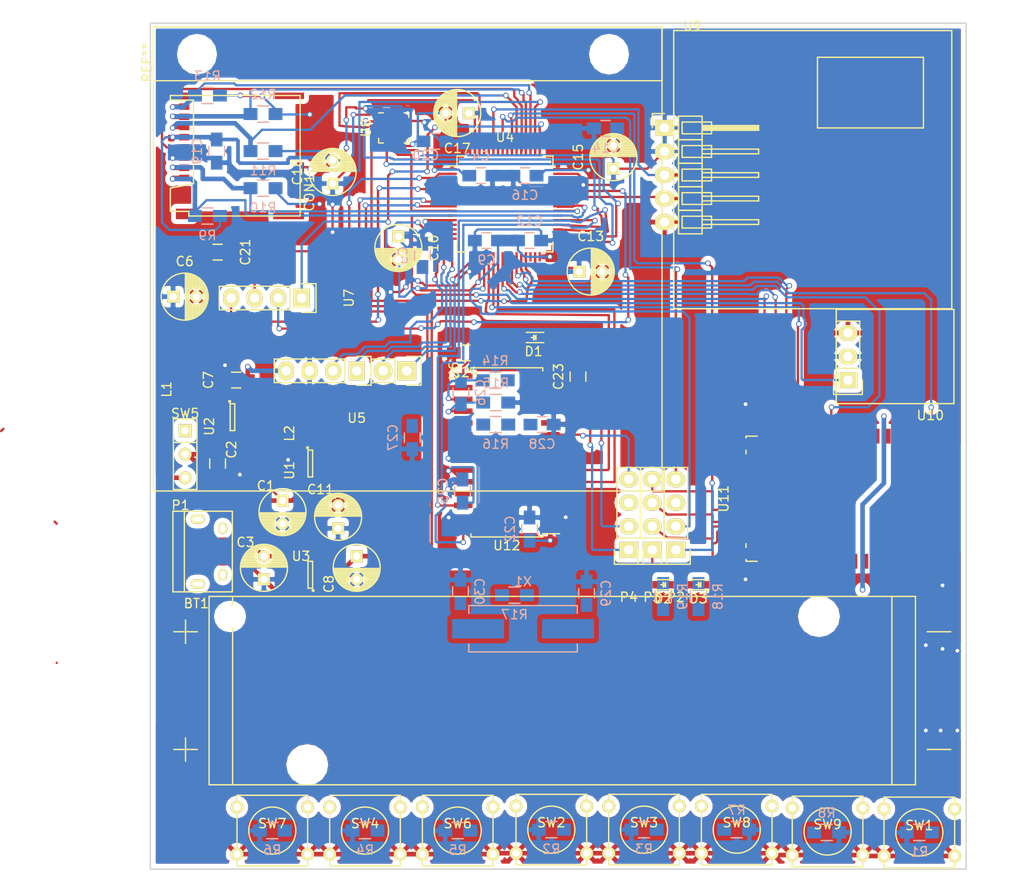
<source format=kicad_pcb>
(kicad_pcb (version 4) (host pcbnew 4.0.2-stable)
  (title_block (title "SenseWalk2: Minimalistic version") (rev 1) (company "University of Central Florida\\nSenior Design G23\\nBenoit Brummer\\n\\n\\n"))
  (layers (0 F.Cu signal) (31 B.Cu signal) (34 B.Paste user) (35 F.Paste user) (36 B.SilkS user) (37 F.SilkS user) (38 B.Mask user) (39 F.Mask user) (44 Edge.Cuts user))
  (net 0 "")
  (net 1 "Net-(BT1-Pad1)")
  (net 2 GND)
  (net 3 +BATT)
  (net 4 +5V)
  (net 5 +3V3)
  (net 6 PD2_SD-CMD)
  (net 7 PC10_SD-D2)
  (net 8 PC11_SD-D3)
  (net 9 PC12_SD-CK)
  (net 10 PC8_SD-D0)
  (net 11 PC9_SD-D1)
  (net 12 PA15_SD-DET)
  (net 13 "Net-(L2-Pad1)")
  (net 14 /in5)
  (net 15 /in6)
  (net 16 /in7)
  (net 17 /in8)
  (net 18 /in1)
  (net 19 /in2)
  (net 20 /in3)
  (net 21 /in4)
  (net 22 PC13_dbg)
  (net 23 NRST)
  (net 24 PC0_MP3-SCL)
  (net 25 PC1_MP3-SDA)
  (net 26 PC2_MAG-MISO)
  (net 27 PC3_mic)
  (net 28 PA0_las)
  (net 29 PA1_las)
  (net 30 PA2_UART)
  (net 31 PA3_UART)
  (net 32 PA4_BTpcm-Sync)
  (net 33 PA5_MP3-SCK)
  (net 34 PA6_BT-RTS)
  (net 35 PA7_MP3-SDI)
  (net 36 PC4_BT-RX)
  (net 37 PC5_BT-TX)
  (net 38 PB0_BT-GP9)
  (net 39 PB1_BT-CTS)
  (net 40 PB2_BT-GP2)
  (net 41 PB10_MAG-SPC)
  (net 42 "Net-(D1-Pad2)")
  (net 43 PB12_MAG-INT)
  (net 44 PB13_MAG-TRIG)
  (net 45 PB14_MP3-RST)
  (net 46 PB15_MAG-MOSI)
  (net 47 PC6_MP3-DR)
  (net 48 PA9_GPS-RX)
  (net 49 PA13_dbg)
  (net 50 PA14_dbg)
  (net 51 PB3_BTpcm-CLK)
  (net 52 PB5_BTpcm-IN)
  (net 53 PB7_GPS-TX)
  (net 54 PB9_MAG-CS)
  (net 55 "Net-(P4-Pad4)")
  (net 56 "Net-(P4-Pad1)")
  (net 57 "Net-(P4-Pad2)")
  (net 58 "Net-(C26-Pad1)")
  (net 59 "Net-(C28-Pad1)")
  (net 60 "Net-(C29-Pad1)")
  (net 61 "Net-(C27-Pad1)")
  (net 62 "Net-(D2-Pad2)")
  (net 63 "Net-(D2-Pad1)")
  (net 64 "Net-(D3-Pad2)")
  (net 65 "Net-(D3-Pad1)")
  (net 66 "Net-(P3-Pad1)")
  (net 67 "Net-(P3-Pad2)")
  (net 68 "Net-(P3-Pad3)")
  (net 69 "Net-(P3-Pad4)")
  (net 70 "Net-(CON1-Pad11)")
  (net 71 "Net-(CON1-Pad10)")
  (net 72 "Net-(L1-Pad2)")
  (net 73 "Net-(C3-Pad2)")
  (net 74 "Net-(C26-Pad2)")
  (net 75 "Net-(C30-Pad1)")
  (module BT:RN-52 (layer F.Cu) (at 248 122.8 270)
    (fp_text reference U11 (at 0 15.4 270) (layer F.SilkS))
    (fp_text value RN-52)
    (pad 28 smd rect (at 6.75 11 270) (size 1.6 0.8) (layers F.Cu F.Paste F.Mask))
    (pad 27 smd rect (at 5.9 13 270) (size 0.8 1.6) (layers F.Cu F.Paste F.Mask) (net 2 GND))
    (pad 19 smd rect (at -4.2 13 270) (size 0.8 1.6) (layers F.Cu F.Paste F.Mask))
    (pad 1 smd rect (at -6.75 -8.2 270) (size 1.6 0.8) (layers F.Cu F.Paste F.Mask) (net 2 GND))
    (pad 2 smd rect (at -6.75 -7 270) (size 1.6 0.8) (layers F.Cu F.Paste F.Mask) (net 40 PB2_BT-GP2))
    (pad 3 smd rect (at -6.75 -5.8 270) (size 1.6 0.8) (layers F.Cu F.Paste F.Mask))
    (pad 4 smd rect (at -6.75 -4.6 270) (size 1.6 0.8) (layers F.Cu F.Paste F.Mask))
    (pad 5 smd rect (at -6.75 -3.4 270) (size 1.6 0.8) (layers F.Cu F.Paste F.Mask))
    (pad 6 smd rect (at -6.75 -2.2 270) (size 1.6 0.8) (layers F.Cu F.Paste F.Mask))
    (pad 7 smd rect (at -6.75 -1 270) (size 1.6 0.8) (layers F.Cu F.Paste F.Mask))
    (pad 8 smd rect (at -6.75 0.2 270) (size 1.6 0.8) (layers F.Cu F.Paste F.Mask))
    (pad 9 smd rect (at -6.75 1.4 270) (size 1.6 0.8) (layers F.Cu F.Paste F.Mask))
    (pad 10 smd rect (at -6.75 2.6 270) (size 1.6 0.8) (layers F.Cu F.Paste F.Mask))
    (pad 11 smd rect (at -6.75 3.8 270) (size 1.6 0.8) (layers F.Cu F.Paste F.Mask) (net 38 PB0_BT-GP9))
    (pad 12 smd rect (at -6.75 5 270) (size 1.6 0.8) (layers F.Cu F.Paste F.Mask))
    (pad 13 smd rect (at -6.75 6.2 270) (size 1.6 0.8) (layers F.Cu F.Paste F.Mask))
    (pad 14 smd rect (at -6.75 7.4 270) (size 1.6 0.8) (layers F.Cu F.Paste F.Mask) (net 34 PA6_BT-RTS))
    (pad 15 smd rect (at -6.75 8.6 270) (size 1.6 0.8) (layers F.Cu F.Paste F.Mask) (net 39 PB1_BT-CTS))
    (pad 16 smd rect (at -6.75 9.8 270) (size 1.6 0.8) (layers F.Cu F.Paste F.Mask) (net 37 PC5_BT-TX))
    (pad 17 smd rect (at -6.75 11 270) (size 1.6 0.8) (layers F.Cu F.Paste F.Mask) (net 36 PC4_BT-RX))
    (pad 18 smd rect (at -5.9 13 270) (size 0.8 1.6) (layers F.Cu F.Paste F.Mask) (net 2 GND))
    (pad 20 smd rect (at -3 13 270) (size 0.8 1.6) (layers F.Cu F.Paste F.Mask))
    (pad 21 smd rect (at -1.8 13 270) (size 0.8 1.6) (layers F.Cu F.Paste F.Mask) (net 5 +3V3))
    (pad 22 smd rect (at -0.6 13 270) (size 0.8 1.6) (layers F.Cu F.Paste F.Mask) (net 5 +3V3))
    (pad 23 smd rect (at 0.6 13 270) (size 0.8 1.6) (layers F.Cu F.Paste F.Mask) (net 69 "Net-(P3-Pad4)"))
    (pad 24 smd rect (at 1.8 13 270) (size 0.8 1.6) (layers F.Cu F.Paste F.Mask) (net 68 "Net-(P3-Pad3)"))
    (pad 25 smd rect (at 3 13 270) (size 0.8 1.6) (layers F.Cu F.Paste F.Mask) (net 67 "Net-(P3-Pad2)"))
    (pad 26 smd rect (at 4.2 13 270) (size 0.8 1.6) (layers F.Cu F.Paste F.Mask) (net 66 "Net-(P3-Pad1)"))
    (pad 29 smd rect (at 6.75 9.8 270) (size 1.6 0.8) (layers F.Cu F.Paste F.Mask))
    (pad 30 smd rect (at 6.75 8.6 270) (size 1.6 0.8) (layers F.Cu F.Paste F.Mask))
    (pad 31 smd rect (at 6.75 7.4 270) (size 1.6 0.8) (layers F.Cu F.Paste F.Mask))
    (pad 32 smd rect (at 6.75 6.2 270) (size 1.6 0.8) (layers F.Cu F.Paste F.Mask) (net 65 "Net-(D3-Pad1)"))
    (pad 33 smd rect (at 6.75 5 270) (size 1.6 0.8) (layers F.Cu F.Paste F.Mask) (net 63 "Net-(D2-Pad1)"))
    (pad 34 smd rect (at 6.75 3.8 270) (size 1.6 0.8) (layers F.Cu F.Paste F.Mask))
    (pad 35 smd rect (at 6.75 2.6 270) (size 1.6 0.8) (layers F.Cu F.Paste F.Mask))
    (pad 36 smd rect (at 6.75 1.4 270) (size 1.6 0.8) (layers F.Cu F.Paste F.Mask))
    (pad 37 smd rect (at 6.75 0.2 270) (size 1.6 0.8) (layers F.Cu F.Paste F.Mask))
    (pad 38 smd rect (at 6.75 -1 270) (size 1.6 0.8) (layers F.Cu F.Paste F.Mask))
    (pad 39 smd rect (at 6.75 -2.2 270) (size 1.6 0.8) (layers F.Cu F.Paste F.Mask) (net 2 GND))
    (pad 40 smd rect (at 6.75 -3.4 270) (size 1.6 0.8) (layers F.Cu F.Paste F.Mask))
    (pad 41 smd rect (at 6.75 -4.6 270) (size 1.6 0.8) (layers F.Cu F.Paste F.Mask))
    (pad 42 smd rect (at 6.75 -5.8 270) (size 1.6 0.8) (layers F.Cu F.Paste F.Mask))
    (pad 43 smd rect (at 6.75 -7 270) (size 1.6 0.8) (layers F.Cu F.Paste F.Mask))
    (pad 44 smd rect (at 6.75 -8.2 270) (size 1.6 0.8) (layers F.Cu F.Paste F.Mask) (net 2 GND))
    (pad 45 smd oval (at 3.5 -7.7 270) (size 0.8 1) (layers F.Cu F.Paste F.Mask) (net 2 GND))
    (pad 46 smd oval (at 2.1 -7.7 270) (size 0.8 1) (layers F.Cu F.Paste F.Mask) (net 2 GND))
    (pad 47 smd oval (at 0.7 -7.7 270) (size 0.8 1) (layers F.Cu F.Paste F.Mask) (net 2 GND))
    (pad 48 smd oval (at -0.7 -7.7 270) (size 0.8 1) (layers F.Cu F.Paste F.Mask) (net 2 GND))
    (pad 49 smd oval (at -2.1 -7.7 270) (size 0.8 1) (layers F.Cu F.Paste F.Mask) (net 2 GND))
    (pad 50 smd oval (at -3.5 -7.7 270) (size 0.8 1) (layers F.Cu F.Paste F.Mask) (net 2 GND))
  )
  (module con-trougnouf:18650BatteryHolder (layer F.Cu) (at 172 143.5 180)
    (fp_text reference BT1 (at -3.7 9.4 180) (layer F.SilkS))
    (fp_text value Battery)
    (pad "" np_thru_hole oval (at -70.87 8 180) (size 3.45 3.45) (drill 3.45) (layers *.Cu *.Mask F.SilkS))
    (pad 1 smd rect (at -3.67 0 180) (size 7.34 6.35) (layers F.Cu F.Paste F.Mask) (net 1 "Net-(BT1-Pad1)"))
    (pad 2 smd rect (at -82.33 0 180) (size 7.34 6.35) (layers F.Cu F.Paste F.Mask) (net 2 GND))
    (pad "" np_thru_hole oval (at -7.34 8 180) (size 2.39 2.39) (drill 2.39) (layers *.Cu *.Mask F.SilkS))
    (pad "" np_thru_hole oval (at -15.67 -8 180) (size 3.45 3.45) (drill 3.45) (layers *.Cu *.Mask F.SilkS))
  )
  (module Capacitors_ThroughHole:C_Radial_D5_L11_P2.5 (layer F.Cu) (at 185 123 270)
    (fp_text reference C1 (at -1.6 1.8 540) (layer F.SilkS))
    (fp_text value 10uF)
    (pad 1 thru_hole rect (at 0 0 270) (size 1.3 1.3) (drill 0.8) (layers *.Cu *.Mask F.SilkS) (net 3 +BATT))
    (pad 2 thru_hole circle (at 2.5 0 270) (size 1.3 1.3) (drill 0.8) (layers *.Cu *.Mask F.SilkS) (net 2 GND))
  )
  (module Capacitors_ThroughHole:C_Radial_D5_L11_P2.5 (layer F.Cu) (at 183 131.5 90)
    (fp_text reference C3 (at 4 -2 180) (layer F.SilkS))
    (fp_text value 1uF)
    (pad 1 thru_hole rect (at 0 0 90) (size 1.3 1.3) (drill 0.8) (layers *.Cu *.Mask F.SilkS) (net 2 GND))
    (pad 2 thru_hole circle (at 2.5 0 90) (size 1.3 1.3) (drill 0.8) (layers *.Cu *.Mask F.SilkS) (net 73 "Net-(C3-Pad2)"))
  )
  (module Capacitors_SMD:C_0805_HandSoldering (layer B.Cu) (at 206.4 87.95 180)
    (fp_text reference C4 (at 0 2.1 180) (layer B.SilkS) (effects (justify mirror)))
    (fp_text value 0.1uF)
    (pad 1 smd rect (at -1.25 0 180) (size 1.5 1.25) (layers B.Cu B.Paste B.Mask) (net 2 GND))
    (pad 2 smd rect (at 1.25 0 180) (size 1.5 1.25) (layers B.Cu B.Paste B.Mask) (net 5 +3V3))
  )
  (module Capacitors_ThroughHole:C_Radial_D5_L11_P2.5 (layer F.Cu) (at 173.2 101)
    (fp_text reference C6 (at 1.25 -3.8) (layer F.SilkS))
    (fp_text value 4.7uF)
    (pad 1 thru_hole rect (at 0 0) (size 1.3 1.3) (drill 0.8) (layers *.Cu *.Mask F.SilkS) (net 2 GND))
    (pad 2 thru_hole circle (at 2.5 0) (size 1.3 1.3) (drill 0.8) (layers *.Cu *.Mask F.SilkS) (net 5 +3V3))
  )
  (module Capacitors_SMD:C_0805_HandSoldering (layer F.Cu) (at 180 110 180)
    (fp_text reference C7 (at 3 0 270) (layer F.SilkS))
    (fp_text value 10uF)
    (pad 1 smd rect (at -1.25 0 180) (size 1.5 1.25) (layers F.Cu F.Paste F.Mask) (net 4 +5V))
    (pad 2 smd rect (at 1.25 0 180) (size 1.5 1.25) (layers F.Cu F.Paste F.Mask) (net 2 GND))
  )
  (module Capacitors_ThroughHole:C_Radial_D5_L11_P2.5 (layer F.Cu) (at 193 129 270)
    (fp_text reference C8 (at 3 3 270) (layer F.SilkS))
    (fp_text value 1uF)
    (pad 1 thru_hole rect (at 0 0 270) (size 1.3 1.3) (drill 0.8) (layers *.Cu *.Mask F.SilkS) (net 1 "Net-(BT1-Pad1)"))
    (pad 2 thru_hole circle (at 2.5 0 270) (size 1.3 1.3) (drill 0.8) (layers *.Cu *.Mask F.SilkS) (net 2 GND))
  )
  (module Capacitors_ThroughHole:C_Radial_D5_L11_P2.5 (layer F.Cu) (at 197.5 94.5 270)
    (fp_text reference C10 (at 1.25 -3.8 270) (layer F.SilkS))
    (fp_text value 4.7uF)
    (pad 1 thru_hole rect (at 0 0 270) (size 1.3 1.3) (drill 0.8) (layers *.Cu *.Mask F.SilkS) (net 2 GND))
    (pad 2 thru_hole circle (at 2.5 0 270) (size 1.3 1.3) (drill 0.8) (layers *.Cu *.Mask F.SilkS) (net 5 +3V3))
  )
  (module Capacitors_ThroughHole:C_Radial_D5_L11_P2.5 (layer F.Cu) (at 205.1 81.2 180)
    (fp_text reference C17 (at 1.25 -3.8 180) (layer F.SilkS))
    (fp_text value 4.7uF)
    (pad 1 thru_hole rect (at 0 0 180) (size 1.3 1.3) (drill 0.8) (layers *.Cu *.Mask F.SilkS) (net 2 GND))
    (pad 2 thru_hole circle (at 2.5 0 180) (size 1.3 1.3) (drill 0.8) (layers *.Cu *.Mask F.SilkS) (net 5 +3V3))
  )
  (module Inductors_NEOSID:Neosid_Inductor_SM-NE29_SMD1008 (layer F.Cu) (at 175 110)
    (fp_text reference L1 (at -2.5 1 270) (layer F.SilkS))
    (fp_text value 4.7uH)
    (pad 2 smd rect (at 1.14554 0) (size 1.02108 2.54) (layers F.Cu F.Paste F.Mask) (net 72 "Net-(L1-Pad2)"))
    (pad 1 smd rect (at -1.14554 0) (size 1.02108 2.54) (layers F.Cu F.Paste F.Mask) (net 3 +BATT))
  )
  (module Inductors_NEOSID:Neosid_Inductor_SM-NE29_SMD1008 (layer F.Cu) (at 188 115)
    (fp_text reference L2 (at -2.25 0.75 90) (layer F.SilkS))
    (fp_text value 4.7uH)
    (pad 2 smd rect (at 1.14554 0) (size 1.02108 2.54) (layers F.Cu F.Paste F.Mask) (net 5 +3V3))
    (pad 1 smd rect (at -1.14554 0) (size 1.02108 2.54) (layers F.Cu F.Paste F.Mask) (net 13 "Net-(L2-Pad1)"))
  )
  (module Connect:USB_Micro-B (layer F.Cu) (at 177 128.5 270)
    (fp_text reference P1 (at -5 3 360) (layer F.SilkS))
    (fp_text value USB_B)
    (pad 1 smd rect (at -1.3009 -1.56254) (size 1.35 0.4) (layers F.Cu F.Paste F.Mask) (net 73 "Net-(C3-Pad2)"))
    (pad 2 smd rect (at -0.6509 -1.56254) (size 1.35 0.4) (layers F.Cu F.Paste F.Mask))
    (pad 3 smd rect (at -0.0009 -1.56254) (size 1.35 0.4) (layers F.Cu F.Paste F.Mask))
    (pad 4 smd rect (at 0.6491 -1.56254) (size 1.35 0.4) (layers F.Cu F.Paste F.Mask) (net 2 GND))
    (pad 5 smd rect (at 1.2991 -1.56254) (size 1.35 0.4) (layers F.Cu F.Paste F.Mask))
    (pad 6 thru_hole oval (at -2.5009 -1.56254) (size 0.95 1.25) (drill oval 0.55 0.85) (layers *.Cu *.Mask F.SilkS))
    (pad 6 thru_hole oval (at 2.4991 -1.56254) (size 0.95 1.25) (drill oval 0.55 0.85) (layers *.Cu *.Mask F.SilkS))
    (pad 6 thru_hole oval (at -3.5009 1.13746) (size 1.55 1) (drill oval 1.15 0.5) (layers *.Cu *.Mask F.SilkS))
    (pad 6 thru_hole oval (at 3.4991 1.13746) (size 1.55 1) (drill oval 1.15 0.5) (layers *.Cu *.Mask F.SilkS))
  )
  (module Buttons_Switches_ThroughHole:SW_PUSH_SMALL (layer F.Cu) (at 253.7 158.8)
    (fp_text reference SW1 (at 0 -0.762) (layer F.SilkS))
    (fp_text value SW_PUSH)
    (pad 1 thru_hole circle (at 3.81 -2.54) (size 1.397 1.397) (drill 0.8128) (layers *.Cu *.Mask F.SilkS) (net 14 /in5))
    (pad 2 thru_hole circle (at 3.81 2.54) (size 1.397 1.397) (drill 0.8128) (layers *.Cu *.Mask F.SilkS) (net 5 +3V3))
    (pad 1 thru_hole circle (at -3.81 -2.54) (size 1.397 1.397) (drill 0.8128) (layers *.Cu *.Mask F.SilkS) (net 14 /in5))
    (pad 2 thru_hole circle (at -3.81 2.54) (size 1.397 1.397) (drill 0.8128) (layers *.Cu *.Mask F.SilkS) (net 5 +3V3))
  )
  (module Buttons_Switches_ThroughHole:SW_PUSH_SMALL (layer F.Cu) (at 214 158.5)
    (fp_text reference SW2 (at 0 -0.762) (layer F.SilkS))
    (fp_text value SW_PUSH)
    (pad 1 thru_hole circle (at 3.81 -2.54) (size 1.397 1.397) (drill 0.8128) (layers *.Cu *.Mask F.SilkS) (net 15 /in6))
    (pad 2 thru_hole circle (at 3.81 2.54) (size 1.397 1.397) (drill 0.8128) (layers *.Cu *.Mask F.SilkS) (net 5 +3V3))
    (pad 1 thru_hole circle (at -3.81 -2.54) (size 1.397 1.397) (drill 0.8128) (layers *.Cu *.Mask F.SilkS) (net 15 /in6))
    (pad 2 thru_hole circle (at -3.81 2.54) (size 1.397 1.397) (drill 0.8128) (layers *.Cu *.Mask F.SilkS) (net 5 +3V3))
  )
  (module Buttons_Switches_ThroughHole:SW_PUSH_SMALL (layer F.Cu) (at 224 158.5)
    (fp_text reference SW3 (at 0 -0.762) (layer F.SilkS))
    (fp_text value SW_PUSH)
    (pad 1 thru_hole circle (at 3.81 -2.54) (size 1.397 1.397) (drill 0.8128) (layers *.Cu *.Mask F.SilkS) (net 16 /in7))
    (pad 2 thru_hole circle (at 3.81 2.54) (size 1.397 1.397) (drill 0.8128) (layers *.Cu *.Mask F.SilkS) (net 5 +3V3))
    (pad 1 thru_hole circle (at -3.81 -2.54) (size 1.397 1.397) (drill 0.8128) (layers *.Cu *.Mask F.SilkS) (net 16 /in7))
    (pad 2 thru_hole circle (at -3.81 2.54) (size 1.397 1.397) (drill 0.8128) (layers *.Cu *.Mask F.SilkS) (net 5 +3V3))
  )
  (module Buttons_Switches_ThroughHole:SW_PUSH_SMALL (layer F.Cu) (at 193.9 158.6)
    (fp_text reference SW4 (at 0 -0.762) (layer F.SilkS))
    (fp_text value SW_PUSH)
    (pad 1 thru_hole circle (at 3.81 -2.54) (size 1.397 1.397) (drill 0.8128) (layers *.Cu *.Mask F.SilkS) (net 17 /in8))
    (pad 2 thru_hole circle (at 3.81 2.54) (size 1.397 1.397) (drill 0.8128) (layers *.Cu *.Mask F.SilkS) (net 5 +3V3))
    (pad 1 thru_hole circle (at -3.81 -2.54) (size 1.397 1.397) (drill 0.8128) (layers *.Cu *.Mask F.SilkS) (net 17 /in8))
    (pad 2 thru_hole circle (at -3.81 2.54) (size 1.397 1.397) (drill 0.8128) (layers *.Cu *.Mask F.SilkS) (net 5 +3V3))
  )
  (module Buttons_Switches_ThroughHole:SW_Micro_SPST (layer F.Cu) (at 174.5 118 270)
    (fp_text reference SW5 (at -4.4 0 360) (layer F.SilkS))
    (fp_text value Switch_SPDT_x2)
    (pad 1 thru_hole rect (at -2.54 0 270) (size 1.397 1.397) (drill 0.8128) (layers *.Cu *.Mask F.SilkS))
    (pad 2 thru_hole circle (at 0 0 270) (size 1.397 1.397) (drill 0.8128) (layers *.Cu *.Mask F.SilkS) (net 3 +BATT))
    (pad 3 thru_hole circle (at 2.54 0 270) (size 1.397 1.397) (drill 0.8128) (layers *.Cu *.Mask F.SilkS) (net 1 "Net-(BT1-Pad1)"))
  )
  (module Buttons_Switches_ThroughHole:SW_PUSH_SMALL (layer F.Cu) (at 203.9 158.6)
    (fp_text reference SW6 (at 0 -0.762) (layer F.SilkS))
    (fp_text value SW_PUSH)
    (pad 1 thru_hole circle (at 3.81 -2.54) (size 1.397 1.397) (drill 0.8128) (layers *.Cu *.Mask F.SilkS) (net 18 /in1))
    (pad 2 thru_hole circle (at 3.81 2.54) (size 1.397 1.397) (drill 0.8128) (layers *.Cu *.Mask F.SilkS) (net 5 +3V3))
    (pad 1 thru_hole circle (at -3.81 -2.54) (size 1.397 1.397) (drill 0.8128) (layers *.Cu *.Mask F.SilkS) (net 18 /in1))
    (pad 2 thru_hole circle (at -3.81 2.54) (size 1.397 1.397) (drill 0.8128) (layers *.Cu *.Mask F.SilkS) (net 5 +3V3))
  )
  (module Buttons_Switches_ThroughHole:SW_PUSH_SMALL (layer F.Cu) (at 183.9 158.6)
    (fp_text reference SW7 (at 0 -0.762) (layer F.SilkS))
    (fp_text value SW_PUSH)
    (pad 1 thru_hole circle (at 3.81 -2.54) (size 1.397 1.397) (drill 0.8128) (layers *.Cu *.Mask F.SilkS) (net 19 /in2))
    (pad 2 thru_hole circle (at 3.81 2.54) (size 1.397 1.397) (drill 0.8128) (layers *.Cu *.Mask F.SilkS) (net 5 +3V3))
    (pad 1 thru_hole circle (at -3.81 -2.54) (size 1.397 1.397) (drill 0.8128) (layers *.Cu *.Mask F.SilkS) (net 19 /in2))
    (pad 2 thru_hole circle (at -3.81 2.54) (size 1.397 1.397) (drill 0.8128) (layers *.Cu *.Mask F.SilkS) (net 5 +3V3))
  )
  (module Buttons_Switches_ThroughHole:SW_PUSH_SMALL (layer F.Cu) (at 234 158.5)
    (fp_text reference SW8 (at 0 -0.762) (layer F.SilkS))
    (fp_text value SW_PUSH)
    (pad 1 thru_hole circle (at 3.81 -2.54) (size 1.397 1.397) (drill 0.8128) (layers *.Cu *.Mask F.SilkS) (net 20 /in3))
    (pad 2 thru_hole circle (at 3.81 2.54) (size 1.397 1.397) (drill 0.8128) (layers *.Cu *.Mask F.SilkS) (net 5 +3V3))
    (pad 1 thru_hole circle (at -3.81 -2.54) (size 1.397 1.397) (drill 0.8128) (layers *.Cu *.Mask F.SilkS) (net 20 /in3))
    (pad 2 thru_hole circle (at -3.81 2.54) (size 1.397 1.397) (drill 0.8128) (layers *.Cu *.Mask F.SilkS) (net 5 +3V3))
  )
  (module Buttons_Switches_ThroughHole:SW_PUSH_SMALL (layer F.Cu) (at 243.8 158.7)
    (fp_text reference SW9 (at 0 -0.762) (layer F.SilkS))
    (fp_text value SW_PUSH)
    (pad 1 thru_hole circle (at 3.81 -2.54) (size 1.397 1.397) (drill 0.8128) (layers *.Cu *.Mask F.SilkS) (net 21 /in4))
    (pad 2 thru_hole circle (at 3.81 2.54) (size 1.397 1.397) (drill 0.8128) (layers *.Cu *.Mask F.SilkS) (net 5 +3V3))
    (pad 1 thru_hole circle (at -3.81 -2.54) (size 1.397 1.397) (drill 0.8128) (layers *.Cu *.Mask F.SilkS) (net 21 /in4))
    (pad 2 thru_hole circle (at -3.81 2.54) (size 1.397 1.397) (drill 0.8128) (layers *.Cu *.Mask F.SilkS) (net 5 +3V3))
  )
  (module TO_SOT_Packages_SMD:SOT-23-5 (layer F.Cu) (at 179.6 114)
    (fp_text reference U2 (at -2.5 1 90) (layer F.SilkS))
    (fp_text value XC9140)
    (pad 1 smd rect (at -1.1 -0.95) (size 1.06 0.65) (layers F.Cu F.Paste F.Mask) (net 3 +BATT))
    (pad 2 smd rect (at -1.1 0) (size 1.06 0.65) (layers F.Cu F.Paste F.Mask) (net 2 GND))
    (pad 3 smd rect (at -1.1 0.95) (size 1.06 0.65) (layers F.Cu F.Paste F.Mask) (net 3 +BATT))
    (pad 4 smd rect (at 1.1 0.95) (size 1.06 0.65) (layers F.Cu F.Paste F.Mask) (net 4 +5V))
    (pad 5 smd rect (at 1.1 -0.95) (size 1.06 0.65) (layers F.Cu F.Paste F.Mask) (net 72 "Net-(L1-Pad2)"))
  )
  (module TO_SOT_Packages_SMD:SOT-23-5 (layer F.Cu) (at 188 131 180)
    (fp_text reference U3 (at 1 2 180) (layer F.SilkS))
    (fp_text value MCP73811/2)
    (pad 1 smd rect (at -1.1 -0.95 180) (size 1.06 0.65) (layers F.Cu F.Paste F.Mask) (net 73 "Net-(C3-Pad2)"))
    (pad 2 smd rect (at -1.1 0 180) (size 1.06 0.65) (layers F.Cu F.Paste F.Mask) (net 2 GND))
    (pad 3 smd rect (at -1.1 0.95 180) (size 1.06 0.65) (layers F.Cu F.Paste F.Mask) (net 1 "Net-(BT1-Pad1)"))
    (pad 4 smd rect (at 1.1 0.95 180) (size 1.06 0.65) (layers F.Cu F.Paste F.Mask) (net 73 "Net-(C3-Pad2)"))
    (pad 5 smd rect (at 1.1 -0.95 180) (size 1.06 0.65) (layers F.Cu F.Paste F.Mask) (net 73 "Net-(C3-Pad2)"))
  )
  (module Housings_QFP:LQFP-64_10x10mm_Pitch0.5mm (layer F.Cu) (at 209 91)
    (fp_text reference U4 (at 0 -7.2) (layer F.SilkS))
    (fp_text value STM32L476R)
    (pad 1 smd rect (at -5.7 -3.75) (size 1 0.25) (layers F.Cu F.Paste F.Mask) (net 5 +3V3))
    (pad 2 smd rect (at -5.7 -3.25) (size 1 0.25) (layers F.Cu F.Paste F.Mask) (net 22 PC13_dbg))
    (pad 3 smd rect (at -5.7 -2.75) (size 1 0.25) (layers F.Cu F.Paste F.Mask) (net 14 /in5))
    (pad 4 smd rect (at -5.7 -2.25) (size 1 0.25) (layers F.Cu F.Paste F.Mask) (net 15 /in6))
    (pad 5 smd rect (at -5.7 -1.75) (size 1 0.25) (layers F.Cu F.Paste F.Mask) (net 16 /in7))
    (pad 6 smd rect (at -5.7 -1.25) (size 1 0.25) (layers F.Cu F.Paste F.Mask) (net 17 /in8))
    (pad 7 smd rect (at -5.7 -0.75) (size 1 0.25) (layers F.Cu F.Paste F.Mask) (net 23 NRST))
    (pad 8 smd rect (at -5.7 -0.25) (size 1 0.25) (layers F.Cu F.Paste F.Mask) (net 24 PC0_MP3-SCL))
    (pad 9 smd rect (at -5.7 0.25) (size 1 0.25) (layers F.Cu F.Paste F.Mask) (net 25 PC1_MP3-SDA))
    (pad 10 smd rect (at -5.7 0.75) (size 1 0.25) (layers F.Cu F.Paste F.Mask) (net 26 PC2_MAG-MISO))
    (pad 11 smd rect (at -5.7 1.25) (size 1 0.25) (layers F.Cu F.Paste F.Mask) (net 27 PC3_mic))
    (pad 12 smd rect (at -5.7 1.75) (size 1 0.25) (layers F.Cu F.Paste F.Mask) (net 2 GND))
    (pad 13 smd rect (at -5.7 2.25) (size 1 0.25) (layers F.Cu F.Paste F.Mask) (net 5 +3V3))
    (pad 14 smd rect (at -5.7 2.75) (size 1 0.25) (layers F.Cu F.Paste F.Mask) (net 28 PA0_las))
    (pad 15 smd rect (at -5.7 3.25) (size 1 0.25) (layers F.Cu F.Paste F.Mask) (net 29 PA1_las))
    (pad 16 smd rect (at -5.7 3.75) (size 1 0.25) (layers F.Cu F.Paste F.Mask) (net 30 PA2_UART))
    (pad 17 smd rect (at -3.75 5.7 90) (size 1 0.25) (layers F.Cu F.Paste F.Mask) (net 31 PA3_UART))
    (pad 18 smd rect (at -3.25 5.7 90) (size 1 0.25) (layers F.Cu F.Paste F.Mask) (net 2 GND))
    (pad 19 smd rect (at -2.75 5.7 90) (size 1 0.25) (layers F.Cu F.Paste F.Mask) (net 5 +3V3))
    (pad 20 smd rect (at -2.25 5.7 90) (size 1 0.25) (layers F.Cu F.Paste F.Mask) (net 32 PA4_BTpcm-Sync))
    (pad 21 smd rect (at -1.75 5.7 90) (size 1 0.25) (layers F.Cu F.Paste F.Mask) (net 33 PA5_MP3-SCK))
    (pad 22 smd rect (at -1.25 5.7 90) (size 1 0.25) (layers F.Cu F.Paste F.Mask) (net 34 PA6_BT-RTS))
    (pad 23 smd rect (at -0.75 5.7 90) (size 1 0.25) (layers F.Cu F.Paste F.Mask) (net 35 PA7_MP3-SDI))
    (pad 24 smd rect (at -0.25 5.7 90) (size 1 0.25) (layers F.Cu F.Paste F.Mask) (net 36 PC4_BT-RX))
    (pad 25 smd rect (at 0.25 5.7 90) (size 1 0.25) (layers F.Cu F.Paste F.Mask) (net 37 PC5_BT-TX))
    (pad 26 smd rect (at 0.75 5.7 90) (size 1 0.25) (layers F.Cu F.Paste F.Mask) (net 38 PB0_BT-GP9))
    (pad 27 smd rect (at 1.25 5.7 90) (size 1 0.25) (layers F.Cu F.Paste F.Mask) (net 39 PB1_BT-CTS))
    (pad 28 smd rect (at 1.75 5.7 90) (size 1 0.25) (layers F.Cu F.Paste F.Mask) (net 40 PB2_BT-GP2))
    (pad 29 smd rect (at 2.25 5.7 90) (size 1 0.25) (layers F.Cu F.Paste F.Mask) (net 41 PB10_MAG-SPC))
    (pad 30 smd rect (at 2.75 5.7 90) (size 1 0.25) (layers F.Cu F.Paste F.Mask) (net 42 "Net-(D1-Pad2)"))
    (pad 31 smd rect (at 3.25 5.7 90) (size 1 0.25) (layers F.Cu F.Paste F.Mask) (net 2 GND))
    (pad 32 smd rect (at 3.75 5.7 90) (size 1 0.25) (layers F.Cu F.Paste F.Mask) (net 5 +3V3))
    (pad 33 smd rect (at 5.7 3.75) (size 1 0.25) (layers F.Cu F.Paste F.Mask) (net 43 PB12_MAG-INT))
    (pad 34 smd rect (at 5.7 3.25) (size 1 0.25) (layers F.Cu F.Paste F.Mask) (net 44 PB13_MAG-TRIG))
    (pad 35 smd rect (at 5.7 2.75) (size 1 0.25) (layers F.Cu F.Paste F.Mask) (net 45 PB14_MP3-RST))
    (pad 36 smd rect (at 5.7 2.25) (size 1 0.25) (layers F.Cu F.Paste F.Mask) (net 46 PB15_MAG-MOSI))
    (pad 37 smd rect (at 5.7 1.75) (size 1 0.25) (layers F.Cu F.Paste F.Mask) (net 47 PC6_MP3-DR))
    (pad 38 smd rect (at 5.7 1.25) (size 1 0.25) (layers F.Cu F.Paste F.Mask))
    (pad 39 smd rect (at 5.7 0.75) (size 1 0.25) (layers F.Cu F.Paste F.Mask) (net 10 PC8_SD-D0))
    (pad 40 smd rect (at 5.7 0.25) (size 1 0.25) (layers F.Cu F.Paste F.Mask) (net 11 PC9_SD-D1))
    (pad 41 smd rect (at 5.7 -0.25) (size 1 0.25) (layers F.Cu F.Paste F.Mask) (net 18 /in1))
    (pad 42 smd rect (at 5.7 -0.75) (size 1 0.25) (layers F.Cu F.Paste F.Mask) (net 48 PA9_GPS-RX))
    (pad 43 smd rect (at 5.7 -1.25) (size 1 0.25) (layers F.Cu F.Paste F.Mask) (net 19 /in2))
    (pad 44 smd rect (at 5.7 -1.75) (size 1 0.25) (layers F.Cu F.Paste F.Mask) (net 20 /in3))
    (pad 45 smd rect (at 5.7 -2.25) (size 1 0.25) (layers F.Cu F.Paste F.Mask) (net 21 /in4))
    (pad 46 smd rect (at 5.7 -2.75) (size 1 0.25) (layers F.Cu F.Paste F.Mask) (net 49 PA13_dbg))
    (pad 47 smd rect (at 5.7 -3.25) (size 1 0.25) (layers F.Cu F.Paste F.Mask) (net 2 GND))
    (pad 48 smd rect (at 5.7 -3.75) (size 1 0.25) (layers F.Cu F.Paste F.Mask) (net 5 +3V3))
    (pad 49 smd rect (at 3.75 -5.7 90) (size 1 0.25) (layers F.Cu F.Paste F.Mask) (net 50 PA14_dbg))
    (pad 50 smd rect (at 3.25 -5.7 90) (size 1 0.25) (layers F.Cu F.Paste F.Mask) (net 12 PA15_SD-DET))
    (pad 51 smd rect (at 2.75 -5.7 90) (size 1 0.25) (layers F.Cu F.Paste F.Mask) (net 7 PC10_SD-D2))
    (pad 52 smd rect (at 2.25 -5.7 90) (size 1 0.25) (layers F.Cu F.Paste F.Mask) (net 8 PC11_SD-D3))
    (pad 53 smd rect (at 1.75 -5.7 90) (size 1 0.25) (layers F.Cu F.Paste F.Mask) (net 9 PC12_SD-CK))
    (pad 54 smd rect (at 1.25 -5.7 90) (size 1 0.25) (layers F.Cu F.Paste F.Mask) (net 6 PD2_SD-CMD))
    (pad 55 smd rect (at 0.75 -5.7 90) (size 1 0.25) (layers F.Cu F.Paste F.Mask) (net 51 PB3_BTpcm-CLK))
    (pad 56 smd rect (at 0.25 -5.7 90) (size 1 0.25) (layers F.Cu F.Paste F.Mask))
    (pad 57 smd rect (at -0.25 -5.7 90) (size 1 0.25) (layers F.Cu F.Paste F.Mask) (net 52 PB5_BTpcm-IN))
    (pad 58 smd rect (at -0.75 -5.7 90) (size 1 0.25) (layers F.Cu F.Paste F.Mask))
    (pad 59 smd rect (at -1.25 -5.7 90) (size 1 0.25) (layers F.Cu F.Paste F.Mask) (net 53 PB7_GPS-TX))
    (pad 60 smd rect (at -1.75 -5.7 90) (size 1 0.25) (layers F.Cu F.Paste F.Mask))
    (pad 61 smd rect (at -2.25 -5.7 90) (size 1 0.25) (layers F.Cu F.Paste F.Mask))
    (pad 62 smd rect (at -2.75 -5.7 90) (size 1 0.25) (layers F.Cu F.Paste F.Mask) (net 54 PB9_MAG-CS))
    (pad 63 smd rect (at -3.25 -5.7 90) (size 1 0.25) (layers F.Cu F.Paste F.Mask) (net 2 GND))
    (pad 64 smd rect (at -3.75 -5.7 90) (size 1 0.25) (layers F.Cu F.Paste F.Mask) (net 5 +3V3))
  )
  (module con-trougnouf:Socket_Strip_Straight_1x04_3467 (layer F.Cu) (at 193 109 180)
    (fp_text reference U5 (at 0 -5.1 180) (layer F.SilkS))
    (fp_text value Lightware_SF10/A)
    (pad 3 thru_hole rect (at 0 0 180) (size 1.7272 2.032) (drill 1.016) (layers *.Cu *.Mask F.SilkS) (net 29 PA1_las))
    (pad 4 thru_hole oval (at 2.54 0 180) (size 1.7272 2.032) (drill 1.016) (layers *.Cu *.Mask F.SilkS) (net 28 PA0_las))
    (pad 6 thru_hole oval (at 5.08 0 180) (size 1.7272 2.032) (drill 1.016) (layers *.Cu *.Mask F.SilkS) (net 2 GND))
    (pad 7 thru_hole oval (at 7.62 0 180) (size 1.7272 2.032) (drill 1.016) (layers *.Cu *.Mask F.SilkS) (net 4 +5V))
  )
  (module Pin_Headers:Pin_Header_Straight_1x02 (layer F.Cu) (at 198.4 109 270)
    (fp_text reference U6 (at 0 -5.1 270) (layer F.SilkS))
    (fp_text value UART)
    (pad 1 thru_hole rect (at 0 0 270) (size 2.032 2.032) (drill 1.016) (layers *.Cu *.Mask F.SilkS) (net 31 PA3_UART))
    (pad 2 thru_hole oval (at 0 2.54 270) (size 2.032 2.032) (drill 1.016) (layers *.Cu *.Mask F.SilkS) (net 30 PA2_UART))
  )
  (module Housings_DFN_QFN:QFN-16-1EP_3x3mm_Pitch0.5mm (layer F.Cu) (at 197 82.8)
    (fp_text reference U8 (at -3 0 90) (layer F.SilkS))
    (fp_text value MLX90393)
    (pad 1 smd oval (at -1.475 -0.75) (size 0.75 0.3) (layers F.Cu F.Paste F.Mask) (net 43 PB12_MAG-INT))
    (pad 2 smd oval (at -1.475 -0.25) (size 0.75 0.3) (layers F.Cu F.Paste F.Mask) (net 54 PB9_MAG-CS))
    (pad 3 smd oval (at -1.475 0.25) (size 0.75 0.3) (layers F.Cu F.Paste F.Mask) (net 41 PB10_MAG-SPC))
    (pad 4 smd oval (at -1.475 0.75) (size 0.75 0.3) (layers F.Cu F.Paste F.Mask))
    (pad 5 smd oval (at -0.75 1.475 90) (size 0.75 0.3) (layers F.Cu F.Paste F.Mask) (net 46 PB15_MAG-MOSI))
    (pad 6 smd oval (at -0.25 1.475 90) (size 0.75 0.3) (layers F.Cu F.Paste F.Mask) (net 26 PC2_MAG-MISO))
    (pad 7 smd oval (at 0.25 1.475 90) (size 0.75 0.3) (layers F.Cu F.Paste F.Mask) (net 44 PB13_MAG-TRIG))
    (pad 8 smd oval (at 0.75 1.475 90) (size 0.75 0.3) (layers F.Cu F.Paste F.Mask) (net 5 +3V3))
    (pad 9 smd oval (at 1.475 0.75) (size 0.75 0.3) (layers F.Cu F.Paste F.Mask))
    (pad 10 smd oval (at 1.475 0.25) (size 0.75 0.3) (layers F.Cu F.Paste F.Mask))
    (pad 11 smd oval (at 1.475 -0.25) (size 0.75 0.3) (layers F.Cu F.Paste F.Mask) (net 2 GND))
    (pad 12 smd oval (at 1.475 -0.75) (size 0.75 0.3) (layers F.Cu F.Paste F.Mask) (net 2 GND))
    (pad 13 smd oval (at 0.75 -1.475 90) (size 0.75 0.3) (layers F.Cu F.Paste F.Mask) (net 2 GND))
    (pad 14 smd oval (at 0.25 -1.475 90) (size 0.75 0.3) (layers F.Cu F.Paste F.Mask))
    (pad 15 smd oval (at -0.25 -1.475 90) (size 0.75 0.3) (layers F.Cu F.Paste F.Mask) (net 5 +3V3))
    (pad 16 smd oval (at -0.75 -1.475 90) (size 0.75 0.3) (layers F.Cu F.Paste F.Mask))
    (pad 17 smd rect (at 0.45 0.45) (size 0.9 0.9) (layers F.Cu F.Paste F.Mask))
    (pad 17 smd rect (at 0.45 -0.45) (size 0.9 0.9) (layers F.Cu F.Paste F.Mask))
    (pad 17 smd rect (at -0.45 0.45) (size 0.9 0.9) (layers F.Cu F.Paste F.Mask))
    (pad 17 smd rect (at -0.45 -0.45) (size 0.9 0.9) (layers F.Cu F.Paste F.Mask))
  )
  (module Housings_SOIC:SOIC-28_7.5x17.9mm_Pitch1.27mm (layer F.Cu) (at 209.2 117.8 180)
    (fp_text reference U12 (at 0 -10.05 180) (layer F.SilkS))
    (fp_text value STA013)
    (pad 1 smd rect (at -4.7 -8.255 180) (size 2 0.6) (layers F.Cu F.Paste F.Mask) (net 5 +3V3))
    (pad 2 smd rect (at -4.7 -6.985 180) (size 2 0.6) (layers F.Cu F.Paste F.Mask) (net 2 GND))
    (pad 3 smd rect (at -4.7 -5.715 180) (size 2 0.6) (layers F.Cu F.Paste F.Mask) (net 25 PC1_MP3-SDA))
    (pad 4 smd rect (at -4.7 -4.445 180) (size 2 0.6) (layers F.Cu F.Paste F.Mask) (net 24 PC0_MP3-SCL))
    (pad 5 smd rect (at -4.7 -3.175 180) (size 2 0.6) (layers F.Cu F.Paste F.Mask) (net 35 PA7_MP3-SDI))
    (pad 6 smd rect (at -4.7 -1.905 180) (size 2 0.6) (layers F.Cu F.Paste F.Mask) (net 33 PA5_MP3-SCK))
    (pad 7 smd rect (at -4.7 -0.635 180) (size 2 0.6) (layers F.Cu F.Paste F.Mask) (net 5 +3V3))
    (pad 8 smd rect (at -4.7 0.635 180) (size 2 0.6) (layers F.Cu F.Paste F.Mask) (net 5 +3V3))
    (pad 9 smd rect (at -4.7 1.905 180) (size 2 0.6) (layers F.Cu F.Paste F.Mask) (net 55 "Net-(P4-Pad4)"))
    (pad 10 smd rect (at -4.7 3.175 180) (size 2 0.6) (layers F.Cu F.Paste F.Mask) (net 56 "Net-(P4-Pad1)"))
    (pad 11 smd rect (at -4.7 4.445 180) (size 2 0.6) (layers F.Cu F.Paste F.Mask) (net 57 "Net-(P4-Pad2)"))
    (pad 12 smd rect (at -4.7 5.715 180) (size 2 0.6) (layers F.Cu F.Paste F.Mask))
    (pad 13 smd rect (at -4.7 6.985 180) (size 2 0.6) (layers F.Cu F.Paste F.Mask) (net 2 GND))
    (pad 14 smd rect (at -4.7 8.255 180) (size 2 0.6) (layers F.Cu F.Paste F.Mask) (net 5 +3V3))
    (pad 15 smd rect (at 4.7 8.255 180) (size 2 0.6) (layers F.Cu F.Paste F.Mask) (net 2 GND))
    (pad 16 smd rect (at 4.7 6.985 180) (size 2 0.6) (layers F.Cu F.Paste F.Mask) (net 5 +3V3))
    (pad 17 smd rect (at 4.7 5.715 180) (size 2 0.6) (layers F.Cu F.Paste F.Mask) (net 74 "Net-(C26-Pad2)"))
    (pad 18 smd rect (at 4.7 4.445 180) (size 2 0.6) (layers F.Cu F.Paste F.Mask) (net 58 "Net-(C26-Pad1)"))
    (pad 19 smd rect (at 4.7 3.175 180) (size 2 0.6) (layers F.Cu F.Paste F.Mask) (net 61 "Net-(C27-Pad1)"))
    (pad 20 smd rect (at 4.7 1.905 180) (size 2 0.6) (layers F.Cu F.Paste F.Mask) (net 60 "Net-(C29-Pad1)"))
    (pad 21 smd rect (at 4.7 0.635 180) (size 2 0.6) (layers F.Cu F.Paste F.Mask) (net 75 "Net-(C30-Pad1)"))
    (pad 22 smd rect (at 4.7 -0.635 180) (size 2 0.6) (layers F.Cu F.Paste F.Mask) (net 2 GND))
    (pad 23 smd rect (at 4.7 -1.905 180) (size 2 0.6) (layers F.Cu F.Paste F.Mask) (net 5 +3V3))
    (pad 24 smd rect (at 4.7 -3.175 180) (size 2 0.6) (layers F.Cu F.Paste F.Mask) (net 5 +3V3))
    (pad 25 smd rect (at 4.7 -4.445 180) (size 2 0.6) (layers F.Cu F.Paste F.Mask) (net 2 GND))
    (pad 26 smd rect (at 4.7 -5.715 180) (size 2 0.6) (layers F.Cu F.Paste F.Mask) (net 45 PB14_MP3-RST))
    (pad 27 smd rect (at 4.7 -6.985 180) (size 2 0.6) (layers F.Cu F.Paste F.Mask) (net 2 GND))
    (pad 28 smd rect (at 4.7 -8.255 180) (size 2 0.6) (layers F.Cu F.Paste F.Mask) (net 47 PC6_MP3-DR))
  )
  (module Capacitors_SMD:C_0805_HandSoldering (layer B.Cu) (at 177.9 85.3 270)
    (fp_text reference C19 (at 0 2.1 270) (layer B.SilkS) (effects (justify mirror)))
    (fp_text value 0.1uF)
    (pad 1 smd rect (at -1.25 0 270) (size 1.5 1.25) (layers B.Cu B.Paste B.Mask) (net 5 +3V3))
    (pad 2 smd rect (at 1.25 0 270) (size 1.5 1.25) (layers B.Cu B.Paste B.Mask) (net 2 GND))
  )
  (module Capacitors_SMD:C_0805_HandSoldering (layer B.Cu) (at 201.45 84.25 180)
    (fp_text reference C20 (at 1 -1.5 180) (layer B.SilkS) (effects (justify mirror)))
    (fp_text value 0.1uF)
    (pad 1 smd rect (at -1.25 0 180) (size 1.5 1.25) (layers B.Cu B.Paste B.Mask) (net 2 GND))
    (pad 2 smd rect (at 1.25 0 180) (size 1.5 1.25) (layers B.Cu B.Paste B.Mask) (net 5 +3V3))
  )
  (module Capacitors_SMD:C_0805_HandSoldering (layer F.Cu) (at 178 96.2)
    (fp_text reference C21 (at 3 0 90) (layer F.SilkS))
    (fp_text value 0.1uF)
    (pad 1 smd rect (at -1.25 0) (size 1.5 1.25) (layers F.Cu F.Paste F.Mask) (net 2 GND))
    (pad 2 smd rect (at 1.25 0) (size 1.5 1.25) (layers F.Cu F.Paste F.Mask) (net 5 +3V3))
  )
  (module Capacitors_SMD:C_0805_HandSoldering (layer B.Cu) (at 211.65 126.075 270)
    (fp_text reference C22 (at 0 2.1 270) (layer B.SilkS) (effects (justify mirror)))
    (fp_text value 0.1uF)
    (pad 1 smd rect (at -1.25 0 270) (size 1.5 1.25) (layers B.Cu B.Paste B.Mask) (net 2 GND))
    (pad 2 smd rect (at 1.25 0 270) (size 1.5 1.25) (layers B.Cu B.Paste B.Mask) (net 5 +3V3))
  )
  (module Capacitors_SMD:C_0805_HandSoldering (layer F.Cu) (at 216.875 109.625 90)
    (fp_text reference C23 (at 0 -2.1 90) (layer F.SilkS))
    (fp_text value 0.1uF)
    (pad 1 smd rect (at -1.25 0 90) (size 1.5 1.25) (layers F.Cu F.Paste F.Mask) (net 2 GND))
    (pad 2 smd rect (at 1.25 0 90) (size 1.5 1.25) (layers F.Cu F.Paste F.Mask) (net 5 +3V3))
  )
  (module Capacitors_SMD:C_0805_HandSoldering (layer F.Cu) (at 204.725 107.075 180)
    (fp_text reference C24 (at 0 -2.1 180) (layer F.SilkS))
    (fp_text value 0.1uF)
    (pad 1 smd rect (at -1.25 0 180) (size 1.5 1.25) (layers F.Cu F.Paste F.Mask) (net 2 GND))
    (pad 2 smd rect (at 1.25 0 180) (size 1.5 1.25) (layers F.Cu F.Paste F.Mask) (net 5 +3V3))
  )
  (module Capacitors_SMD:C_0805_HandSoldering (layer B.Cu) (at 204.425 121.975 270)
    (fp_text reference C25 (at 0 2.1 270) (layer B.SilkS) (effects (justify mirror)))
    (fp_text value 0.1uF)
    (pad 1 smd rect (at -1.25 0 270) (size 1.5 1.25) (layers B.Cu B.Paste B.Mask) (net 2 GND))
    (pad 2 smd rect (at 1.25 0 270) (size 1.5 1.25) (layers B.Cu B.Paste B.Mask) (net 5 +3V3))
  )
  (module Capacitors_SMD:C_0805_HandSoldering (layer B.Cu) (at 204.25 111.35 90)
    (fp_text reference C26 (at 0 2.1 90) (layer B.SilkS) (effects (justify mirror)))
    (fp_text value 0.1uF)
    (pad 1 smd rect (at -1.25 0 90) (size 1.5 1.25) (layers B.Cu B.Paste B.Mask) (net 58 "Net-(C26-Pad1)"))
    (pad 2 smd rect (at 1.25 0 90) (size 1.5 1.25) (layers B.Cu B.Paste B.Mask) (net 74 "Net-(C26-Pad2)"))
  )
  (module Capacitors_SMD:C_0805_HandSoldering (layer B.Cu) (at 199 116.2 270)
    (fp_text reference C27 (at 0 2.1 270) (layer B.SilkS) (effects (justify mirror)))
    (fp_text value 470pF)
    (pad 1 smd rect (at -1.25 0 270) (size 1.5 1.25) (layers B.Cu B.Paste B.Mask) (net 61 "Net-(C27-Pad1)"))
    (pad 2 smd rect (at 1.25 0 270) (size 1.5 1.25) (layers B.Cu B.Paste B.Mask) (net 2 GND))
  )
  (module Capacitors_SMD:C_0805_HandSoldering (layer B.Cu) (at 213 114.8)
    (fp_text reference C28 (at 0 2.1) (layer B.SilkS) (effects (justify mirror)))
    (fp_text value 4.7nF)
    (pad 1 smd rect (at -1.25 0) (size 1.5 1.25) (layers B.Cu B.Paste B.Mask) (net 59 "Net-(C28-Pad1)"))
    (pad 2 smd rect (at 1.25 0) (size 1.5 1.25) (layers B.Cu B.Paste B.Mask) (net 2 GND))
  )
  (module Capacitors_SMD:C_0805_HandSoldering (layer B.Cu) (at 217.8 133 90)
    (fp_text reference C29 (at 0 2.1 90) (layer B.SilkS) (effects (justify mirror)))
    (fp_text value 22pF)
    (pad 1 smd rect (at -1.25 0 90) (size 1.5 1.25) (layers B.Cu B.Paste B.Mask) (net 60 "Net-(C29-Pad1)"))
    (pad 2 smd rect (at 1.25 0 90) (size 1.5 1.25) (layers B.Cu B.Paste B.Mask) (net 2 GND))
  )
  (module Capacitors_SMD:C_0805_HandSoldering (layer B.Cu) (at 204.2 132.8 90)
    (fp_text reference C30 (at 0 2.1 90) (layer B.SilkS) (effects (justify mirror)))
    (fp_text value 22pF)
    (pad 1 smd rect (at -1.25 0 90) (size 1.5 1.25) (layers B.Cu B.Paste B.Mask) (net 75 "Net-(C30-Pad1)"))
    (pad 2 smd rect (at 1.25 0 90) (size 1.5 1.25) (layers B.Cu B.Paste B.Mask) (net 2 GND))
  )
  (module LEDs:LED_0603 (layer F.Cu) (at 212.09 105.41 180)
    (fp_text reference D1 (at 0 -1.5 180) (layer F.SilkS))
    (fp_text value Led_Small)
    (pad 2 smd rect (at 0.7493 0) (size 0.79756 0.79756) (layers F.Cu F.Paste F.Mask) (net 42 "Net-(D1-Pad2)"))
    (pad 1 smd rect (at -0.7493 0) (size 0.79756 0.79756) (layers F.Cu F.Paste F.Mask) (net 2 GND))
  )
  (module LEDs:LED_0603 (layer F.Cu) (at 226.06 132.08 180)
    (fp_text reference D2 (at 0 -1.5 180) (layer F.SilkS))
    (fp_text value Led_B)
    (pad 2 smd rect (at 0.7493 0) (size 0.79756 0.79756) (layers F.Cu F.Paste F.Mask) (net 62 "Net-(D2-Pad2)"))
    (pad 1 smd rect (at -0.7493 0) (size 0.79756 0.79756) (layers F.Cu F.Paste F.Mask) (net 63 "Net-(D2-Pad1)"))
  )
  (module LEDs:LED_0603 (layer F.Cu) (at 229.87 132.08 180)
    (fp_text reference D3 (at 0 -1.5 180) (layer F.SilkS))
    (fp_text value Led_R)
    (pad 2 smd rect (at 0.7493 0) (size 0.79756 0.79756) (layers F.Cu F.Paste F.Mask) (net 64 "Net-(D3-Pad2)"))
    (pad 1 smd rect (at -0.7493 0) (size 0.79756 0.79756) (layers F.Cu F.Paste F.Mask) (net 65 "Net-(D3-Pad1)"))
  )
  (module Pin_Headers:Pin_Header_Straight_1x04 (layer F.Cu) (at 227.43 128.32 180)
    (fp_text reference P2 (at 0 -5.1 180) (layer F.SilkS))
    (fp_text value CONN_01X04)
    (pad 1 thru_hole rect (at 0 0 180) (size 2.032 1.7272) (drill 1.016) (layers *.Cu *.Mask F.SilkS) (net 51 PB3_BTpcm-CLK))
    (pad 2 thru_hole oval (at 0 2.54 180) (size 2.032 1.7272) (drill 1.016) (layers *.Cu *.Mask F.SilkS) (net 32 PA4_BTpcm-Sync))
    (pad 3 thru_hole oval (at 0 5.08 180) (size 2.032 1.7272) (drill 1.016) (layers *.Cu *.Mask F.SilkS))
    (pad 4 thru_hole oval (at 0 7.62 180) (size 2.032 1.7272) (drill 1.016) (layers *.Cu *.Mask F.SilkS) (net 52 PB5_BTpcm-IN))
  )
  (module Pin_Headers:Pin_Header_Straight_1x04 (layer F.Cu) (at 224.89 128.32 180)
    (fp_text reference P3 (at 0 -5.1 180) (layer F.SilkS))
    (fp_text value CONN_01X04)
    (pad 1 thru_hole rect (at 0 0 180) (size 2.032 1.7272) (drill 1.016) (layers *.Cu *.Mask F.SilkS) (net 66 "Net-(P3-Pad1)"))
    (pad 2 thru_hole oval (at 0 2.54 180) (size 2.032 1.7272) (drill 1.016) (layers *.Cu *.Mask F.SilkS) (net 67 "Net-(P3-Pad2)"))
    (pad 3 thru_hole oval (at 0 5.08 180) (size 2.032 1.7272) (drill 1.016) (layers *.Cu *.Mask F.SilkS) (net 68 "Net-(P3-Pad3)"))
    (pad 4 thru_hole oval (at 0 7.62 180) (size 2.032 1.7272) (drill 1.016) (layers *.Cu *.Mask F.SilkS) (net 69 "Net-(P3-Pad4)"))
  )
  (module Pin_Headers:Pin_Header_Straight_1x04 (layer F.Cu) (at 222.35 128.32 180)
    (fp_text reference P4 (at 0 -5.1 180) (layer F.SilkS))
    (fp_text value CONN_01X04)
    (pad 1 thru_hole rect (at 0 0 180) (size 2.032 1.7272) (drill 1.016) (layers *.Cu *.Mask F.SilkS) (net 56 "Net-(P4-Pad1)"))
    (pad 2 thru_hole oval (at 0 2.54 180) (size 2.032 1.7272) (drill 1.016) (layers *.Cu *.Mask F.SilkS) (net 57 "Net-(P4-Pad2)"))
    (pad 3 thru_hole oval (at 0 5.08 180) (size 2.032 1.7272) (drill 1.016) (layers *.Cu *.Mask F.SilkS))
    (pad 4 thru_hole oval (at 0 7.62 180) (size 2.032 1.7272) (drill 1.016) (layers *.Cu *.Mask F.SilkS) (net 55 "Net-(P4-Pad4)"))
  )
  (module Resistors_SMD:R_0805_HandSoldering (layer B.Cu) (at 253.7 158.8)
    (fp_text reference R1 (at 0 2.1) (layer B.SilkS) (effects (justify mirror)))
    (fp_text value 10K)
    (pad 1 smd rect (at -1.35 0) (size 1.5 1.3) (layers B.Cu B.Paste B.Mask) (net 2 GND))
    (pad 2 smd rect (at 1.35 0) (size 1.5 1.3) (layers B.Cu B.Paste B.Mask) (net 14 /in5))
  )
  (module Resistors_SMD:R_0805_HandSoldering (layer B.Cu) (at 214 158.5)
    (fp_text reference R2 (at 0 2.1) (layer B.SilkS) (effects (justify mirror)))
    (fp_text value 10K)
    (pad 1 smd rect (at -1.35 0) (size 1.5 1.3) (layers B.Cu B.Paste B.Mask) (net 2 GND))
    (pad 2 smd rect (at 1.35 0) (size 1.5 1.3) (layers B.Cu B.Paste B.Mask) (net 15 /in6))
  )
  (module Resistors_SMD:R_0805_HandSoldering (layer B.Cu) (at 224 158.5)
    (fp_text reference R3 (at 0 2.1) (layer B.SilkS) (effects (justify mirror)))
    (fp_text value 10K)
    (pad 1 smd rect (at -1.35 0) (size 1.5 1.3) (layers B.Cu B.Paste B.Mask) (net 2 GND))
    (pad 2 smd rect (at 1.35 0) (size 1.5 1.3) (layers B.Cu B.Paste B.Mask) (net 16 /in7))
  )
  (module Resistors_SMD:R_0805_HandSoldering (layer B.Cu) (at 193.9 158.6)
    (fp_text reference R4 (at 0 2.1) (layer B.SilkS) (effects (justify mirror)))
    (fp_text value 10K)
    (pad 1 smd rect (at -1.35 0) (size 1.5 1.3) (layers B.Cu B.Paste B.Mask) (net 2 GND))
    (pad 2 smd rect (at 1.35 0) (size 1.5 1.3) (layers B.Cu B.Paste B.Mask) (net 17 /in8))
  )
  (module Resistors_SMD:R_0805_HandSoldering (layer B.Cu) (at 203.9 158.6)
    (fp_text reference R5 (at 0 2.1) (layer B.SilkS) (effects (justify mirror)))
    (fp_text value 10K)
    (pad 1 smd rect (at -1.35 0) (size 1.5 1.3) (layers B.Cu B.Paste B.Mask) (net 2 GND))
    (pad 2 smd rect (at 1.35 0) (size 1.5 1.3) (layers B.Cu B.Paste B.Mask) (net 18 /in1))
  )
  (module Resistors_SMD:R_0805_HandSoldering (layer B.Cu) (at 183.9 158.6)
    (fp_text reference R6 (at 0 2.1) (layer B.SilkS) (effects (justify mirror)))
    (fp_text value 10K)
    (pad 1 smd rect (at -1.35 0) (size 1.5 1.3) (layers B.Cu B.Paste B.Mask) (net 2 GND))
    (pad 2 smd rect (at 1.35 0) (size 1.5 1.3) (layers B.Cu B.Paste B.Mask) (net 19 /in2))
  )
  (module Resistors_SMD:R_0805_HandSoldering (layer B.Cu) (at 234 158.5 180)
    (fp_text reference R7 (at 0 2.1 180) (layer B.SilkS) (effects (justify mirror)))
    (fp_text value 10K)
    (pad 1 smd rect (at -1.35 0 180) (size 1.5 1.3) (layers B.Cu B.Paste B.Mask) (net 2 GND))
    (pad 2 smd rect (at 1.35 0 180) (size 1.5 1.3) (layers B.Cu B.Paste B.Mask) (net 20 /in3))
  )
  (module Resistors_SMD:R_0805_HandSoldering (layer B.Cu) (at 243.7 158.8 180)
    (fp_text reference R8 (at 0 2.1 180) (layer B.SilkS) (effects (justify mirror)))
    (fp_text value 10K)
    (pad 1 smd rect (at -1.35 0 180) (size 1.5 1.3) (layers B.Cu B.Paste B.Mask) (net 2 GND))
    (pad 2 smd rect (at 1.35 0 180) (size 1.5 1.3) (layers B.Cu B.Paste B.Mask) (net 21 /in4))
  )
  (module Resistors_SMD:R_0805_HandSoldering (layer B.Cu) (at 176.9 92.3)
    (fp_text reference R9 (at 0 2.1) (layer B.SilkS) (effects (justify mirror)))
    (fp_text value 47K)
    (pad 1 smd rect (at -1.35 0) (size 1.5 1.3) (layers B.Cu B.Paste B.Mask) (net 11 PC9_SD-D1))
    (pad 2 smd rect (at 1.35 0) (size 1.5 1.3) (layers B.Cu B.Paste B.Mask) (net 5 +3V3))
  )
  (module Resistors_SMD:R_0805_HandSoldering (layer B.Cu) (at 182.9 89.3)
    (fp_text reference R10 (at 0 2.1) (layer B.SilkS) (effects (justify mirror)))
    (fp_text value 47K)
    (pad 1 smd rect (at -1.35 0) (size 1.5 1.3) (layers B.Cu B.Paste B.Mask) (net 10 PC8_SD-D0))
    (pad 2 smd rect (at 1.35 0) (size 1.5 1.3) (layers B.Cu B.Paste B.Mask) (net 5 +3V3))
  )
  (module Resistors_SMD:R_0805_HandSoldering (layer B.Cu) (at 182.9 85.3)
    (fp_text reference R11 (at 0 2.1) (layer B.SilkS) (effects (justify mirror)))
    (fp_text value 47K)
    (pad 1 smd rect (at -1.35 0) (size 1.5 1.3) (layers B.Cu B.Paste B.Mask) (net 6 PD2_SD-CMD))
    (pad 2 smd rect (at 1.35 0) (size 1.5 1.3) (layers B.Cu B.Paste B.Mask) (net 5 +3V3))
  )
  (module Resistors_SMD:R_0805_HandSoldering (layer B.Cu) (at 182.9 81.3 180)
    (fp_text reference R12 (at 0 2.1 180) (layer B.SilkS) (effects (justify mirror)))
    (fp_text value 47K)
    (pad 1 smd rect (at -1.35 0 180) (size 1.5 1.3) (layers B.Cu B.Paste B.Mask) (net 5 +3V3))
    (pad 2 smd rect (at 1.35 0 180) (size 1.5 1.3) (layers B.Cu B.Paste B.Mask) (net 8 PC11_SD-D3))
  )
  (module Resistors_SMD:R_0805_HandSoldering (layer B.Cu) (at 176.9 79.3 180)
    (fp_text reference R13 (at 0 2.1 180) (layer B.SilkS) (effects (justify mirror)))
    (fp_text value 47K)
    (pad 1 smd rect (at -1.35 0 180) (size 1.5 1.3) (layers B.Cu B.Paste B.Mask) (net 5 +3V3))
    (pad 2 smd rect (at 1.35 0 180) (size 1.5 1.3) (layers B.Cu B.Paste B.Mask) (net 7 PC10_SD-D2))
  )
  (module Resistors_SMD:R_0805_HandSoldering (layer B.Cu) (at 207.95 110.025 180)
    (fp_text reference R14 (at 0 2.1 180) (layer B.SilkS) (effects (justify mirror)))
    (fp_text value 4.7)
    (pad 1 smd rect (at -1.35 0 180) (size 1.5 1.3) (layers B.Cu B.Paste B.Mask) (net 5 +3V3))
    (pad 2 smd rect (at 1.35 0 180) (size 1.5 1.3) (layers B.Cu B.Paste B.Mask) (net 74 "Net-(C26-Pad2)"))
  )
  (module Resistors_SMD:R_0805_HandSoldering (layer B.Cu) (at 208 112.425 180)
    (fp_text reference R15 (at 0 2.1 180) (layer B.SilkS) (effects (justify mirror)))
    (fp_text value 4.7)
    (pad 1 smd rect (at -1.35 0 180) (size 1.5 1.3) (layers B.Cu B.Paste B.Mask) (net 2 GND))
    (pad 2 smd rect (at 1.35 0 180) (size 1.5 1.3) (layers B.Cu B.Paste B.Mask) (net 58 "Net-(C26-Pad1)"))
  )
  (module Resistors_SMD:R_0805_HandSoldering (layer B.Cu) (at 208 114.8)
    (fp_text reference R16 (at 0 2.1) (layer B.SilkS) (effects (justify mirror)))
    (fp_text value 1k)
    (pad 1 smd rect (at -1.35 0) (size 1.5 1.3) (layers B.Cu B.Paste B.Mask) (net 61 "Net-(C27-Pad1)"))
    (pad 2 smd rect (at 1.35 0) (size 1.5 1.3) (layers B.Cu B.Paste B.Mask) (net 59 "Net-(C28-Pad1)"))
  )
  (module Resistors_SMD:R_0805_HandSoldering (layer B.Cu) (at 210.025 133.2)
    (fp_text reference R17 (at 0 2.1) (layer B.SilkS) (effects (justify mirror)))
    (fp_text value 1M)
    (pad 1 smd rect (at -1.35 0) (size 1.5 1.3) (layers B.Cu B.Paste B.Mask) (net 75 "Net-(C30-Pad1)"))
    (pad 2 smd rect (at 1.35 0) (size 1.5 1.3) (layers B.Cu B.Paste B.Mask) (net 60 "Net-(C29-Pad1)"))
  )
  (module Resistors_SMD:R_0805_HandSoldering (layer B.Cu) (at 229.87 133.35 90)
    (fp_text reference R18 (at 0 2.1 90) (layer B.SilkS) (effects (justify mirror)))
    (fp_text value 470)
    (pad 1 smd rect (at -1.35 0 90) (size 1.5 1.3) (layers B.Cu B.Paste B.Mask) (net 5 +3V3))
    (pad 2 smd rect (at 1.35 0 90) (size 1.5 1.3) (layers B.Cu B.Paste B.Mask) (net 64 "Net-(D3-Pad2)"))
  )
  (module Resistors_SMD:R_0805_HandSoldering (layer B.Cu) (at 226.06 133.35 90)
    (fp_text reference R19 (at 0 2.1 90) (layer B.SilkS) (effects (justify mirror)))
    (fp_text value 47)
    (pad 1 smd rect (at -1.35 0 90) (size 1.5 1.3) (layers B.Cu B.Paste B.Mask) (net 5 +3V3))
    (pad 2 smd rect (at 1.35 0 90) (size 1.5 1.3) (layers B.Cu B.Paste B.Mask) (net 62 "Net-(D2-Pad2)"))
  )
  (module Crystals:Crystal_HC49-SD_SMD (layer B.Cu) (at 210.95 136.825 180)
    (fp_text reference X1 (at 0 5.08 180) (layer B.SilkS) (effects (justify mirror)))
    (fp_text value 14.7456MHz)
    (pad 1 smd rect (at -4.84886 0 180) (size 5.6007 2.10058) (layers B.Cu B.Paste B.Mask) (net 60 "Net-(C29-Pad1)"))
    (pad 2 smd rect (at 4.84886 0 180) (size 5.6007 2.10058) (layers B.Cu B.Paste B.Mask) (net 75 "Net-(C30-Pad1)"))
  )
  (module con-trougnouf:MicroSD (layer F.Cu) (at 174.4 83.8 90)
    (fp_text reference CON1 (at -6 13.5 90) (layer F.SilkS))
    (fp_text value uSD_Card)
    (pad 6 smd rect (at -2.2 0 90) (size 0.7 1.1) (layers F.Cu F.Paste F.Mask) (net 2 GND))
    (pad 3 smd rect (at 1.1 0 90) (size 0.7 1.1) (layers F.Cu F.Paste F.Mask) (net 6 PD2_SD-CMD))
    (pad 11 smd rect (at 4.38 0.5 90) (size 0.86 2.8) (layers F.Cu F.Paste F.Mask) (net 70 "Net-(CON1-Pad11)"))
    (pad 1 smd rect (at 3.3 0 90) (size 0.7 1.1) (layers F.Cu F.Paste F.Mask) (net 7 PC10_SD-D2))
    (pad 2 smd rect (at 2.2 0 90) (size 0.7 1.1) (layers F.Cu F.Paste F.Mask) (net 8 PC11_SD-D3))
    (pad 4 smd rect (at 0 0 90) (size 0.7 1.1) (layers F.Cu F.Paste F.Mask) (net 5 +3V3))
    (pad 5 smd rect (at -1.1 0 90) (size 0.7 1.1) (layers F.Cu F.Paste F.Mask) (net 9 PC12_SD-CK))
    (pad 7 smd rect (at -3.3 0 90) (size 0.7 1.1) (layers F.Cu F.Paste F.Mask) (net 10 PC8_SD-D0))
    (pad 8 smd rect (at -4.4 0 90) (size 0.7 1.1) (layers F.Cu F.Paste F.Mask) (net 11 PC9_SD-D1))
    (pad 10 smd rect (at -8.28 0.015 90) (size 1.14 1.83) (layers F.Cu F.Paste F.Mask) (net 71 "Net-(CON1-Pad10)"))
    (pad 10 smd rect (at -8.5 11.265 90) (size 0.7 3.33) (layers F.Cu F.Paste F.Mask) (net 71 "Net-(CON1-Pad10)"))
    (pad 6 smd rect (at -6.19 12.465 90) (size 0.9 0.93) (layers F.Cu F.Paste F.Mask) (net 2 GND))
    (pad 9 smd rect (at -3.24 12.54 90) (size 1.05 0.78) (layers F.Cu F.Paste F.Mask) (net 12 PA15_SD-DET))
    (pad 11 smd rect (at 4.46 11.265 90) (size 0.7 3.33) (layers F.Cu F.Paste F.Mask) (net 70 "Net-(CON1-Pad11)"))
  )
  (module Capacitors_SMD:C_0805_HandSoldering (layer F.Cu) (at 178 119 270)
    (fp_text reference C2 (at -1.5 -1.5 270) (layer F.SilkS))
    (fp_text value 4.7uF)
    (pad 1 smd rect (at -1.25 0 270) (size 1.5 1.25) (layers F.Cu F.Paste F.Mask) (net 3 +BATT))
    (pad 2 smd rect (at 1.25 0 270) (size 1.5 1.25) (layers F.Cu F.Paste F.Mask) (net 2 GND))
  )
  (module Capacitors_SMD:C_0805_HandSoldering (layer B.Cu) (at 200.1 96.55 270)
    (fp_text reference C5 (at 0 2.1 270) (layer B.SilkS) (effects (justify mirror)))
    (fp_text value 0.1uF)
    (pad 1 smd rect (at -1.25 0 270) (size 1.5 1.25) (layers B.Cu B.Paste B.Mask) (net 2 GND))
    (pad 2 smd rect (at 1.25 0 270) (size 1.5 1.25) (layers B.Cu B.Paste B.Mask) (net 5 +3V3))
  )
  (module Capacitors_SMD:C_0805_HandSoldering (layer B.Cu) (at 207 94.95)
    (fp_text reference C9 (at 0 2.1) (layer B.SilkS) (effects (justify mirror)))
    (fp_text value 0.1uF)
    (pad 1 smd rect (at -1.25 0) (size 1.5 1.25) (layers B.Cu B.Paste B.Mask) (net 2 GND))
    (pad 2 smd rect (at 1.25 0) (size 1.5 1.25) (layers B.Cu B.Paste B.Mask) (net 5 +3V3))
  )
  (module Capacitors_ThroughHole:C_Radial_D5_L11_P2.5 (layer F.Cu) (at 191 126 90)
    (fp_text reference C11 (at 4.2 -1.9 180) (layer F.SilkS))
    (fp_text value 10uF)
    (pad 1 thru_hole rect (at 0 0 90) (size 1.3 1.3) (drill 0.8) (layers *.Cu *.Mask F.SilkS) (net 2 GND))
    (pad 2 thru_hole circle (at 2.5 0 90) (size 1.3 1.3) (drill 0.8) (layers *.Cu *.Mask F.SilkS) (net 5 +3V3))
  )
  (module Capacitors_SMD:C_0805_HandSoldering (layer B.Cu) (at 211.65 94.95 180)
    (fp_text reference C12 (at 0 2.1 180) (layer B.SilkS) (effects (justify mirror)))
    (fp_text value 0.1uF)
    (pad 1 smd rect (at -1.25 0 180) (size 1.5 1.25) (layers B.Cu B.Paste B.Mask) (net 2 GND))
    (pad 2 smd rect (at 1.25 0 180) (size 1.5 1.25) (layers B.Cu B.Paste B.Mask) (net 5 +3V3))
  )
  (module Capacitors_ThroughHole:C_Radial_D5_L11_P2.5 (layer F.Cu) (at 217 98.3)
    (fp_text reference C13 (at 1.25 -3.8) (layer F.SilkS))
    (fp_text value 4.7uF)
    (pad 1 thru_hole rect (at 0 0) (size 1.3 1.3) (drill 0.8) (layers *.Cu *.Mask F.SilkS) (net 2 GND))
    (pad 2 thru_hole circle (at 2.5 0) (size 1.3 1.3) (drill 0.8) (layers *.Cu *.Mask F.SilkS) (net 5 +3V3))
  )
  (module Capacitors_SMD:C_0805_HandSoldering (layer B.Cu) (at 219.85 82.85)
    (fp_text reference C14 (at 0 2.1) (layer B.SilkS) (effects (justify mirror)))
    (fp_text value 0.1uF)
    (pad 1 smd rect (at -1.25 0) (size 1.5 1.25) (layers B.Cu B.Paste B.Mask) (net 2 GND))
    (pad 2 smd rect (at 1.25 0) (size 1.5 1.25) (layers B.Cu B.Paste B.Mask) (net 5 +3V3))
  )
  (module Capacitors_ThroughHole:C_Radial_D5_L11_P2.5 (layer F.Cu) (at 220.7 87.2 90)
    (fp_text reference C15 (at 1.25 -3.8 90) (layer F.SilkS))
    (fp_text value 4.7uF)
    (pad 1 thru_hole rect (at 0 0 90) (size 1.3 1.3) (drill 0.8) (layers *.Cu *.Mask F.SilkS) (net 2 GND))
    (pad 2 thru_hole circle (at 2.5 0 90) (size 1.3 1.3) (drill 0.8) (layers *.Cu *.Mask F.SilkS) (net 5 +3V3))
  )
  (module Capacitors_SMD:C_0805_HandSoldering (layer B.Cu) (at 211.15 87.95)
    (fp_text reference C16 (at 0 2.1) (layer B.SilkS) (effects (justify mirror)))
    (fp_text value 0.1uF)
    (pad 1 smd rect (at -1.25 0) (size 1.5 1.25) (layers B.Cu B.Paste B.Mask) (net 2 GND))
    (pad 2 smd rect (at 1.25 0) (size 1.5 1.25) (layers B.Cu B.Paste B.Mask) (net 5 +3V3))
  )
  (module Capacitors_ThroughHole:C_Radial_D5_L11_P2.5 (layer F.Cu) (at 190.4 88.8 90)
    (fp_text reference C18 (at 1.25 -3.8 90) (layer F.SilkS))
    (fp_text value 47uF)
    (pad 1 thru_hole rect (at 0 0 90) (size 1.3 1.3) (drill 0.8) (layers *.Cu *.Mask F.SilkS) (net 2 GND))
    (pad 2 thru_hole circle (at 2.5 0 90) (size 1.3 1.3) (drill 0.8) (layers *.Cu *.Mask F.SilkS) (net 5 +3V3))
  )
  (module TO_SOT_Packages_SMD:SOT-23-5 (layer F.Cu) (at 188 119)
    (fp_text reference U1 (at -2.25 0.75 90) (layer F.SilkS))
    (fp_text value PAM2301)
    (pad 1 smd rect (at -1.1 -0.95) (size 1.06 0.65) (layers F.Cu F.Paste F.Mask) (net 3 +BATT))
    (pad 2 smd rect (at -1.1 0) (size 1.06 0.65) (layers F.Cu F.Paste F.Mask) (net 2 GND))
    (pad 3 smd rect (at -1.1 0.95) (size 1.06 0.65) (layers F.Cu F.Paste F.Mask) (net 13 "Net-(L2-Pad1)"))
    (pad 4 smd rect (at 1.1 0.95) (size 1.06 0.65) (layers F.Cu F.Paste F.Mask) (net 3 +BATT))
    (pad 5 smd rect (at 1.1 -0.95) (size 1.06 0.65) (layers F.Cu F.Paste F.Mask) (net 5 +3V3))
  )
  (module Pin_Headers:Pin_Header_Straight_1x04 (layer F.Cu) (at 187.07 101.15 270)
    (fp_text reference U7 (at 0 -5.1 270) (layer F.SilkS))
    (fp_text value DebugPins)
    (pad 1 thru_hole rect (at 0 0 270) (size 2.032 1.7272) (drill 1.016) (layers *.Cu *.Mask F.SilkS) (net 50 PA14_dbg))
    (pad 2 thru_hole oval (at 0 2.54 270) (size 2.032 1.7272) (drill 1.016) (layers *.Cu *.Mask F.SilkS) (net 49 PA13_dbg))
    (pad 3 thru_hole oval (at 0 5.08 270) (size 2.032 1.7272) (drill 1.016) (layers *.Cu *.Mask F.SilkS) (net 22 PC13_dbg))
    (pad 4 thru_hole oval (at 0 7.62 270) (size 2.032 1.7272) (drill 1.016) (layers *.Cu *.Mask F.SilkS) (net 23 NRST))
  )
  (module con-trougnouf:LS20031+H (layer F.Cu) (at 226.2 82.8)
    (fp_text reference U9 (at 3 -11) (layer F.SilkS))
    (fp_text value LS20031)
    (pad 5 thru_hole rect (at 0 0) (size 2.032 1.7272) (drill 1.016) (layers *.Cu *.Mask F.SilkS) (net 2 GND))
    (pad 4 thru_hole oval (at 0 2.54) (size 2.032 1.7272) (drill 1.016) (layers *.Cu *.Mask F.SilkS) (net 2 GND))
    (pad 3 thru_hole oval (at 0 5.08) (size 2.032 1.7272) (drill 1.016) (layers *.Cu *.Mask F.SilkS) (net 53 PB7_GPS-TX))
    (pad 2 thru_hole oval (at 0 7.62) (size 2.032 1.7272) (drill 1.016) (layers *.Cu *.Mask F.SilkS) (net 48 PA9_GPS-RX))
    (pad 1 thru_hole oval (at 0 10.16) (size 2.032 1.7272) (drill 1.016) (layers *.Cu *.Mask F.SilkS) (net 5 +3V3))
    (pad 5 smd rect (at 3.49 0) (size 3.05 1.27) (layers F.Cu F.Paste F.Mask) (net 2 GND))
    (pad 4 smd rect (at 3.49 2.54) (size 3.05 1.27) (layers F.Cu F.Paste F.Mask) (net 2 GND))
    (pad 3 smd rect (at 3.49 5.08) (size 3.05 1.27) (layers F.Cu F.Paste F.Mask) (net 53 PB7_GPS-TX))
    (pad 2 smd rect (at 3.49 7.62) (size 3.05 1.27) (layers F.Cu F.Paste F.Mask) (net 48 PA9_GPS-RX))
    (pad 1 smd rect (at 3.49 10.16) (size 3.05 1.27) (layers F.Cu F.Paste F.Mask) (net 5 +3V3))
  )
  (module con-trougnouf:INMP401-bb (layer F.Cu) (at 246 110 180)
    (fp_text reference U10 (at -8.89 -3.81 180) (layer F.SilkS))
    (fp_text value ADMP401-BB)
    (pad 1 thru_hole rect (at 0 0 180) (size 2.032 1.7272) (drill 1.016) (layers *.Cu *.Mask F.SilkS) (net 27 PC3_mic))
    (pad 2 thru_hole oval (at 0 2.54 180) (size 2.032 1.7272) (drill 1.016) (layers *.Cu *.Mask F.SilkS) (net 2 GND))
    (pad 3 thru_hole oval (at 0 5.08 180) (size 2.032 1.7272) (drill 1.016) (layers *.Cu *.Mask F.SilkS) (net 5 +3V3))
  )
  (module con-trougnouf:LaserHolder (layer F.Cu) (at 198 74.85 90)
    (fp_text reference REF** (at -0.889 -27.6225 90) (layer F.SilkS))
    (fp_text value LaserHolder)
    (pad 11 np_thru_hole oval (at 0 22.225 90) (size 3.302 3.302) (drill 3.302) (layers *.Cu *.Mask F.SilkS))
    (pad 12 np_thru_hole oval (at 0 -22.225 90) (size 3.302 3.302) (drill 3.302) (layers *.Cu *.Mask F.SilkS))
  )
  (gr_line (start 258.75 162.75) (end 258.75 71.5) (angle 90) (layer Edge.Cuts) (width 0.15))
  (gr_line (start 170.75 162.75) (end 170.75 71.5) (angle 90) (layer Edge.Cuts) (width 0.15))
  (gr_line (start 258.75 162.75) (end 170.75 162.75) (angle 90) (layer Edge.Cuts) (width 0.15))
  (gr_line (start 257.75 71.5) (end 258.75 71.5) (angle 90) (layer Edge.Cuts) (width 0.15))
  (gr_line (start 226.25 71.5) (end 257.75 71.5) (angle 90) (layer Edge.Cuts) (width 0.15))
  (gr_line (start 170.75 71.5) (end 226.25 71.5) (angle 90) (layer Edge.Cuts) (width 0.15))
  (segment (start 247.575 132.625) (end 247.575 123.425) (width 0.5) (layer B.Cu) (net 0))
  (via (at 249.875 113.9) (size 0.6) (drill 0.4) (layers F.Cu B.Cu) (net 0))
  (via (at 247.575 132.625) (size 0.6) (drill 0.4) (layers F.Cu B.Cu) (net 0))
  (segment (start 247.575 132.625) (end 247.55 132.65) (width 0.5) (layer F.Cu) (net 0))
  (segment (start 247.55 132.675) (end 247.55 132.65) (width 0.5) (layer F.Cu) (net 0))
  (segment (start 249.875 113.9) (end 249.875 113.825) (width 0.25) (layer F.Cu) (net 0))
  (segment (start 249.875 121.125) (end 249.875 113.9) (width 0.5) (layer B.Cu) (net 0))
  (segment (start 247.575 123.425) (end 249.875 121.125) (width 0.5) (layer B.Cu) (net 0))
  (segment (start 160.645 140.505) (end 160.65 140.5) (width 0.25) (layer F.Cu) (net 0))
  (segment (start 160.415 125.265) (end 160.65 125.5) (width 0.25) (layer F.Cu) (net 0))
  (segment (start 154.9 115.2507) (end 154.65 115.5007) (width 0.25) (layer F.Cu) (net 0))
  (segment (start 175.67 143.5) (end 175.5 143.5) (width 0.5) (layer F.Cu) (net 1))
  (segment (start 175.5 143.5) (end 172 140) (width 0.5) (layer F.Cu) (net 1))
  (segment (start 172.46 120.54) (end 174.5 120.54) (width 0.5) (layer F.Cu) (net 1))
  (segment (start 172 121) (end 172.46 120.54) (width 0.5) (layer F.Cu) (net 1))
  (segment (start 172 140) (end 172 121) (width 0.5) (layer F.Cu) (net 1))
  (segment (start 193 129) (end 196 129) (width 0.5) (layer F.Cu) (net 1))
  (segment (start 186.5 143.5) (end 175.67 143.5) (width 0.5) (layer F.Cu) (net 1))
  (segment (start 196 134) (end 186.5 143.5) (width 0.5) (layer F.Cu) (net 1))
  (segment (start 196 129) (end 196 134) (width 0.5) (layer F.Cu) (net 1))
  (segment (start 189.1 130.05) (end 191.95 130.05) (width 0.5) (layer F.Cu) (net 1))
  (segment (start 191.95 130.05) (end 193 129) (width 0.5) (layer F.Cu) (net 1))
  (segment (start 204.5 118.435) (end 202.915 118.435) (width 0.25) (layer F.Cu) (net 2))
  (segment (start 206.050002 124.649998) (end 205.875 124.825) (width 0.25) (layer B.Cu) (net 2))
  (segment (start 206.050002 119.175002) (end 206.050002 124.649998) (width 0.25) (layer B.Cu) (net 2))
  (segment (start 205.7 118.825) (end 206.050002 119.175002) (width 0.25) (layer B.Cu) (net 2))
  (segment (start 203.275 118.825) (end 205.7 118.825) (width 0.25) (layer B.Cu) (net 2))
  (segment (start 202.9 118.45) (end 203.275 118.825) (width 0.25) (layer B.Cu) (net 2))
  (via (at 202.9 118.45) (size 0.6) (drill 0.4) (layers F.Cu B.Cu) (net 2))
  (segment (start 202.915 118.435) (end 202.9 118.45) (width 0.25) (layer F.Cu) (net 2))
  (segment (start 203.37 122.245) (end 204.5 122.245) (width 0.25) (layer F.Cu) (net 2))
  (segment (start 202.875 121.75) (end 203.37 122.245) (width 0.25) (layer F.Cu) (net 2))
  (via (at 202.875 121.75) (size 0.6) (drill 0.4) (layers F.Cu B.Cu) (net 2))
  (segment (start 203.9 120.725) (end 202.875 121.75) (width 0.25) (layer B.Cu) (net 2))
  (segment (start 204.425 120.725) (end 203.9 120.725) (width 0.25) (layer B.Cu) (net 2))
  (segment (start 204.5 124.785) (end 202.965 124.785) (width 0.25) (layer F.Cu) (net 2))
  (segment (start 202.965 124.785) (end 202.925 124.825) (width 0.25) (layer F.Cu) (net 2))
  (via (at 202.925 124.825) (size 0.6) (drill 0.4) (layers F.Cu B.Cu) (net 2))
  (segment (start 202.925 124.825) (end 205.875 124.825) (width 0.25) (layer B.Cu) (net 2))
  (segment (start 205.875 124.825) (end 211.65 124.825) (width 0.25) (layer B.Cu) (net 2))
  (segment (start 203.665 118.435) (end 204.5 118.435) (width 0.25) (layer F.Cu) (net 2))
  (segment (start 204.5 109.545) (end 204.5 108.55) (width 0.25) (layer F.Cu) (net 2))
  (segment (start 204.5 108.55) (end 205.975 107.075) (width 0.25) (layer F.Cu) (net 2))
  (segment (start 205.95 107.325) (end 205.95 107) (width 0.25) (layer F.Cu) (net 2))
  (segment (start 216.875 110.875) (end 213.96 110.875) (width 0.25) (layer F.Cu) (net 2))
  (segment (start 213.96 110.875) (end 213.9 110.815) (width 0.25) (layer F.Cu) (net 2))
  (segment (start 211.65 124.825) (end 215.525 124.825) (width 0.25) (layer B.Cu) (net 2))
  (segment (start 215.535 124.785) (end 213.9 124.785) (width 0.25) (layer F.Cu) (net 2))
  (segment (start 215.55 124.8) (end 215.535 124.785) (width 0.25) (layer F.Cu) (net 2))
  (via (at 215.55 124.8) (size 0.6) (drill 0.4) (layers F.Cu B.Cu) (net 2))
  (segment (start 215.525 124.825) (end 215.55 124.8) (width 0.25) (layer B.Cu) (net 2))
  (segment (start 193.95 80.7) (end 192.925 80.7) (width 0.25) (layer F.Cu) (net 2))
  (segment (start 191.8 87.4) (end 190.4 88.8) (width 0.25) (layer F.Cu) (net 2))
  (segment (start 191.8 85.05) (end 191.8 87.4) (width 0.25) (layer F.Cu) (net 2))
  (segment (start 191.9 84.95) (end 191.8 85.05) (width 0.25) (layer F.Cu) (net 2))
  (via (at 191.9 84.95) (size 0.6) (drill 0.4) (layers F.Cu B.Cu) (net 2))
  (segment (start 191.9 81.975) (end 191.9 84.95) (width 0.25) (layer B.Cu) (net 2))
  (segment (start 191.875 81.95) (end 191.9 81.975) (width 0.25) (layer B.Cu) (net 2))
  (via (at 191.875 81.95) (size 0.6) (drill 0.4) (layers F.Cu B.Cu) (net 2))
  (segment (start 191.875 80.625) (end 191.875 81.95) (width 0.25) (layer F.Cu) (net 2))
  (segment (start 191.925 80.575) (end 191.875 80.625) (width 0.25) (layer F.Cu) (net 2))
  (segment (start 192.9 80.575) (end 191.925 80.575) (width 0.25) (layer F.Cu) (net 2))
  (segment (start 192.9 80.675) (end 192.9 80.575) (width 0.25) (layer F.Cu) (net 2))
  (segment (start 192.925 80.7) (end 192.9 80.675) (width 0.25) (layer F.Cu) (net 2))
  (segment (start 198.475 82.05) (end 198.475 81.225) (width 0.25) (layer F.Cu) (net 2))
  (segment (start 193.95 80.7) (end 193.9 80.75) (width 0.25) (layer F.Cu) (net 2))
  (via (at 193.95 80.7) (size 0.6) (drill 0.4) (layers F.Cu B.Cu) (net 2))
  (segment (start 193.95 80.500004) (end 193.95 80.7) (width 0.25) (layer B.Cu) (net 2))
  (segment (start 193.949998 80.500002) (end 193.95 80.500004) (width 0.25) (layer B.Cu) (net 2))
  (segment (start 193.949998 80.45) (end 193.949998 80.500002) (width 0.25) (layer B.Cu) (net 2))
  (segment (start 193.95 80.450002) (end 193.949998 80.45) (width 0.25) (layer B.Cu) (net 2))
  (segment (start 194.1 80.450002) (end 193.95 80.450002) (width 0.25) (layer B.Cu) (net 2))
  (segment (start 194.299998 80.450002) (end 194.1 80.450002) (width 0.25) (layer B.Cu) (net 2))
  (segment (start 194.3 80.45) (end 194.299998 80.450002) (width 0.25) (layer B.Cu) (net 2))
  (segment (start 194.6 80.45) (end 194.3 80.45) (width 0.25) (layer B.Cu) (net 2))
  (segment (start 195.05 80.45) (end 194.6 80.45) (width 0.25) (layer B.Cu) (net 2))
  (segment (start 197.75 80.45) (end 195.05 80.45) (width 0.25) (layer B.Cu) (net 2))
  (segment (start 198.5 81.2) (end 197.75 80.45) (width 0.25) (layer B.Cu) (net 2))
  (via (at 198.5 81.2) (size 0.6) (drill 0.4) (layers F.Cu B.Cu) (net 2))
  (segment (start 198.475 81.225) (end 198.5 81.2) (width 0.25) (layer F.Cu) (net 2))
  (segment (start 202.7 84.25) (end 202.05 84.25) (width 0.25) (layer B.Cu) (net 2))
  (segment (start 202.05 84.25) (end 200.65 82.85) (width 0.25) (layer B.Cu) (net 2))
  (segment (start 200.65 82.85) (end 200.45 82.85) (width 0.25) (layer B.Cu) (net 2))
  (segment (start 200.45 82.85) (end 200.3 82.7) (width 0.25) (layer B.Cu) (net 2))
  (segment (start 200.3 82.7) (end 200.3 82.2) (width 0.25) (layer B.Cu) (net 2))
  (via (at 200.3 82.2) (size 0.6) (drill 0.4) (layers F.Cu B.Cu) (net 2))
  (segment (start 200.3 82.2) (end 200.15 82.05) (width 0.25) (layer F.Cu) (net 2))
  (segment (start 200.15 82.05) (end 198.475 82.05) (width 0.25) (layer F.Cu) (net 2))
  (segment (start 226.2 85.34) (end 229.69 85.34) (width 0.5) (layer F.Cu) (net 2))
  (segment (start 226.2 82.8) (end 229.69 82.8) (width 0.5) (layer F.Cu) (net 2))
  (segment (start 220.7 87.2) (end 224.34 87.2) (width 0.25) (layer F.Cu) (net 2))
  (segment (start 224.34 87.2) (end 226.2 85.34) (width 0.25) (layer F.Cu) (net 2))
  (segment (start 190.4 88.8) (end 190.4 91.05) (width 0.25) (layer B.Cu) (net 2))
  (via (at 190.4 91.05) (size 0.6) (drill 0.4) (layers F.Cu B.Cu) (net 2))
  (segment (start 190.4 91.05) (end 190.4 94.05) (width 0.25) (layer F.Cu) (net 2))
  (via (at 190.4 94.05) (size 0.6) (drill 0.4) (layers F.Cu B.Cu) (net 2))
  (segment (start 198.475 82.55) (end 198.475 82.05) (width 0.25) (layer F.Cu) (net 2))
  (segment (start 198.475 82.05) (end 198.45 82.025) (width 0.25) (layer F.Cu) (net 2))
  (segment (start 198.45 82.025) (end 198.45 81.5) (width 0.25) (layer F.Cu) (net 2))
  (segment (start 198.45 81.5) (end 198.275 81.325) (width 0.25) (layer F.Cu) (net 2))
  (segment (start 198.275 81.325) (end 197.75 81.325) (width 0.25) (layer F.Cu) (net 2))
  (segment (start 198.5 99.3) (end 198.5 99.75) (width 0.25) (layer B.Cu) (net 2))
  (via (at 196.65 100.5) (size 0.6) (drill 0.4) (layers F.Cu B.Cu) (net 2))
  (segment (start 197.75 100.5) (end 196.65 100.5) (width 0.25) (layer F.Cu) (net 2))
  (segment (start 198.3 99.95) (end 197.75 100.5) (width 0.25) (layer F.Cu) (net 2))
  (via (at 198.3 99.95) (size 0.6) (drill 0.4) (layers F.Cu B.Cu) (net 2))
  (segment (start 198.5 99.75) (end 198.3 99.95) (width 0.25) (layer B.Cu) (net 2))
  (segment (start 217.45 88.95) (end 210.9 88.95) (width 0.25) (layer B.Cu) (net 2))
  (segment (start 210.9 88.95) (end 209.9 87.95) (width 0.25) (layer B.Cu) (net 2))
  (segment (start 217.45 88.95) (end 220.65 88.95) (width 0.25) (layer F.Cu) (net 2))
  (segment (start 220.65 88.95) (end 220.7 88.9) (width 0.25) (layer F.Cu) (net 2))
  (segment (start 220.7 88.9) (end 220.7 87.2) (width 0.25) (layer F.Cu) (net 2))
  (segment (start 214.7 87.75) (end 216.85 87.75) (width 0.25) (layer F.Cu) (net 2))
  (segment (start 216.85 87.75) (end 217.3 88.2) (width 0.25) (layer F.Cu) (net 2))
  (segment (start 217.3 88.2) (end 217.3 88.8) (width 0.25) (layer F.Cu) (net 2))
  (segment (start 217.3 88.8) (end 217.45 88.95) (width 0.25) (layer F.Cu) (net 2))
  (segment (start 217.45 88.95) (end 217.45 89) (width 0.25) (layer B.Cu) (net 2))
  (via (at 217.45 88.95) (size 0.6) (drill 0.4) (layers F.Cu B.Cu) (net 2))
  (segment (start 207.65 87.95) (end 209.9 87.95) (width 1.25) (layer B.Cu) (net 2))
  (segment (start 218.6 82.85) (end 218.6 84.1) (width 0.25) (layer B.Cu) (net 2))
  (segment (start 218.6 84.1) (end 220.7 86.2) (width 0.25) (layer B.Cu) (net 2))
  (segment (start 220.7 86.2) (end 220.7 87.2) (width 0.25) (layer B.Cu) (net 2))
  (segment (start 205.75 94.95) (end 205.75 94.05) (width 0.25) (layer B.Cu) (net 2))
  (segment (start 212.9 93.95) (end 212.9 94.95) (width 0.25) (layer B.Cu) (net 2))
  (segment (start 212.7 93.75) (end 212.9 93.95) (width 0.25) (layer B.Cu) (net 2))
  (segment (start 206.05 93.75) (end 212.7 93.75) (width 0.25) (layer B.Cu) (net 2))
  (segment (start 205.75 94.05) (end 206.05 93.75) (width 0.25) (layer B.Cu) (net 2))
  (segment (start 205.15 98.3) (end 205.15 97.35) (width 0.25) (layer B.Cu) (net 2))
  (via (at 205.15 98.3) (size 0.6) (drill 0.4) (layers F.Cu B.Cu) (net 2))
  (segment (start 205.15 97.35) (end 205.7 96.8) (width 0.25) (layer B.Cu) (net 2))
  (segment (start 205.15 98.3) (end 204.85 98.3) (width 0.25) (layer F.Cu) (net 2))
  (segment (start 199.6 99.3) (end 198.5 99.3) (width 0.25) (layer B.Cu) (net 2))
  (via (at 199.6 99.3) (size 0.6) (drill 0.4) (layers F.Cu B.Cu) (net 2))
  (segment (start 199.8 99.5) (end 199.6 99.3) (width 0.25) (layer F.Cu) (net 2))
  (segment (start 200.074997 99.5) (end 199.8 99.5) (width 0.25) (layer F.Cu) (net 2))
  (segment (start 200.374997 99.8) (end 200.074997 99.5) (width 0.25) (layer F.Cu) (net 2))
  (segment (start 198.5 99.3) (end 198.5 95.8) (width 0.25) (layer B.Cu) (net 2))
  (segment (start 197.5 94.8) (end 198.5 95.8) (width 0.25) (layer B.Cu) (net 2))
  (segment (start 205.75 97.386398) (end 205.15 97.986398) (width 0.25) (layer F.Cu) (net 2))
  (segment (start 205.15 97.986398) (end 205.15 98.3) (width 0.25) (layer F.Cu) (net 2))
  (segment (start 205.75 97.386398) (end 205.75 96.7) (width 0.25) (layer F.Cu) (net 2))
  (segment (start 200.65 99.8) (end 200.374997 99.8) (width 0.25) (layer F.Cu) (net 2))
  (segment (start 203.75 99.8) (end 200.65 99.8) (width 0.25) (layer F.Cu) (net 2))
  (segment (start 204 99.55) (end 203.75 99.8) (width 0.25) (layer F.Cu) (net 2))
  (segment (start 204 99.15) (end 204 99.55) (width 0.25) (layer F.Cu) (net 2))
  (segment (start 204.85 98.3) (end 204 99.15) (width 0.25) (layer F.Cu) (net 2))
  (segment (start 197.5 94.5) (end 199.3 94.5) (width 0.25) (layer B.Cu) (net 2))
  (segment (start 199.3 94.5) (end 200.1 95.3) (width 0.25) (layer B.Cu) (net 2))
  (segment (start 197.5 94.5) (end 199.4 94.5) (width 0.25) (layer B.Cu) (net 2))
  (segment (start 197.5 94.5) (end 197.5 94.8) (width 0.25) (layer B.Cu) (net 2))
  (segment (start 200.4 94.1) (end 197.9 94.1) (width 0.25) (layer B.Cu) (net 2))
  (segment (start 197.9 94.1) (end 197.5 94.5) (width 0.25) (layer B.Cu) (net 2))
  (segment (start 203.3 92.75) (end 200.55 92.75) (width 0.25) (layer F.Cu) (net 2))
  (segment (start 200.4 92.9) (end 200.4 94.1) (width 0.25) (layer B.Cu) (net 2))
  (via (at 200.4 92.9) (size 0.6) (drill 0.4) (layers F.Cu B.Cu) (net 2))
  (segment (start 200.55 92.75) (end 200.4 92.9) (width 0.25) (layer F.Cu) (net 2))
  (segment (start 212.25 96.7) (end 212.25 97.45) (width 0.25) (layer F.Cu) (net 2))
  (segment (start 212.7 97.9) (end 216.6 97.9) (width 0.25) (layer F.Cu) (net 2))
  (segment (start 212.25 97.45) (end 212.7 97.9) (width 0.25) (layer F.Cu) (net 2))
  (segment (start 216.6 97.9) (end 217 98.3) (width 0.25) (layer F.Cu) (net 2))
  (segment (start 205.75 85.3) (end 205.75 81.85) (width 0.25) (layer F.Cu) (net 2))
  (segment (start 205.75 81.85) (end 205.1 81.2) (width 0.25) (layer F.Cu) (net 2))
  (segment (start 235 116.9) (end 235 112.65) (width 0.25) (layer F.Cu) (net 2))
  (via (at 234.95 112.6) (size 0.6) (drill 0.4) (layers F.Cu B.Cu) (net 2))
  (segment (start 235 112.65) (end 234.95 112.6) (width 0.25) (layer F.Cu) (net 2))
  (segment (start 235 128.7) (end 235 131.45) (width 0.25) (layer F.Cu) (net 2))
  (via (at 234.95 131.5) (size 0.6) (drill 0.4) (layers F.Cu B.Cu) (net 2))
  (segment (start 235 131.45) (end 234.95 131.5) (width 0.25) (layer F.Cu) (net 2))
  (segment (start 250.2 129.55) (end 250.2 131.45) (width 0.25) (layer F.Cu) (net 2))
  (via (at 256.2 132.15) (size 0.6) (drill 0.4) (layers F.Cu B.Cu) (net 2))
  (segment (start 256.2 132.15) (end 256.2 129.55) (width 0.25) (layer F.Cu) (net 2))
  (segment (start 250.9 132.15) (end 256.2 132.15) (width 0.25) (layer F.Cu) (net 2))
  (segment (start 250.2 131.45) (end 250.9 132.15) (width 0.25) (layer F.Cu) (net 2))
  (segment (start 256.2 129.55) (end 256.2 126.8) (width 0.5) (layer F.Cu) (net 2))
  (segment (start 256.2 126.8) (end 255.7 126.3) (width 0.5) (layer F.Cu) (net 2))
  (segment (start 255.7 126.3) (end 255.7 123.5) (width 0.5) (layer F.Cu) (net 2))
  (segment (start 255.7 123.5) (end 255.7 122.1) (width 0.5) (layer F.Cu) (net 2))
  (segment (start 255.7 122.1) (end 255.7 120.7) (width 0.5) (layer F.Cu) (net 2))
  (segment (start 255.7 120.7) (end 255.7 119.3) (width 0.5) (layer F.Cu) (net 2))
  (segment (start 255.7 119.3) (end 256.2 118.8) (width 0.5) (layer F.Cu) (net 2))
  (segment (start 256.2 118.8) (end 256.2 116.05) (width 0.5) (layer F.Cu) (net 2))
  (segment (start 190.4 88.8) (end 188.055 88.8) (width 0.25) (layer F.Cu) (net 2))
  (segment (start 188.055 88.8) (end 186.865 89.99) (width 0.25) (layer F.Cu) (net 2))
  (segment (start 178.75 110) (end 178.75 108.45) (width 0.5) (layer F.Cu) (net 2))
  (via (at 178.8 108.4) (size 0.6) (drill 0.4) (layers F.Cu B.Cu) (net 2))
  (segment (start 178.75 108.45) (end 178.8 108.4) (width 0.5) (layer F.Cu) (net 2))
  (segment (start 178 120.25) (end 180.35 120.25) (width 0.5) (layer F.Cu) (net 2))
  (via (at 180.4 120.2) (size 0.6) (drill 0.4) (layers F.Cu B.Cu) (net 2))
  (segment (start 180.35 120.25) (end 180.4 120.2) (width 0.5) (layer F.Cu) (net 2))
  (segment (start 254.33 143.5) (end 254.33 144.33) (width 0.75) (layer F.Cu) (net 2))
  (segment (start 254.33 144.33) (end 257.8 147.8) (width 0.75) (layer F.Cu) (net 2))
  (via (at 257.8 147.8) (size 0.6) (drill 0.4) (layers F.Cu B.Cu) (net 2))
  (segment (start 254.33 143.5) (end 254.33 142.67) (width 0.75) (layer F.Cu) (net 2))
  (segment (start 254.33 142.67) (end 257.8 139.2) (width 0.75) (layer F.Cu) (net 2))
  (via (at 257.8 139.2) (size 0.6) (drill 0.4) (layers F.Cu B.Cu) (net 2))
  (segment (start 254.33 143.5) (end 254.33 140.87) (width 0.75) (layer F.Cu) (net 2))
  (segment (start 254.33 140.87) (end 256.2 139) (width 0.75) (layer F.Cu) (net 2))
  (via (at 256.2 139) (size 0.6) (drill 0.4) (layers F.Cu B.Cu) (net 2))
  (segment (start 254.33 143.5) (end 254.33 146.13) (width 0.75) (layer F.Cu) (net 2))
  (segment (start 254.33 146.13) (end 256 147.8) (width 0.75) (layer F.Cu) (net 2))
  (via (at 256 147.8) (size 0.6) (drill 0.4) (layers F.Cu B.Cu) (net 2))
  (segment (start 254.33 143.5) (end 254.33 147.73) (width 0.75) (layer F.Cu) (net 2))
  (via (at 254.4 147.8) (size 0.6) (drill 0.4) (layers F.Cu B.Cu) (net 2))
  (segment (start 254.33 147.73) (end 254.4 147.8) (width 0.75) (layer F.Cu) (net 2))
  (segment (start 254.33 143.5) (end 254.33 138.67) (width 0.75) (layer F.Cu) (net 2))
  (via (at 254.4 138.6) (size 0.6) (drill 0.4) (layers F.Cu B.Cu) (net 2))
  (segment (start 254.33 138.67) (end 254.4 138.6) (width 0.75) (layer F.Cu) (net 2))
  (segment (start 186.9 119) (end 186 119) (width 0.5) (layer F.Cu) (net 2))
  (via (at 185.6 118.6) (size 0.6) (drill 0.4) (layers F.Cu B.Cu) (net 2))
  (segment (start 186 119) (end 185.6 118.6) (width 0.5) (layer F.Cu) (net 2))
  (segment (start 178 120.25) (end 179.75 120.25) (width 0.5) (layer F.Cu) (net 2))
  (segment (start 177.6 114) (end 178.5 114) (width 0.5) (layer F.Cu) (net 2))
  (segment (start 177.2 114.4) (end 177.6 114) (width 0.5) (layer F.Cu) (net 2))
  (segment (start 177.2 115.6) (end 177.2 114.4) (width 0.5) (layer F.Cu) (net 2))
  (segment (start 177.8 116.2) (end 177.2 115.6) (width 0.5) (layer F.Cu) (net 2))
  (segment (start 179 116.2) (end 177.8 116.2) (width 0.5) (layer F.Cu) (net 2))
  (segment (start 179.6 116.8) (end 179 116.2) (width 0.5) (layer F.Cu) (net 2))
  (segment (start 179.6 120.1) (end 179.6 116.8) (width 0.5) (layer F.Cu) (net 2))
  (segment (start 179.75 120.25) (end 179.6 120.1) (width 0.5) (layer F.Cu) (net 2))
  (segment (start 193 131.5) (end 193 131.6) (width 0.5) (layer F.Cu) (net 2))
  (segment (start 193 131.6) (end 191.2 133.4) (width 0.5) (layer F.Cu) (net 2))
  (segment (start 184.9 133.4) (end 183 131.5) (width 0.5) (layer F.Cu) (net 2))
  (segment (start 191.2 133.4) (end 184.9 133.4) (width 0.5) (layer F.Cu) (net 2))
  (segment (start 189.1 131) (end 192.5 131) (width 0.5) (layer F.Cu) (net 2))
  (segment (start 192.5 131) (end 193 131.5) (width 0.5) (layer F.Cu) (net 2))
  (segment (start 178.56254 129.1491) (end 180.6491 129.1491) (width 0.4) (layer F.Cu) (net 2))
  (segment (start 180.6491 129.1491) (end 183 131.5) (width 0.4) (layer F.Cu) (net 2))
  (segment (start 177.9 86.55) (end 179.15 86.55) (width 0.4) (layer B.Cu) (net 2))
  (segment (start 179.15 86.55) (end 180.2 87.6) (width 0.4) (layer B.Cu) (net 2))
  (segment (start 180.2 87.6) (end 185.6 87.6) (width 0.4) (layer B.Cu) (net 2))
  (segment (start 185.6 87.6) (end 186.8 88.8) (width 0.4) (layer B.Cu) (net 2))
  (segment (start 186.8 88.8) (end 190.4 88.8) (width 0.4) (layer B.Cu) (net 2))
  (segment (start 177.4 86.05) (end 173.15 86.05) (width 0.5) (layer B.Cu) (net 2))
  (segment (start 173.2 86) (end 173.15 86.05) (width 0.5) (layer F.Cu) (net 2))
  (via (at 173.15 86.05) (size 0.6) (drill 0.4) (layers F.Cu B.Cu) (net 2))
  (segment (start 173.2 86) (end 174.4 86) (width 0.5) (layer F.Cu) (net 2))
  (segment (start 177.4 86.05) (end 177.9 86.55) (width 0.5) (layer B.Cu) (net 2))
  (segment (start 186.9 118.05) (end 186.9 117.5) (width 0.25) (layer F.Cu) (net 3))
  (segment (start 183.6 121.6) (end 185 123) (width 0.25) (layer F.Cu) (net 3))
  (segment (start 183.6 115.4) (end 183.6 121.6) (width 0.25) (layer F.Cu) (net 3))
  (segment (start 185.8 113.2) (end 183.6 115.4) (width 0.25) (layer F.Cu) (net 3))
  (segment (start 188 113.2) (end 185.8 113.2) (width 0.25) (layer F.Cu) (net 3))
  (segment (start 188 116.4) (end 188 113.2) (width 0.25) (layer F.Cu) (net 3))
  (segment (start 186.9 117.5) (end 188 116.4) (width 0.25) (layer F.Cu) (net 3))
  (segment (start 174.5 118) (end 174.8 118) (width 0.5) (layer F.Cu) (net 3))
  (segment (start 174.8 118) (end 176.4 119.6) (width 0.5) (layer F.Cu) (net 3))
  (segment (start 177.2 123) (end 185 123) (width 0.5) (layer F.Cu) (net 3))
  (segment (start 176.4 122.2) (end 177.2 123) (width 0.5) (layer F.Cu) (net 3))
  (segment (start 176.4 119.6) (end 176.4 122.2) (width 0.5) (layer F.Cu) (net 3))
  (segment (start 185 123) (end 186.05 123) (width 0.5) (layer F.Cu) (net 3))
  (segment (start 186.05 123) (end 189.1 119.95) (width 0.5) (layer F.Cu) (net 3))
  (segment (start 173.85446 110) (end 173.85446 111.05446) (width 0.5) (layer F.Cu) (net 3))
  (segment (start 173.85446 111.05446) (end 175.85 113.05) (width 0.5) (layer F.Cu) (net 3))
  (segment (start 175.85 113.05) (end 178.5 113.05) (width 0.5) (layer F.Cu) (net 3))
  (segment (start 178.5 113.05) (end 179.55 113.05) (width 0.5) (layer F.Cu) (net 3))
  (segment (start 179.35 114.95) (end 178.5 114.95) (width 0.5) (layer F.Cu) (net 3))
  (segment (start 179.6 115.2) (end 179.35 114.95) (width 0.5) (layer F.Cu) (net 3))
  (segment (start 179.6 113.1) (end 179.6 115.2) (width 0.5) (layer F.Cu) (net 3))
  (segment (start 179.55 113.05) (end 179.6 113.1) (width 0.5) (layer F.Cu) (net 3))
  (segment (start 178 117.75) (end 177.75 117.75) (width 0.5) (layer F.Cu) (net 3))
  (segment (start 177.75 117.75) (end 176.2 116.2) (width 0.5) (layer F.Cu) (net 3))
  (segment (start 176.75 113.05) (end 178.5 113.05) (width 0.5) (layer F.Cu) (net 3))
  (segment (start 176.2 113.6) (end 176.75 113.05) (width 0.5) (layer F.Cu) (net 3))
  (segment (start 176.2 116.2) (end 176.2 113.6) (width 0.5) (layer F.Cu) (net 3))
  (segment (start 174.5 118) (end 177.75 118) (width 0.5) (layer F.Cu) (net 3))
  (segment (start 177.75 118) (end 178 117.75) (width 0.5) (layer F.Cu) (net 3))
  (segment (start 181.25 110) (end 181.25 108.55) (width 0.5) (layer F.Cu) (net 4))
  (via (at 181.25 108.55) (size 0.6) (drill 0.4) (layers F.Cu B.Cu) (net 4))
  (segment (start 181.25 108.55) (end 181.7 109) (width 0.5) (layer B.Cu) (net 4))
  (segment (start 181.7 109) (end 185.38 109) (width 0.5) (layer B.Cu) (net 4))
  (segment (start 180.7 114.95) (end 182.55 114.95) (width 0.5) (layer F.Cu) (net 4))
  (segment (start 182.6 111.35) (end 181.25 110) (width 0.5) (layer F.Cu) (net 4))
  (segment (start 182.6 114.9) (end 182.6 111.35) (width 0.5) (layer F.Cu) (net 4))
  (segment (start 182.55 114.95) (end 182.6 114.9) (width 0.5) (layer F.Cu) (net 4))
  (via (at 202.9 119.8) (size 0.6) (drill 0.4) (layers F.Cu B.Cu) (net 5))
  (segment (start 202.9 119.8) (end 203.325 119.8) (width 0.25) (layer F.Cu) (net 5))
  (segment (start 202.9 119.8) (end 202.995 119.705) (width 0.25) (layer F.Cu) (net 5))
  (segment (start 202.995 119.705) (end 204.5 119.705) (width 0.25) (layer F.Cu) (net 5))
  (segment (start 203.3 119.4) (end 202.9 119.8) (width 0.25) (layer B.Cu) (net 5))
  (segment (start 205.5 119.4) (end 203.3 119.4) (width 0.25) (layer B.Cu) (net 5))
  (segment (start 205.6 119.5) (end 205.5 119.4) (width 0.25) (layer B.Cu) (net 5))
  (segment (start 205.525 123.225) (end 205.6 123.15) (width 0.25) (layer B.Cu) (net 5))
  (segment (start 205.6 123.15) (end 205.6 119.5) (width 0.25) (layer B.Cu) (net 5))
  (segment (start 204.425 123.225) (end 205.525 123.225) (width 0.25) (layer B.Cu) (net 5))
  (segment (start 203.325 119.8) (end 204.5 120.975) (width 0.25) (layer F.Cu) (net 5))
  (segment (start 203.475 107.075) (end 203.475 107.225) (width 0.25) (layer F.Cu) (net 5))
  (segment (start 203.475 107.225) (end 202.625 108.075) (width 0.25) (layer F.Cu) (net 5))
  (segment (start 202.625 108.075) (end 202.625 110.8) (width 0.25) (layer F.Cu) (net 5))
  (segment (start 202.625 110.8) (end 202.64 110.815) (width 0.25) (layer F.Cu) (net 5))
  (segment (start 202.64 110.815) (end 204.5 110.815) (width 0.25) (layer F.Cu) (net 5))
  (segment (start 203.4 107.175) (end 203.4 107.65) (width 0.25) (layer F.Cu) (net 5))
  (segment (start 216.875 108.375) (end 215.07 108.375) (width 0.25) (layer F.Cu) (net 5))
  (segment (start 215.07 108.375) (end 213.9 109.545) (width 0.25) (layer F.Cu) (net 5))
  (segment (start 211.65 127.325) (end 213.85 127.325) (width 0.25) (layer B.Cu) (net 5))
  (segment (start 213.9 127.275) (end 213.9 126.055) (width 0.25) (layer F.Cu) (net 5))
  (segment (start 213.875 127.3) (end 213.9 127.275) (width 0.25) (layer F.Cu) (net 5))
  (via (at 213.875 127.3) (size 0.6) (drill 0.4) (layers F.Cu B.Cu) (net 5))
  (segment (start 213.85 127.325) (end 213.875 127.3) (width 0.25) (layer B.Cu) (net 5))
  (segment (start 196.75 81.325) (end 196.75 80.5) (width 0.25) (layer F.Cu) (net 5))
  (segment (start 192.025 86.3) (end 190.4 86.3) (width 0.25) (layer B.Cu) (net 5))
  (segment (start 192.625 85.7) (end 192.025 86.3) (width 0.25) (layer B.Cu) (net 5))
  (segment (start 192.625 81.4) (end 192.625 85.7) (width 0.25) (layer B.Cu) (net 5))
  (segment (start 192.65 81.375) (end 192.625 81.4) (width 0.25) (layer B.Cu) (net 5))
  (via (at 192.65 81.375) (size 0.6) (drill 0.4) (layers F.Cu B.Cu) (net 5))
  (segment (start 194.4 81.375) (end 192.65 81.375) (width 0.25) (layer F.Cu) (net 5))
  (segment (start 195.375 80.4) (end 194.4 81.375) (width 0.25) (layer F.Cu) (net 5))
  (segment (start 196.65 80.4) (end 195.375 80.4) (width 0.25) (layer F.Cu) (net 5))
  (segment (start 196.75 80.5) (end 196.65 80.4) (width 0.25) (layer F.Cu) (net 5))
  (segment (start 202.6 81.2) (end 199.65 81.2) (width 0.25) (layer B.Cu) (net 5))
  (segment (start 199.6 81.25) (end 199.6 83.65) (width 0.25) (layer B.Cu) (net 5))
  (segment (start 199.65 81.2) (end 199.6 81.25) (width 0.25) (layer B.Cu) (net 5))
  (segment (start 199.6 83.65) (end 200.2 84.25) (width 0.25) (layer B.Cu) (net 5))
  (segment (start 202.1 81.2) (end 200.2 81.2) (width 0.25) (layer B.Cu) (net 5))
  (segment (start 199.35 84.25) (end 200.2 84.25) (width 0.25) (layer B.Cu) (net 5))
  (segment (start 226.2 92.96) (end 229.69 92.96) (width 0.5) (layer F.Cu) (net 5))
  (segment (start 196.75 81.325) (end 196.75 80.8) (width 0.25) (layer F.Cu) (net 5))
  (segment (start 201.6 80.55) (end 202.25 81.2) (width 0.25) (layer F.Cu) (net 5))
  (segment (start 201.05 80.55) (end 201.6 80.55) (width 0.25) (layer F.Cu) (net 5))
  (segment (start 200.15 80.55) (end 201.05 80.55) (width 0.25) (layer F.Cu) (net 5))
  (segment (start 197 80.55) (end 200.15 80.55) (width 0.25) (layer F.Cu) (net 5))
  (segment (start 196.75 80.8) (end 197 80.55) (width 0.25) (layer F.Cu) (net 5))
  (segment (start 202.25 81.2) (end 202.6 81.2) (width 0.25) (layer F.Cu) (net 5))
  (segment (start 202.6 81.2) (end 202.1 81.2) (width 0.25) (layer B.Cu) (net 5))
  (segment (start 197.75 84.275) (end 197.775 84.275) (width 0.25) (layer F.Cu) (net 5))
  (segment (start 197.775 84.275) (end 198.249998 84.749998) (width 0.25) (layer F.Cu) (net 5))
  (segment (start 198.249998 84.749998) (end 198.850002 84.749998) (width 0.25) (layer F.Cu) (net 5))
  (segment (start 198.850002 84.749998) (end 199.05 84.55) (width 0.25) (layer F.Cu) (net 5))
  (via (at 199.05 84.55) (size 0.6) (drill 0.4) (layers F.Cu B.Cu) (net 5))
  (segment (start 199.05 84.55) (end 199.35 84.25) (width 0.25) (layer B.Cu) (net 5))
  (segment (start 212.4 87.95) (end 212.75 87.95) (width 0.25) (layer B.Cu) (net 5))
  (segment (start 212.75 87.95) (end 213.35 87.35) (width 0.25) (layer B.Cu) (net 5))
  (segment (start 213.35 87.35) (end 218 87.35) (width 0.25) (layer B.Cu) (net 5))
  (segment (start 218 87.35) (end 218.05 87.35) (width 0.25) (layer F.Cu) (net 5))
  (segment (start 217.9 87.25) (end 218 87.35) (width 0.25) (layer F.Cu) (net 5))
  (via (at 218 87.35) (size 0.6) (drill 0.4) (layers F.Cu B.Cu) (net 5))
  (segment (start 214.7 87.25) (end 217.9 87.25) (width 0.25) (layer F.Cu) (net 5))
  (segment (start 218.05 87.35) (end 220.7 84.7) (width 0.25) (layer F.Cu) (net 5))
  (segment (start 221.1 82.85) (end 221.1 84.3) (width 0.25) (layer B.Cu) (net 5))
  (segment (start 221.1 84.3) (end 220.7 84.7) (width 0.25) (layer B.Cu) (net 5))
  (segment (start 210.4 94.95) (end 208.25 94.95) (width 1.25) (layer B.Cu) (net 5))
  (segment (start 210.4 94.95) (end 210.4 96) (width 0.25) (layer B.Cu) (net 5))
  (via (at 213.85 96.7) (size 0.6) (drill 0.4) (layers F.Cu B.Cu) (net 5))
  (segment (start 211.1 96.7) (end 213.85 96.7) (width 0.25) (layer B.Cu) (net 5))
  (segment (start 210.4 96) (end 211.1 96.7) (width 0.25) (layer B.Cu) (net 5))
  (segment (start 210.1 94.45) (end 210.1 94.4) (width 0.25) (layer B.Cu) (net 5))
  (segment (start 208.25 94.95) (end 208.25 97.3) (width 0.25) (layer B.Cu) (net 5))
  (segment (start 208.25 97.3) (end 206.1 99.45) (width 0.25) (layer B.Cu) (net 5))
  (segment (start 206.224999 99.324999) (end 206.224999 99.325001) (width 0.25) (layer F.Cu) (net 5))
  (segment (start 206.1 99.45) (end 206.1 99.5) (width 0.25) (layer B.Cu) (net 5))
  (via (at 206.1 99.45) (size 0.6) (drill 0.4) (layers F.Cu B.Cu) (net 5))
  (segment (start 206.224999 99.325001) (end 206.1 99.45) (width 0.25) (layer F.Cu) (net 5))
  (segment (start 199.6 100.1) (end 200.5 100.1) (width 0.25) (layer B.Cu) (net 5))
  (segment (start 200.55 100.05) (end 200.55 98.25) (width 0.25) (layer B.Cu) (net 5))
  (segment (start 200.5 100.1) (end 200.55 100.05) (width 0.25) (layer B.Cu) (net 5))
  (segment (start 200.55 98.25) (end 200.1 97.8) (width 0.25) (layer B.Cu) (net 5))
  (segment (start 205.15 87.95) (end 204.65 87.95) (width 0.25) (layer B.Cu) (net 5))
  (segment (start 204.65 87.95) (end 204 87.3) (width 0.25) (layer B.Cu) (net 5))
  (segment (start 204 87.3) (end 201.45 87.3) (width 0.25) (layer B.Cu) (net 5))
  (segment (start 201.45 87.3) (end 201.4 87.35) (width 0.25) (layer B.Cu) (net 5))
  (segment (start 201.4 87.35) (end 201.4 83.55) (width 0.25) (layer F.Cu) (net 5))
  (segment (start 201.5 87.25) (end 201.4 87.35) (width 0.25) (layer F.Cu) (net 5))
  (via (at 201.4 87.35) (size 0.6) (drill 0.4) (layers F.Cu B.Cu) (net 5))
  (segment (start 203.3 87.25) (end 201.5 87.25) (width 0.25) (layer F.Cu) (net 5))
  (segment (start 202.6 83.5) (end 202.6 81.2) (width 0.25) (layer F.Cu) (net 5))
  (segment (start 202.55 83.55) (end 202.6 83.5) (width 0.25) (layer F.Cu) (net 5))
  (segment (start 201.4 83.55) (end 202.55 83.55) (width 0.25) (layer F.Cu) (net 5))
  (segment (start 197.6 97.1) (end 197.6 101) (width 0.25) (layer B.Cu) (net 5))
  (segment (start 206.25 99.299998) (end 206.224999 99.324999) (width 0.25) (layer F.Cu) (net 5))
  (segment (start 206.224999 99.324999) (end 205.224999 100.324999) (width 0.25) (layer F.Cu) (net 5))
  (segment (start 206.25 99.299998) (end 206.25 96.7) (width 0.25) (layer F.Cu) (net 5))
  (segment (start 199.1 100.1) (end 198.2 101) (width 0.25) (layer B.Cu) (net 5))
  (segment (start 198.2 101) (end 197.6 101) (width 0.25) (layer B.Cu) (net 5))
  (segment (start 199.924999 100.324999) (end 205.224999 100.324999) (width 0.25) (layer F.Cu) (net 5))
  (segment (start 199.924999 100.324999) (end 199.7 100.1) (width 0.25) (layer F.Cu) (net 5))
  (segment (start 199.7 100.1) (end 199.6 100.1) (width 0.25) (layer F.Cu) (net 5))
  (via (at 199.6 100.1) (size 0.6) (drill 0.4) (layers F.Cu B.Cu) (net 5))
  (segment (start 199.6 100.1) (end 199.1 100.1) (width 0.25) (layer B.Cu) (net 5))
  (segment (start 197.6 97.1) (end 197.5 97) (width 0.25) (layer B.Cu) (net 5))
  (segment (start 197.4 93) (end 197.2 93.2) (width 0.25) (layer B.Cu) (net 5))
  (segment (start 201.05 93.25) (end 200.7 93.6) (width 0.25) (layer F.Cu) (net 5))
  (segment (start 200.7 93.6) (end 200.2 93.6) (width 0.25) (layer F.Cu) (net 5))
  (segment (start 200.2 93.6) (end 199.6 93) (width 0.25) (layer F.Cu) (net 5))
  (via (at 199.6 93) (size 0.6) (drill 0.4) (layers F.Cu B.Cu) (net 5))
  (segment (start 199.6 93) (end 197.7 93) (width 0.25) (layer B.Cu) (net 5))
  (segment (start 197.7 93) (end 197.4 93) (width 0.25) (layer B.Cu) (net 5))
  (segment (start 203.3 93.25) (end 201.05 93.25) (width 0.25) (layer F.Cu) (net 5))
  (segment (start 196.2 95.75) (end 197.45 97) (width 0.25) (layer B.Cu) (net 5))
  (segment (start 196.2 95.1) (end 196.2 95.75) (width 0.25) (layer B.Cu) (net 5))
  (segment (start 196.2 94.1) (end 196.2 95.1) (width 0.25) (layer B.Cu) (net 5))
  (segment (start 196.2 93.6) (end 196.2 94.1) (width 0.25) (layer B.Cu) (net 5))
  (segment (start 196.55 93.6) (end 196.2 93.6) (width 0.25) (layer B.Cu) (net 5))
  (segment (start 196.6 93.55) (end 196.55 93.6) (width 0.25) (layer B.Cu) (net 5))
  (segment (start 196.7 93.55) (end 196.6 93.55) (width 0.25) (layer B.Cu) (net 5))
  (segment (start 196.75 93.5) (end 196.7 93.55) (width 0.25) (layer B.Cu) (net 5))
  (segment (start 196.85 93.5) (end 196.75 93.5) (width 0.25) (layer B.Cu) (net 5))
  (segment (start 197 93.35) (end 196.85 93.5) (width 0.25) (layer B.Cu) (net 5))
  (segment (start 197.05 93.35) (end 197 93.35) (width 0.25) (layer B.Cu) (net 5))
  (segment (start 197.2 93.2) (end 197.05 93.35) (width 0.25) (layer B.Cu) (net 5))
  (segment (start 197.45 97) (end 197.5 97) (width 0.25) (layer B.Cu) (net 5))
  (segment (start 212.75 96.7) (end 217.9 96.7) (width 0.25) (layer F.Cu) (net 5))
  (segment (start 217.9 96.7) (end 219.5 98.3) (width 0.25) (layer F.Cu) (net 5))
  (segment (start 205.25 85.3) (end 205.25 83.85) (width 0.25) (layer F.Cu) (net 5))
  (segment (start 205.25 83.85) (end 202.6 81.2) (width 0.25) (layer F.Cu) (net 5))
  (segment (start 178.25 79.3) (end 180.45 79.3) (width 0.25) (layer B.Cu) (net 5))
  (segment (start 182.8 79.35) (end 184.25 80.8) (width 0.25) (layer B.Cu) (net 5))
  (via (at 182.8 79.35) (size 0.6) (drill 0.4) (layers F.Cu B.Cu) (net 5))
  (segment (start 180.5 79.35) (end 182.8 79.35) (width 0.25) (layer F.Cu) (net 5))
  (segment (start 180.45 79.3) (end 180.5 79.35) (width 0.25) (layer F.Cu) (net 5))
  (via (at 180.45 79.3) (size 0.6) (drill 0.4) (layers F.Cu B.Cu) (net 5))
  (segment (start 184.25 80.8) (end 184.25 81.3) (width 0.25) (layer B.Cu) (net 5))
  (segment (start 184.25 81.3) (end 184.3 81.35) (width 0.25) (layer B.Cu) (net 5))
  (segment (start 184.3 81.35) (end 187.95 81.35) (width 0.25) (layer B.Cu) (net 5))
  (via (at 187.95 81.35) (size 0.6) (drill 0.4) (layers F.Cu B.Cu) (net 5))
  (segment (start 184.25 89.3) (end 184.25 89.65) (width 0.25) (layer B.Cu) (net 5))
  (segment (start 184.25 89.65) (end 185.6 91) (width 0.25) (layer B.Cu) (net 5))
  (via (at 189 91) (size 0.6) (drill 0.4) (layers F.Cu B.Cu) (net 5))
  (segment (start 185.6 91) (end 189 91) (width 0.25) (layer B.Cu) (net 5))
  (segment (start 184.25 89.3) (end 184.25 89.45) (width 0.25) (layer B.Cu) (net 5))
  (segment (start 184.25 85.3) (end 189.4 85.3) (width 0.25) (layer B.Cu) (net 5))
  (segment (start 189.4 85.3) (end 190.4 86.3) (width 0.25) (layer B.Cu) (net 5))
  (segment (start 178.25 92.3) (end 178.25 93.35) (width 0.25) (layer B.Cu) (net 5))
  (segment (start 172.4 83.8) (end 173.15 83.8) (width 0.25) (layer B.Cu) (net 5))
  (segment (start 172 84.2) (end 172.4 83.8) (width 0.25) (layer B.Cu) (net 5))
  (segment (start 172 93) (end 172 84.2) (width 0.25) (layer B.Cu) (net 5))
  (segment (start 172.8 93.8) (end 172 93) (width 0.25) (layer B.Cu) (net 5))
  (segment (start 177.8 93.8) (end 172.8 93.8) (width 0.25) (layer B.Cu) (net 5))
  (segment (start 178.25 93.35) (end 177.8 93.8) (width 0.25) (layer B.Cu) (net 5))
  (segment (start 191 123.5) (end 191 118.2) (width 0.5) (layer F.Cu) (net 5))
  (segment (start 190.85 118.05) (end 189.1 118.05) (width 0.5) (layer F.Cu) (net 5))
  (segment (start 191 118.2) (end 190.85 118.05) (width 0.5) (layer F.Cu) (net 5))
  (segment (start 180.09 161.14) (end 187.71 161.14) (width 0.5) (layer F.Cu) (net 5))
  (segment (start 187.71 161.14) (end 190.09 161.14) (width 0.5) (layer F.Cu) (net 5))
  (segment (start 190.09 161.14) (end 197.71 161.14) (width 0.5) (layer F.Cu) (net 5))
  (segment (start 197.71 161.14) (end 200.09 161.14) (width 0.5) (layer F.Cu) (net 5))
  (segment (start 200.09 161.14) (end 207.71 161.14) (width 0.5) (layer F.Cu) (net 5))
  (segment (start 207.71 161.14) (end 207.81 161.04) (width 0.5) (layer F.Cu) (net 5))
  (segment (start 207.81 161.04) (end 217.81 161.04) (width 0.5) (layer F.Cu) (net 5))
  (segment (start 217.81 161.04) (end 220.19 161.04) (width 0.5) (layer F.Cu) (net 5))
  (segment (start 220.19 161.04) (end 227.81 161.04) (width 0.5) (layer F.Cu) (net 5))
  (segment (start 227.81 161.04) (end 230.19 161.04) (width 0.5) (layer F.Cu) (net 5))
  (segment (start 230.19 161.04) (end 237.81 161.04) (width 0.5) (layer F.Cu) (net 5))
  (segment (start 237.81 161.04) (end 238.01 161.24) (width 0.5) (layer F.Cu) (net 5))
  (segment (start 238.01 161.24) (end 247.61 161.24) (width 0.5) (layer F.Cu) (net 5))
  (segment (start 247.61 161.24) (end 247.71 161.34) (width 0.5) (layer F.Cu) (net 5))
  (segment (start 247.71 161.34) (end 257.51 161.34) (width 0.5) (layer F.Cu) (net 5))
  (segment (start 177.9 84.05) (end 180.05 84.05) (width 0.4) (layer B.Cu) (net 5))
  (segment (start 185.8 86) (end 190.1 86) (width 0.4) (layer B.Cu) (net 5))
  (segment (start 185.6 86.2) (end 185.8 86) (width 0.4) (layer B.Cu) (net 5))
  (segment (start 185.6 86.6) (end 185.6 86.2) (width 0.4) (layer B.Cu) (net 5))
  (segment (start 180.4 86.6) (end 185.6 86.6) (width 0.4) (layer B.Cu) (net 5))
  (segment (start 180.2 86.4) (end 180.4 86.6) (width 0.4) (layer B.Cu) (net 5))
  (segment (start 180.2 84.2) (end 180.2 86.4) (width 0.4) (layer B.Cu) (net 5))
  (segment (start 180.05 84.05) (end 180.2 84.2) (width 0.4) (layer B.Cu) (net 5))
  (segment (start 190.1 86) (end 190.4 86.3) (width 0.4) (layer B.Cu) (net 5))
  (segment (start 174.4 83.8) (end 173.15 83.8) (width 0.5) (layer F.Cu) (net 5))
  (segment (start 177.15 83.8) (end 177.4 84.05) (width 0.5) (layer B.Cu) (net 5))
  (segment (start 173.15 83.8) (end 177.15 83.8) (width 0.5) (layer B.Cu) (net 5))
  (via (at 173.15 83.8) (size 0.6) (drill 0.4) (layers F.Cu B.Cu) (net 5))
  (segment (start 177.4 84.05) (end 177.9 84.05) (width 0.5) (layer B.Cu) (net 5))
  (segment (start 181.55 85.3) (end 181.55 84.25) (width 0.25) (layer B.Cu) (net 6))
  (segment (start 210.25 80.55) (end 210.25 85.3) (width 0.25) (layer F.Cu) (net 6))
  (segment (start 209.8 80.1) (end 210.25 80.55) (width 0.25) (layer F.Cu) (net 6))
  (segment (start 209.8 80) (end 209.8 80.1) (width 0.25) (layer F.Cu) (net 6))
  (segment (start 209.1 79.3) (end 209.8 80) (width 0.25) (layer F.Cu) (net 6))
  (via (at 209.1 79.3) (size 0.6) (drill 0.4) (layers F.Cu B.Cu) (net 6))
  (segment (start 191.7 79.3) (end 209.1 79.3) (width 0.25) (layer B.Cu) (net 6))
  (segment (start 188 83) (end 191.7 79.3) (width 0.25) (layer B.Cu) (net 6))
  (segment (start 182.8 83) (end 188 83) (width 0.25) (layer B.Cu) (net 6))
  (segment (start 181.55 84.25) (end 182.8 83) (width 0.25) (layer B.Cu) (net 6))
  (segment (start 174.4 82.7) (end 173.25 82.7) (width 0.5) (layer F.Cu) (net 6))
  (segment (start 181.55 83.95) (end 181.55 85.3) (width 0.5) (layer B.Cu) (net 6))
  (segment (start 179.9 82.3) (end 181.55 83.95) (width 0.5) (layer B.Cu) (net 6))
  (segment (start 173.65 82.3) (end 179.9 82.3) (width 0.5) (layer B.Cu) (net 6))
  (segment (start 173.15 82.8) (end 173.65 82.3) (width 0.5) (layer B.Cu) (net 6))
  (via (at 173.15 82.8) (size 0.6) (drill 0.4) (layers F.Cu B.Cu) (net 6))
  (segment (start 173.25 82.7) (end 173.15 82.8) (width 0.5) (layer F.Cu) (net 6))
  (segment (start 175.55 79.3) (end 175.55 79.05) (width 0.25) (layer B.Cu) (net 7))
  (segment (start 175.55 79.05) (end 176.6 78) (width 0.25) (layer B.Cu) (net 7))
  (segment (start 211.75 79.15) (end 211.75 85.3) (width 0.25) (layer F.Cu) (net 7))
  (segment (start 211.6 79) (end 211.75 79.15) (width 0.25) (layer F.Cu) (net 7))
  (via (at 211.6 79) (size 0.6) (drill 0.4) (layers F.Cu B.Cu) (net 7))
  (segment (start 211.6 78.2) (end 211.6 79) (width 0.25) (layer B.Cu) (net 7))
  (segment (start 180 78.2) (end 211.6 78.2) (width 0.25) (layer B.Cu) (net 7))
  (segment (start 179.8 78) (end 180 78.2) (width 0.25) (layer B.Cu) (net 7))
  (segment (start 176.6 78) (end 179.8 78) (width 0.25) (layer B.Cu) (net 7))
  (segment (start 173.15 80.55) (end 174.3 80.55) (width 0.5) (layer B.Cu) (net 7))
  (segment (start 174.4 80.5) (end 173.2 80.5) (width 0.5) (layer F.Cu) (net 7))
  (via (at 173.15 80.55) (size 0.6) (drill 0.4) (layers F.Cu B.Cu) (net 7))
  (segment (start 173.2 80.5) (end 173.15 80.55) (width 0.5) (layer F.Cu) (net 7))
  (segment (start 174.3 80.55) (end 175.55 79.3) (width 0.5) (layer B.Cu) (net 7))
  (segment (start 181.55 81.3) (end 181.55 78.900002) (width 0.25) (layer B.Cu) (net 8))
  (segment (start 211.25 80.05) (end 211.25 85.3) (width 0.25) (layer F.Cu) (net 8))
  (segment (start 211 79.8) (end 211.25 80.05) (width 0.25) (layer F.Cu) (net 8))
  (segment (start 211 79.2) (end 211 79.8) (width 0.25) (layer F.Cu) (net 8))
  (segment (start 210.8 79) (end 211 79.2) (width 0.25) (layer F.Cu) (net 8))
  (via (at 210.8 79) (size 0.6) (drill 0.4) (layers F.Cu B.Cu) (net 8))
  (segment (start 210.450002 78.650002) (end 210.8 79) (width 0.25) (layer B.Cu) (net 8))
  (segment (start 181.8 78.650002) (end 210.450002 78.650002) (width 0.25) (layer B.Cu) (net 8))
  (segment (start 181.55 78.900002) (end 181.8 78.650002) (width 0.25) (layer B.Cu) (net 8))
  (segment (start 181.3 81.55) (end 173.15 81.55) (width 0.5) (layer B.Cu) (net 8))
  (segment (start 173.2 81.6) (end 174.4 81.6) (width 0.5) (layer F.Cu) (net 8))
  (via (at 173.15 81.55) (size 0.6) (drill 0.4) (layers F.Cu B.Cu) (net 8))
  (segment (start 173.2 81.6) (end 173.15 81.55) (width 0.5) (layer F.Cu) (net 8))
  (segment (start 181.3 81.55) (end 181.55 81.3) (width 0.5) (layer B.Cu) (net 8))
  (segment (start 174.4 84.9) (end 172.5 84.9) (width 0.25) (layer F.Cu) (net 9))
  (segment (start 210.799998 80.399998) (end 210.799998 85.250002) (width 0.25) (layer F.Cu) (net 9))
  (segment (start 210.4 80) (end 210.799998 80.399998) (width 0.25) (layer F.Cu) (net 9))
  (segment (start 210.4 79.8) (end 210.4 80) (width 0.25) (layer F.Cu) (net 9))
  (segment (start 210 79.4) (end 210.4 79.8) (width 0.25) (layer F.Cu) (net 9))
  (segment (start 210 78.8) (end 210 79.4) (width 0.25) (layer F.Cu) (net 9))
  (segment (start 209.8 78.6) (end 210 78.8) (width 0.25) (layer F.Cu) (net 9))
  (segment (start 172.2 78.6) (end 209.8 78.6) (width 0.25) (layer F.Cu) (net 9))
  (segment (start 172 78.8) (end 172.2 78.6) (width 0.25) (layer F.Cu) (net 9))
  (segment (start 172 84.4) (end 172 78.8) (width 0.25) (layer F.Cu) (net 9))
  (segment (start 172.5 84.9) (end 172 84.4) (width 0.25) (layer F.Cu) (net 9))
  (segment (start 210.799998 85.250002) (end 210.75 85.3) (width 0.25) (layer F.Cu) (net 9))
  (segment (start 181.55 89.3) (end 181.55 91.75) (width 0.25) (layer B.Cu) (net 10))
  (segment (start 216.75 91.75) (end 214.7 91.75) (width 0.25) (layer F.Cu) (net 10))
  (segment (start 216.8 91.8) (end 216.75 91.75) (width 0.25) (layer F.Cu) (net 10))
  (via (at 216.8 91.8) (size 0.6) (drill 0.4) (layers F.Cu B.Cu) (net 10))
  (segment (start 181.6 91.8) (end 216.8 91.8) (width 0.25) (layer B.Cu) (net 10))
  (segment (start 181.55 91.75) (end 181.6 91.8) (width 0.25) (layer B.Cu) (net 10))
  (segment (start 173.15 87.05) (end 176.15 87.05) (width 0.5) (layer B.Cu) (net 10))
  (segment (start 173.2 87.1) (end 173.15 87.05) (width 0.5) (layer F.Cu) (net 10))
  (via (at 173.15 87.05) (size 0.6) (drill 0.4) (layers F.Cu B.Cu) (net 10))
  (segment (start 174.4 87.1) (end 173.2 87.1) (width 0.5) (layer F.Cu) (net 10))
  (segment (start 179.65 89.3) (end 181.55 89.3) (width 0.5) (layer B.Cu) (net 10))
  (segment (start 178.65 88.3) (end 179.65 89.3) (width 0.5) (layer B.Cu) (net 10))
  (segment (start 176.4 88.3) (end 178.65 88.3) (width 0.5) (layer B.Cu) (net 10))
  (segment (start 176.4 87.3) (end 176.4 88.3) (width 0.5) (layer B.Cu) (net 10))
  (segment (start 176.15 87.05) (end 176.4 87.3) (width 0.5) (layer B.Cu) (net 10))
  (segment (start 175.55 91.85) (end 176.8 90.6) (width 0.25) (layer B.Cu) (net 11))
  (segment (start 176.8 90.6) (end 181 90.6) (width 0.25) (layer B.Cu) (net 11))
  (segment (start 181 90.6) (end 181 92) (width 0.25) (layer B.Cu) (net 11))
  (segment (start 181 92) (end 181.250002 92.250002) (width 0.25) (layer B.Cu) (net 11))
  (segment (start 181.250002 92.250002) (end 216.250002 92.250002) (width 0.25) (layer B.Cu) (net 11))
  (segment (start 216.250002 92.250002) (end 216.4 92.4) (width 0.25) (layer B.Cu) (net 11))
  (segment (start 216.4 92.4) (end 216.6 92.4) (width 0.25) (layer B.Cu) (net 11))
  (segment (start 216.6 92.4) (end 216.9 92.5) (width 0.25) (layer B.Cu) (net 11))
  (segment (start 216.9 92.5) (end 217 92.4) (width 0.25) (layer B.Cu) (net 11))
  (segment (start 217 92.4) (end 217.2 92.4) (width 0.25) (layer B.Cu) (net 11))
  (segment (start 217.2 92.4) (end 217.4 92.2) (width 0.25) (layer B.Cu) (net 11))
  (segment (start 217.4 92.2) (end 217.4 92) (width 0.25) (layer B.Cu) (net 11))
  (segment (start 217.4 92) (end 217.6 91.8) (width 0.25) (layer B.Cu) (net 11))
  (segment (start 217.6 91.8) (end 217.6 91.6) (width 0.25) (layer B.Cu) (net 11))
  (segment (start 217.6 91.6) (end 217.4 91.4) (width 0.25) (layer B.Cu) (net 11))
  (segment (start 217.4 91.4) (end 217.6 91.4) (width 0.25) (layer B.Cu) (net 11))
  (via (at 217.6 91.4) (size 0.6) (drill 0.4) (layers F.Cu B.Cu) (net 11))
  (segment (start 217.6 91.4) (end 217.4 91.2) (width 0.25) (layer F.Cu) (net 11))
  (segment (start 217.4 91.2) (end 217 91.2) (width 0.25) (layer F.Cu) (net 11))
  (segment (start 217 91.2) (end 216.8 91.15) (width 0.25) (layer F.Cu) (net 11))
  (segment (start 216.8 91.15) (end 216.6 91.2) (width 0.25) (layer F.Cu) (net 11))
  (segment (start 216.6 91.2) (end 216.4 91.2) (width 0.25) (layer F.Cu) (net 11))
  (segment (start 216.4 91.2) (end 216.300002 91.299998) (width 0.25) (layer F.Cu) (net 11))
  (segment (start 216.300002 91.299998) (end 214.749998 91.299998) (width 0.25) (layer F.Cu) (net 11))
  (segment (start 175.55 92.3) (end 175.55 91.85) (width 0.25) (layer B.Cu) (net 11))
  (segment (start 214.749998 91.299998) (end 214.7 91.299998) (width 0.25) (layer F.Cu) (net 11))
  (segment (start 214.7 91.299998) (end 214.7 91.25) (width 0.25) (layer F.Cu) (net 11))
  (segment (start 173.15 88.3) (end 175.15 88.3) (width 0.5) (layer B.Cu) (net 11))
  (segment (start 173.25 88.2) (end 173.15 88.3) (width 0.5) (layer F.Cu) (net 11))
  (via (at 173.15 88.3) (size 0.6) (drill 0.4) (layers F.Cu B.Cu) (net 11))
  (segment (start 174.4 88.2) (end 173.25 88.2) (width 0.5) (layer F.Cu) (net 11))
  (segment (start 175.55 88.7) (end 175.55 92.3) (width 0.5) (layer B.Cu) (net 11))
  (segment (start 175.15 88.3) (end 175.55 88.7) (width 0.5) (layer B.Cu) (net 11))
  (segment (start 186.94 87.04) (end 187.84 87.04) (width 0.25) (layer F.Cu) (net 12))
  (segment (start 212.25 80.55) (end 212.25 85.3) (width 0.25) (layer F.Cu) (net 12))
  (segment (start 212.8 80) (end 212.25 80.55) (width 0.25) (layer F.Cu) (net 12))
  (via (at 212.8 80) (size 0.6) (drill 0.4) (layers F.Cu B.Cu) (net 12))
  (segment (start 193.3 80) (end 212.8 80) (width 0.25) (layer B.Cu) (net 12))
  (segment (start 193.3 87.4) (end 193.3 80) (width 0.25) (layer B.Cu) (net 12))
  (segment (start 188.2 87.4) (end 193.3 87.4) (width 0.25) (layer B.Cu) (net 12))
  (segment (start 188 87.2) (end 188.2 87.4) (width 0.25) (layer B.Cu) (net 12))
  (via (at 188 87.2) (size 0.6) (drill 0.4) (layers F.Cu B.Cu) (net 12))
  (segment (start 187.84 87.04) (end 188 87.2) (width 0.25) (layer F.Cu) (net 12))
  (segment (start 186.9 119.95) (end 184.85 119.95) (width 0.5) (layer F.Cu) (net 13))
  (segment (start 185.6 115) (end 186.85446 115) (width 0.5) (layer F.Cu) (net 13))
  (segment (start 184.6 116) (end 185.6 115) (width 0.5) (layer F.Cu) (net 13))
  (segment (start 184.6 119.7) (end 184.6 116) (width 0.5) (layer F.Cu) (net 13))
  (segment (start 184.85 119.95) (end 184.6 119.7) (width 0.5) (layer F.Cu) (net 13))
  (segment (start 202 87.75) (end 201.9 87.75) (width 0.25) (layer F.Cu) (net 22))
  (segment (start 201.3 88.2) (end 199.75 88.2) (width 0.25) (layer F.Cu) (net 22))
  (via (at 199.75 88.2) (size 0.6) (drill 0.4) (layers F.Cu B.Cu) (net 22))
  (segment (start 199.75 88.2) (end 199.65 88.3) (width 0.25) (layer B.Cu) (net 22))
  (segment (start 199.65 88.3) (end 193.55 88.3) (width 0.25) (layer B.Cu) (net 22))
  (segment (start 193.55 88.3) (end 192.2 89.65) (width 0.25) (layer B.Cu) (net 22))
  (segment (start 192.2 89.65) (end 192.2 90.9) (width 0.25) (layer B.Cu) (net 22))
  (via (at 192.2 90.9) (size 0.6) (drill 0.4) (layers F.Cu B.Cu) (net 22))
  (segment (start 192.2 90.9) (end 192.2 96.05) (width 0.25) (layer F.Cu) (net 22))
  (segment (start 192.2 96.05) (end 191.3 96.05) (width 0.25) (layer F.Cu) (net 22))
  (segment (start 191.3 96.05) (end 191.25 96.1) (width 0.25) (layer F.Cu) (net 22))
  (segment (start 191.25 96.1) (end 182.45 96.1) (width 0.25) (layer F.Cu) (net 22))
  (segment (start 182.45 96.1) (end 181.99 96.56) (width 0.25) (layer F.Cu) (net 22))
  (segment (start 181.99 101.15) (end 181.99 96.56) (width 0.25) (layer F.Cu) (net 22))
  (segment (start 202 87.75) (end 203.3 87.75) (width 0.25) (layer F.Cu) (net 22))
  (segment (start 201.45 88.2) (end 201.3 88.2) (width 0.25) (layer F.Cu) (net 22))
  (segment (start 201.9 87.75) (end 201.45 88.2) (width 0.25) (layer F.Cu) (net 22))
  (segment (start 203.3 90.25) (end 201.25 90.25) (width 0.25) (layer F.Cu) (net 23))
  (segment (start 179.45 103.2) (end 179.45 101.15) (width 0.25) (layer F.Cu) (net 23))
  (segment (start 179.95 103.7) (end 179.45 103.2) (width 0.25) (layer F.Cu) (net 23))
  (segment (start 195.15 103.7) (end 179.95 103.7) (width 0.25) (layer F.Cu) (net 23))
  (segment (start 195.35 103.5) (end 195.15 103.7) (width 0.25) (layer F.Cu) (net 23))
  (via (at 195.35 103.5) (size 0.6) (drill 0.4) (layers F.Cu B.Cu) (net 23))
  (segment (start 195.3 103.55) (end 195.35 103.5) (width 0.25) (layer B.Cu) (net 23))
  (segment (start 195.3 100.75) (end 195.3 103.55) (width 0.25) (layer B.Cu) (net 23))
  (via (at 195.3 100.75) (size 0.6) (drill 0.4) (layers F.Cu B.Cu) (net 23))
  (segment (start 195.3 89.45) (end 195.3 100.75) (width 0.25) (layer F.Cu) (net 23))
  (segment (start 195.45 89.3) (end 195.3 89.45) (width 0.25) (layer F.Cu) (net 23))
  (via (at 195.45 89.3) (size 0.6) (drill 0.4) (layers F.Cu B.Cu) (net 23))
  (segment (start 199.5 89.3) (end 195.45 89.3) (width 0.25) (layer B.Cu) (net 23))
  (segment (start 199.6 89.4) (end 199.5 89.3) (width 0.25) (layer B.Cu) (net 23))
  (via (at 199.6 89.4) (size 0.6) (drill 0.4) (layers F.Cu B.Cu) (net 23))
  (segment (start 200.4 89.4) (end 199.6 89.4) (width 0.25) (layer F.Cu) (net 23))
  (segment (start 201.25 90.25) (end 200.4 89.4) (width 0.25) (layer F.Cu) (net 23))
  (segment (start 203.3 90.75) (end 200.35 90.75) (width 0.25) (layer F.Cu) (net 24))
  (segment (start 215.22 122.245) (end 213.9 122.245) (width 0.25) (layer F.Cu) (net 24))
  (segment (start 216.025 123.05) (end 215.22 122.245) (width 0.25) (layer F.Cu) (net 24))
  (segment (start 216.65 123.05) (end 216.025 123.05) (width 0.25) (layer F.Cu) (net 24))
  (segment (start 216.975002 123.375002) (end 216.65 123.05) (width 0.25) (layer F.Cu) (net 24))
  (segment (start 216.975002 129.624998) (end 216.975002 123.375002) (width 0.25) (layer F.Cu) (net 24))
  (segment (start 216.7 129.9) (end 216.975002 129.624998) (width 0.25) (layer F.Cu) (net 24))
  (segment (start 201.35 129.9) (end 216.7 129.9) (width 0.25) (layer F.Cu) (net 24))
  (segment (start 200.625 129.175) (end 201.35 129.9) (width 0.25) (layer F.Cu) (net 24))
  (segment (start 200.625 102.9) (end 200.625 129.175) (width 0.25) (layer F.Cu) (net 24))
  (segment (start 200.325 102.6) (end 200.625 102.9) (width 0.25) (layer F.Cu) (net 24))
  (segment (start 193.325 102.6) (end 200.325 102.6) (width 0.25) (layer F.Cu) (net 24))
  (segment (start 193.275 102.55) (end 193.325 102.6) (width 0.25) (layer F.Cu) (net 24))
  (segment (start 193.275 90.675) (end 193.275 102.55) (width 0.25) (layer F.Cu) (net 24))
  (segment (start 193.375 90.575) (end 193.275 90.675) (width 0.25) (layer F.Cu) (net 24))
  (via (at 193.375 90.575) (size 0.6) (drill 0.4) (layers F.Cu B.Cu) (net 24))
  (segment (start 193.525 90.425) (end 193.375 90.575) (width 0.25) (layer B.Cu) (net 24))
  (segment (start 200.025 90.425) (end 193.525 90.425) (width 0.25) (layer B.Cu) (net 24))
  (segment (start 200.2 90.6) (end 200.025 90.425) (width 0.25) (layer B.Cu) (net 24))
  (via (at 200.2 90.6) (size 0.6) (drill 0.4) (layers F.Cu B.Cu) (net 24))
  (segment (start 200.35 90.75) (end 200.2 90.6) (width 0.25) (layer F.Cu) (net 24))
  (segment (start 203.3 91.25) (end 199.7 91.25) (width 0.25) (layer F.Cu) (net 25))
  (segment (start 216.315 123.515) (end 213.9 123.515) (width 0.25) (layer F.Cu) (net 25))
  (segment (start 216.525 123.725) (end 216.315 123.515) (width 0.25) (layer F.Cu) (net 25))
  (segment (start 216.525 129.275) (end 216.525 123.725) (width 0.25) (layer F.Cu) (net 25))
  (segment (start 216.375 129.425) (end 216.525 129.275) (width 0.25) (layer F.Cu) (net 25))
  (segment (start 201.75 129.425) (end 216.375 129.425) (width 0.25) (layer F.Cu) (net 25))
  (segment (start 201.1 128.775) (end 201.75 129.425) (width 0.25) (layer F.Cu) (net 25))
  (segment (start 201.1 102.45) (end 201.1 128.775) (width 0.25) (layer F.Cu) (net 25))
  (segment (start 200.675 102.025) (end 201.1 102.45) (width 0.25) (layer F.Cu) (net 25))
  (segment (start 194.225 102.025) (end 200.675 102.025) (width 0.25) (layer F.Cu) (net 25))
  (segment (start 194 101.8) (end 194.225 102.025) (width 0.25) (layer F.Cu) (net 25))
  (segment (start 194 91.2) (end 194 101.8) (width 0.25) (layer F.Cu) (net 25))
  (segment (start 193.95 91.15) (end 194 91.2) (width 0.25) (layer F.Cu) (net 25))
  (via (at 193.95 91.15) (size 0.6) (drill 0.4) (layers F.Cu B.Cu) (net 25))
  (segment (start 199.5 91.15) (end 193.95 91.15) (width 0.25) (layer B.Cu) (net 25))
  (segment (start 199.55 91.1) (end 199.5 91.15) (width 0.25) (layer B.Cu) (net 25))
  (via (at 199.55 91.1) (size 0.6) (drill 0.4) (layers F.Cu B.Cu) (net 25))
  (segment (start 199.7 91.25) (end 199.55 91.1) (width 0.25) (layer F.Cu) (net 25))
  (segment (start 196.75 84.275) (end 196.75 85) (width 0.25) (layer F.Cu) (net 26))
  (segment (start 198.9 91.75) (end 203.3 91.75) (width 0.25) (layer F.Cu) (net 26))
  (segment (start 198.9 85.7) (end 198.9 91.75) (width 0.25) (layer F.Cu) (net 26))
  (segment (start 197.45 85.7) (end 198.9 85.7) (width 0.25) (layer F.Cu) (net 26))
  (segment (start 196.75 85) (end 197.45 85.7) (width 0.25) (layer F.Cu) (net 26))
  (segment (start 203.3 92.25) (end 198.95 92.25) (width 0.25) (layer F.Cu) (net 27))
  (segment (start 241.15 110) (end 246 110) (width 0.25) (layer B.Cu) (net 27))
  (segment (start 241 109.85) (end 241.15 110) (width 0.25) (layer B.Cu) (net 27))
  (segment (start 241 104.6) (end 241 109.85) (width 0.25) (layer B.Cu) (net 27))
  (segment (start 241.35 104.25) (end 241 104.6) (width 0.25) (layer B.Cu) (net 27))
  (segment (start 241.35 103.45) (end 241.35 104.25) (width 0.25) (layer B.Cu) (net 27))
  (segment (start 241.2 103.3) (end 241.35 103.45) (width 0.25) (layer B.Cu) (net 27))
  (segment (start 241.2 102) (end 241.2 103.3) (width 0.25) (layer B.Cu) (net 27))
  (segment (start 240.9 101.7) (end 241.2 102) (width 0.25) (layer B.Cu) (net 27))
  (segment (start 240.75 101.7) (end 240.9 101.7) (width 0.25) (layer B.Cu) (net 27))
  (segment (start 240.749998 101.699998) (end 240.75 101.7) (width 0.25) (layer B.Cu) (net 27))
  (segment (start 209.8 101.699998) (end 240.749998 101.699998) (width 0.25) (layer B.Cu) (net 27))
  (segment (start 209.750002 101.65) (end 209.8 101.699998) (width 0.25) (layer B.Cu) (net 27))
  (segment (start 209.7 101.65) (end 209.750002 101.65) (width 0.25) (layer B.Cu) (net 27))
  (segment (start 209.55 101.5) (end 209.7 101.65) (width 0.25) (layer B.Cu) (net 27))
  (segment (start 209.55 101.2) (end 209.55 101.5) (width 0.25) (layer B.Cu) (net 27))
  (segment (start 209.35 101) (end 209.55 101.2) (width 0.25) (layer B.Cu) (net 27))
  (segment (start 209.35 100.95) (end 209.35 101) (width 0.25) (layer B.Cu) (net 27))
  (segment (start 209.2 100.8) (end 209.35 100.95) (width 0.25) (layer B.Cu) (net 27))
  (segment (start 205.9 100.8) (end 209.2 100.8) (width 0.25) (layer B.Cu) (net 27))
  (via (at 205.9 100.8) (size 0.6) (drill 0.4) (layers F.Cu B.Cu) (net 27))
  (segment (start 199.4 100.8) (end 205.9 100.8) (width 0.25) (layer F.Cu) (net 27))
  (segment (start 198.95 100.35) (end 199.4 100.8) (width 0.25) (layer F.Cu) (net 27))
  (segment (start 198.95 92.25) (end 198.95 100.35) (width 0.25) (layer F.Cu) (net 27))
  (segment (start 203.3 93.75) (end 202.1 93.75) (width 0.25) (layer F.Cu) (net 28))
  (segment (start 191.55 107.2) (end 190.46 108.29) (width 0.25) (layer B.Cu) (net 28))
  (segment (start 193.1 107.2) (end 191.55 107.2) (width 0.25) (layer B.Cu) (net 28))
  (segment (start 193.55 106.75) (end 193.1 107.2) (width 0.25) (layer B.Cu) (net 28))
  (segment (start 193.9 106.4) (end 193.55 106.75) (width 0.25) (layer B.Cu) (net 28))
  (segment (start 195.006799 106.4) (end 193.9 106.4) (width 0.25) (layer B.Cu) (net 28))
  (segment (start 196.05 106.4) (end 195.006799 106.4) (width 0.25) (layer B.Cu) (net 28))
  (segment (start 196.55 105.9) (end 196.05 106.4) (width 0.25) (layer B.Cu) (net 28))
  (segment (start 198.750004 105.9) (end 196.55 105.9) (width 0.25) (layer B.Cu) (net 28))
  (segment (start 198.8 105.949996) (end 198.750004 105.9) (width 0.25) (layer B.Cu) (net 28))
  (segment (start 198.8 104.4) (end 198.8 105.949996) (width 0.25) (layer B.Cu) (net 28))
  (segment (start 199.5 103.7) (end 198.8 104.4) (width 0.25) (layer B.Cu) (net 28))
  (segment (start 200.9 103.7) (end 199.5 103.7) (width 0.25) (layer B.Cu) (net 28))
  (segment (start 201.65 102.95) (end 200.9 103.7) (width 0.25) (layer B.Cu) (net 28))
  (segment (start 201.65 102.85) (end 201.65 102.95) (width 0.25) (layer B.Cu) (net 28))
  (segment (start 202.215723 102.284277) (end 201.65 102.85) (width 0.25) (layer B.Cu) (net 28))
  (segment (start 202.215723 100.315723) (end 202.215723 102.284277) (width 0.25) (layer B.Cu) (net 28))
  (segment (start 201.65 99.75) (end 202.215723 100.315723) (width 0.25) (layer B.Cu) (net 28))
  (segment (start 201.65 99.35) (end 201.65 99.75) (width 0.25) (layer B.Cu) (net 28))
  (segment (start 201.45 99.15) (end 201.65 99.35) (width 0.25) (layer B.Cu) (net 28))
  (via (at 201.45 99.15) (size 0.6) (drill 0.4) (layers F.Cu B.Cu) (net 28))
  (segment (start 201.55 99.05) (end 201.45 99.15) (width 0.25) (layer F.Cu) (net 28))
  (segment (start 201.55 98.5) (end 201.55 99.05) (width 0.25) (layer F.Cu) (net 28))
  (segment (start 201.7 98.35) (end 201.55 98.5) (width 0.25) (layer F.Cu) (net 28))
  (segment (start 201.7 97.35) (end 201.7 98.35) (width 0.25) (layer F.Cu) (net 28))
  (segment (start 201.85 97.2) (end 201.7 97.35) (width 0.25) (layer F.Cu) (net 28))
  (segment (start 201.85 94) (end 201.85 97.2) (width 0.25) (layer F.Cu) (net 28))
  (segment (start 202.1 93.75) (end 201.85 94) (width 0.25) (layer F.Cu) (net 28))
  (segment (start 190.46 108.29) (end 190.46 109) (width 0.25) (layer B.Cu) (net 28))
  (segment (start 203.3 94.25) (end 202.45 94.25) (width 0.25) (layer F.Cu) (net 29))
  (segment (start 194.143199 106.856801) (end 193 108) (width 0.25) (layer B.Cu) (net 29))
  (segment (start 196.306801 106.856801) (end 194.143199 106.856801) (width 0.25) (layer B.Cu) (net 29))
  (segment (start 196.763604 106.399998) (end 196.306801 106.856801) (width 0.25) (layer B.Cu) (net 29))
  (segment (start 199.65 106.399998) (end 196.763604 106.399998) (width 0.25) (layer B.Cu) (net 29))
  (segment (start 200.100002 105.949996) (end 199.65 106.399998) (width 0.25) (layer B.Cu) (net 29))
  (segment (start 202.600004 105.949996) (end 200.100002 105.949996) (width 0.25) (layer B.Cu) (net 29))
  (segment (start 202.65 105.9) (end 202.600004 105.949996) (width 0.25) (layer B.Cu) (net 29))
  (segment (start 202.65 102.565725) (end 202.65 105.9) (width 0.25) (layer B.Cu) (net 29))
  (segment (start 202.665725 102.55) (end 202.65 102.565725) (width 0.25) (layer B.Cu) (net 29))
  (segment (start 202.665725 100.015725) (end 202.665725 102.55) (width 0.25) (layer B.Cu) (net 29))
  (segment (start 202.15 99.5) (end 202.665725 100.015725) (width 0.25) (layer B.Cu) (net 29))
  (segment (start 202.15 98.6) (end 202.15 99.5) (width 0.25) (layer B.Cu) (net 29))
  (segment (start 202.381801 98.368199) (end 202.15 98.6) (width 0.25) (layer B.Cu) (net 29))
  (segment (start 202.381801 97.868199) (end 202.381801 98.368199) (width 0.25) (layer B.Cu) (net 29))
  (segment (start 202.4 97.85) (end 202.381801 97.868199) (width 0.25) (layer B.Cu) (net 29))
  (via (at 202.4 97.85) (size 0.6) (drill 0.4) (layers F.Cu B.Cu) (net 29))
  (segment (start 202.4 94.3) (end 202.4 97.85) (width 0.25) (layer F.Cu) (net 29))
  (segment (start 202.45 94.25) (end 202.4 94.3) (width 0.25) (layer F.Cu) (net 29))
  (segment (start 193 108) (end 193 109) (width 0.25) (layer B.Cu) (net 29))
  (segment (start 203.3 94.75) (end 203.3 98.05) (width 0.25) (layer F.Cu) (net 30))
  (segment (start 195.86 107.94) (end 195.86 109) (width 0.25) (layer B.Cu) (net 30))
  (segment (start 196.95 106.85) (end 195.86 107.94) (width 0.25) (layer B.Cu) (net 30))
  (segment (start 199.913602 106.85) (end 196.95 106.85) (width 0.25) (layer B.Cu) (net 30))
  (segment (start 200.363604 106.399998) (end 199.913602 106.85) (width 0.25) (layer B.Cu) (net 30))
  (segment (start 202.950002 106.399998) (end 200.363604 106.399998) (width 0.25) (layer B.Cu) (net 30))
  (segment (start 203.115727 106.234273) (end 202.950002 106.399998) (width 0.25) (layer B.Cu) (net 30))
  (segment (start 203.115727 99.8) (end 203.115727 106.234273) (width 0.25) (layer B.Cu) (net 30))
  (segment (start 202.7 99.384273) (end 203.115727 99.8) (width 0.25) (layer B.Cu) (net 30))
  (segment (start 202.7 98.9) (end 202.7 99.384273) (width 0.25) (layer B.Cu) (net 30))
  (segment (start 202.85 98.75) (end 202.7 98.9) (width 0.25) (layer B.Cu) (net 30))
  (segment (start 202.85 98.5) (end 202.85 98.75) (width 0.25) (layer B.Cu) (net 30))
  (segment (start 203.3 98.05) (end 202.85 98.5) (width 0.25) (layer B.Cu) (net 30))
  (via (at 203.3 98.05) (size 0.6) (drill 0.4) (layers F.Cu B.Cu) (net 30))
  (segment (start 203.531458 106.85) (end 200.55 106.85) (width 0.25) (layer B.Cu) (net 31))
  (segment (start 203.565729 106.884271) (end 203.531458 106.85) (width 0.25) (layer B.Cu) (net 31))
  (segment (start 203.565729 99.6) (end 203.565729 106.884271) (width 0.25) (layer B.Cu) (net 31))
  (segment (start 205.25 96.7) (end 205.25 97.25) (width 0.25) (layer F.Cu) (net 31))
  (segment (start 205.25 97.25) (end 203.35 99.15) (width 0.25) (layer F.Cu) (net 31))
  (segment (start 203.35 99.15) (end 203.35 99.384271) (width 0.25) (layer B.Cu) (net 31))
  (segment (start 203.45 99.25) (end 203.35 99.15) (width 0.25) (layer F.Cu) (net 31))
  (via (at 203.35 99.15) (size 0.6) (drill 0.4) (layers F.Cu B.Cu) (net 31))
  (segment (start 200.55 106.85) (end 198.4 109) (width 0.25) (layer B.Cu) (net 31))
  (segment (start 203.35 99.384271) (end 203.565729 99.6) (width 0.25) (layer B.Cu) (net 31))
  (segment (start 206.4 102.7) (end 206.4 102.15) (width 0.25) (layer B.Cu) (net 32))
  (segment (start 228.87 125.78) (end 228.9 125.75) (width 0.25) (layer B.Cu) (net 32))
  (segment (start 228.9 125.75) (end 228.9 103.3) (width 0.25) (layer B.Cu) (net 32))
  (segment (start 228.9 103.3) (end 228.200002 102.600002) (width 0.25) (layer B.Cu) (net 32))
  (segment (start 228.200002 102.600002) (end 208.15 102.600002) (width 0.25) (layer B.Cu) (net 32))
  (segment (start 208.15 102.600002) (end 207.900002 102.85) (width 0.25) (layer B.Cu) (net 32))
  (segment (start 207.900002 102.85) (end 206.55 102.85) (width 0.25) (layer B.Cu) (net 32))
  (segment (start 206.55 102.85) (end 206.4 102.7) (width 0.25) (layer B.Cu) (net 32))
  (segment (start 227.43 125.78) (end 228.87 125.78) (width 0.25) (layer B.Cu) (net 32))
  (segment (start 206.75 100) (end 206.75 96.7) (width 0.25) (layer F.Cu) (net 32))
  (segment (start 206.6 100.15) (end 206.75 100) (width 0.25) (layer F.Cu) (net 32))
  (via (at 206.6 100.15) (size 0.6) (drill 0.4) (layers F.Cu B.Cu) (net 32))
  (segment (start 205.55 100.15) (end 206.6 100.15) (width 0.25) (layer B.Cu) (net 32))
  (segment (start 205.25 100.45) (end 205.55 100.15) (width 0.25) (layer B.Cu) (net 32))
  (segment (start 205.25 101.35) (end 205.25 100.45) (width 0.25) (layer B.Cu) (net 32))
  (segment (start 206 102.1) (end 205.25 101.35) (width 0.25) (layer B.Cu) (net 32))
  (segment (start 206.35 102.1) (end 206 102.1) (width 0.25) (layer B.Cu) (net 32))
  (segment (start 206.4 102.15) (end 206.35 102.1) (width 0.25) (layer B.Cu) (net 32))
  (segment (start 207.25 101.2) (end 207.008562 101.731164) (width 0.25) (layer F.Cu) (net 33))
  (segment (start 206.910967 102.598782) (end 207.190199 102.822208) (width 0.25) (layer F.Cu) (net 33))
  (segment (start 207.008562 101.731164) (end 206.910967 102.598782) (width 0.25) (layer F.Cu) (net 33))
  (segment (start 213.9 119.705) (end 220.095 119.705) (width 0.25) (layer F.Cu) (net 33))
  (segment (start 207.25 101.2) (end 207.25 96.7) (width 0.25) (layer F.Cu) (net 33))
  (segment (start 207.140199 102.872208) (end 207.190199 102.822208) (width 0.25) (layer F.Cu) (net 33))
  (segment (start 220.2 103) (end 207.140199 102.872208) (width 0.25) (layer F.Cu) (net 33))
  (segment (start 220.2 119.6) (end 220.2 103) (width 0.25) (layer F.Cu) (net 33))
  (segment (start 220.095 119.705) (end 220.2 119.6) (width 0.25) (layer F.Cu) (net 33))
  (segment (start 207.75 96.7) (end 207.75 102) (width 0.25) (layer F.Cu) (net 34))
  (segment (start 240.6 104.05) (end 240.6 116.05) (width 0.25) (layer F.Cu) (net 34))
  (segment (start 240.7 103.95) (end 240.6 104.05) (width 0.25) (layer F.Cu) (net 34))
  (via (at 240.7 103.95) (size 0.6) (drill 0.4) (layers F.Cu B.Cu) (net 34))
  (segment (start 240.7 102.15) (end 240.7 103.95) (width 0.25) (layer B.Cu) (net 34))
  (segment (start 207.6 102.15) (end 240.7 102.15) (width 0.25) (layer B.Cu) (net 34))
  (via (at 207.6 102.15) (size 0.6) (drill 0.4) (layers F.Cu B.Cu) (net 34))
  (segment (start 207.75 102) (end 207.6 102.15) (width 0.25) (layer F.Cu) (net 34))
  (segment (start 213.9 120.975) (end 220.8 121) (width 0.25) (layer F.Cu) (net 35))
  (segment (start 208.25 102.35) (end 208.25 96.7) (width 0.25) (layer F.Cu) (net 35))
  (segment (start 208.2 102.4) (end 208.25 102.35) (width 0.25) (layer F.Cu) (net 35))
  (segment (start 220.8 102.4) (end 208.2 102.4) (width 0.25) (layer F.Cu) (net 35))
  (segment (start 220.825 120.975) (end 220.8 102.4) (width 0.25) (layer F.Cu) (net 35))
  (segment (start 220.8 121) (end 220.825 120.975) (width 0.25) (layer F.Cu) (net 35))
  (segment (start 208.75 96.7) (end 208.75 100) (width 0.25) (layer F.Cu) (net 36))
  (segment (start 237 101.15) (end 237 116.05) (width 0.25) (layer F.Cu) (net 36))
  (segment (start 237.2 100.95) (end 237 101.15) (width 0.25) (layer F.Cu) (net 36))
  (via (at 237.2 100.95) (size 0.6) (drill 0.4) (layers F.Cu B.Cu) (net 36))
  (segment (start 237.2 101.249996) (end 237.2 100.95) (width 0.25) (layer B.Cu) (net 36))
  (segment (start 210.299996 101.249996) (end 237.2 101.249996) (width 0.25) (layer B.Cu) (net 36))
  (segment (start 209.65 100.6) (end 210.299996 101.249996) (width 0.25) (layer B.Cu) (net 36))
  (segment (start 209.65 100.55) (end 209.65 100.6) (width 0.25) (layer B.Cu) (net 36))
  (segment (start 209.4 100.3) (end 209.65 100.55) (width 0.25) (layer B.Cu) (net 36))
  (segment (start 209.05 100.3) (end 209.4 100.3) (width 0.25) (layer B.Cu) (net 36))
  (segment (start 208.9 100.15) (end 209.05 100.3) (width 0.25) (layer B.Cu) (net 36))
  (via (at 208.9 100.15) (size 0.6) (drill 0.4) (layers F.Cu B.Cu) (net 36))
  (segment (start 208.75 100) (end 208.9 100.15) (width 0.25) (layer F.Cu) (net 36))
  (segment (start 209.9 100.25) (end 210.2 100.55) (width 0.25) (layer F.Cu) (net 37))
  (via (at 210.6 100.5) (size 0.6) (drill 0.4) (layers F.Cu B.Cu) (net 37))
  (segment (start 210.6 100.5) (end 210.6 100.7) (width 0.25) (layer B.Cu) (net 37))
  (segment (start 210.6 100.7) (end 235.350006 100.7) (width 0.25) (layer B.Cu) (net 37))
  (segment (start 235.350006 100.7) (end 235.400006 100.75) (width 0.25) (layer B.Cu) (net 37))
  (segment (start 235.400006 100.75) (end 236.15 100.75) (width 0.25) (layer B.Cu) (net 37))
  (segment (start 236.15 100.75) (end 236.6 100.3) (width 0.25) (layer B.Cu) (net 37))
  (segment (start 236.6 100.3) (end 237.5 100.3) (width 0.25) (layer B.Cu) (net 37))
  (segment (start 237.5 100.3) (end 238.15 100.95) (width 0.25) (layer B.Cu) (net 37))
  (segment (start 238.15 100.95) (end 238.15 101.05) (width 0.25) (layer B.Cu) (net 37))
  (via (at 238.15 101.05) (size 0.6) (drill 0.4) (layers F.Cu B.Cu) (net 37))
  (segment (start 238.15 101.05) (end 238.2 101.1) (width 0.25) (layer F.Cu) (net 37))
  (segment (start 238.2 116.05) (end 238.2 101.1) (width 0.25) (layer F.Cu) (net 37))
  (segment (start 209.247442 99.599907) (end 209.9 100.25) (width 0.25) (layer F.Cu) (net 37))
  (segment (start 209.25 98.15) (end 209.25 96.7) (width 0.25) (layer F.Cu) (net 37))
  (segment (start 209.247442 99.599907) (end 209.25 98.15) (width 0.25) (layer F.Cu) (net 37))
  (segment (start 210.55 100.55) (end 210.6 100.5) (width 0.25) (layer F.Cu) (net 37))
  (segment (start 210.2 100.55) (end 210.55 100.55) (width 0.25) (layer F.Cu) (net 37))
  (segment (start 244.2 112.95) (end 244.2 116.05) (width 0.25) (layer F.Cu) (net 38))
  (segment (start 244.225 112.925) (end 244.2 112.95) (width 0.25) (layer F.Cu) (net 38))
  (via (at 244.225 112.925) (size 0.6) (drill 0.4) (layers F.Cu B.Cu) (net 38))
  (segment (start 248.175 112.925) (end 244.225 112.925) (width 0.25) (layer B.Cu) (net 38))
  (segment (start 249.4 111.7) (end 248.175 112.925) (width 0.25) (layer B.Cu) (net 38))
  (segment (start 249.4 102.6) (end 249.4 111.7) (width 0.25) (layer B.Cu) (net 38))
  (segment (start 247.875 101.075) (end 249.4 102.6) (width 0.25) (layer B.Cu) (net 38))
  (segment (start 239.4 101.075) (end 247.875 101.075) (width 0.25) (layer B.Cu) (net 38))
  (segment (start 238.174998 99.849998) (end 239.4 101.075) (width 0.25) (layer B.Cu) (net 38))
  (segment (start 236.15 99.849998) (end 238.174998 99.849998) (width 0.25) (layer B.Cu) (net 38))
  (segment (start 235.75 100.249998) (end 236.15 99.849998) (width 0.25) (layer B.Cu) (net 38))
  (segment (start 210.6 99.7) (end 210.775002 99.7) (width 0.25) (layer B.Cu) (net 38))
  (segment (start 209.75 99.4) (end 210.3 99.95) (width 0.25) (layer F.Cu) (net 38))
  (segment (start 210.3 99.95) (end 210.3 99.9) (width 0.25) (layer F.Cu) (net 38))
  (segment (start 210.3 99.9) (end 210.45 99.7) (width 0.25) (layer F.Cu) (net 38))
  (segment (start 210.45 99.7) (end 210.6 99.7) (width 0.25) (layer F.Cu) (net 38))
  (via (at 210.6 99.7) (size 0.6) (drill 0.4) (layers F.Cu B.Cu) (net 38))
  (segment (start 209.75 96.7) (end 209.75 99.4) (width 0.25) (layer F.Cu) (net 38))
  (segment (start 211.325 100.249998) (end 235.75 100.249998) (width 0.25) (layer B.Cu) (net 38))
  (segment (start 210.775002 99.7) (end 211.325 100.249998) (width 0.25) (layer B.Cu) (net 38))
  (segment (start 211.999998 99.324998) (end 234.800004 99.324998) (width 0.25) (layer B.Cu) (net 39))
  (segment (start 239.35 100.2) (end 239.35 116) (width 0.25) (layer F.Cu) (net 39))
  (segment (start 239.675 99.825) (end 239.35 100.2) (width 0.25) (layer F.Cu) (net 39))
  (via (at 239.675 99.825) (size 0.6) (drill 0.4) (layers F.Cu B.Cu) (net 39))
  (segment (start 239.422796 99.825) (end 239.675 99.825) (width 0.25) (layer B.Cu) (net 39))
  (segment (start 238.54779 98.949994) (end 239.422796 99.825) (width 0.25) (layer B.Cu) (net 39))
  (segment (start 235.175008 98.949994) (end 238.54779 98.949994) (width 0.25) (layer B.Cu) (net 39))
  (segment (start 234.800004 99.324998) (end 235.175008 98.949994) (width 0.25) (layer B.Cu) (net 39))
  (segment (start 239.35 116) (end 239.4 116.05) (width 0.25) (layer F.Cu) (net 39))
  (segment (start 211.975 98.95) (end 211.975 99.3) (width 0.25) (layer B.Cu) (net 39))
  (segment (start 211.975 99.3) (end 211.999998 99.324998) (width 0.25) (layer B.Cu) (net 39))
  (segment (start 210.4 98.75) (end 210.55 98.75) (width 0.25) (layer B.Cu) (net 39))
  (segment (start 210.25 98.6) (end 210.4 98.75) (width 0.25) (layer F.Cu) (net 39))
  (via (at 210.4 98.75) (size 0.6) (drill 0.4) (layers F.Cu B.Cu) (net 39))
  (segment (start 210.25 96.7) (end 210.25 98.6) (width 0.25) (layer F.Cu) (net 39))
  (segment (start 211.45 98.425) (end 211.975 98.95) (width 0.25) (layer B.Cu) (net 39))
  (segment (start 210.875 98.425) (end 211.45 98.425) (width 0.25) (layer B.Cu) (net 39))
  (segment (start 210.55 98.75) (end 210.875 98.425) (width 0.25) (layer B.Cu) (net 39))
  (segment (start 211.575 99.775) (end 215.100004 99.775) (width 0.25) (layer B.Cu) (net 40))
  (segment (start 255 112.975) (end 255 116.05) (width 0.25) (layer F.Cu) (net 40))
  (segment (start 254.975 112.95) (end 255 112.975) (width 0.25) (layer F.Cu) (net 40))
  (via (at 254.975 112.95) (size 0.6) (drill 0.4) (layers F.Cu B.Cu) (net 40))
  (segment (start 254.975 101.349996) (end 254.975 112.95) (width 0.25) (layer B.Cu) (net 40))
  (segment (start 254.250002 100.624998) (end 254.975 101.349996) (width 0.25) (layer B.Cu) (net 40))
  (segment (start 239.586396 100.624998) (end 254.250002 100.624998) (width 0.25) (layer B.Cu) (net 40))
  (segment (start 238.361394 99.399996) (end 239.586396 100.624998) (width 0.25) (layer B.Cu) (net 40))
  (segment (start 235.825004 99.399996) (end 238.361394 99.399996) (width 0.25) (layer B.Cu) (net 40))
  (segment (start 235.425004 99.799996) (end 235.825004 99.399996) (width 0.25) (layer B.Cu) (net 40))
  (segment (start 215.125 99.799996) (end 235.425004 99.799996) (width 0.25) (layer B.Cu) (net 40))
  (segment (start 215.100004 99.775) (end 215.125 99.799996) (width 0.25) (layer B.Cu) (net 40))
  (segment (start 211.225 99.425) (end 211.575 99.775) (width 0.25) (layer B.Cu) (net 40))
  (segment (start 211.225 99.15) (end 211.225 99.425) (width 0.25) (layer B.Cu) (net 40))
  (segment (start 211.125 99.025) (end 211.125 99.05) (width 0.25) (layer F.Cu) (net 40))
  (via (at 211.225 99.15) (size 0.6) (drill 0.4) (layers F.Cu B.Cu) (net 40))
  (segment (start 211.125 99.05) (end 211.225 99.15) (width 0.25) (layer F.Cu) (net 40))
  (segment (start 210.75 96.7) (end 210.75 98.1) (width 0.25) (layer F.Cu) (net 40))
  (segment (start 211.075 98.5) (end 211.075 98.975) (width 0.25) (layer F.Cu) (net 40))
  (segment (start 210.825 98.25) (end 211.075 98.5) (width 0.25) (layer F.Cu) (net 40))
  (segment (start 210.825 98.175) (end 210.825 98.25) (width 0.25) (layer F.Cu) (net 40))
  (segment (start 210.75 98.1) (end 210.825 98.175) (width 0.25) (layer F.Cu) (net 40))
  (segment (start 211.075 98.975) (end 211.125 99.025) (width 0.25) (layer F.Cu) (net 40))
  (segment (start 211.125 99.025) (end 211.075 98.975) (width 0.25) (layer F.Cu) (net 40))
  (segment (start 211.835932 99.442566) (end 211.95 99.25) (width 0.25) (layer F.Cu) (net 41))
  (segment (start 211.825 98.825) (end 211.766587 98.718437) (width 0.25) (layer F.Cu) (net 41))
  (segment (start 211.921841 99.171841) (end 211.825 98.825) (width 0.25) (layer F.Cu) (net 41))
  (segment (start 211.921841 99.221841) (end 211.921841 99.171841) (width 0.25) (layer F.Cu) (net 41))
  (segment (start 211.95 99.25) (end 211.921841 99.221841) (width 0.25) (layer F.Cu) (net 41))
  (segment (start 211.644166 99.699967) (end 211.830098 99.548) (width 0.25) (layer F.Cu) (net 41))
  (segment (start 211.835932 99.542166) (end 211.835932 99.442566) (width 0.25) (layer F.Cu) (net 41))
  (segment (start 211.830098 99.548) (end 211.835932 99.542166) (width 0.25) (layer F.Cu) (net 41))
  (segment (start 211.466084 100.001847) (end 211.60762 99.923469) (width 0.25) (layer F.Cu) (net 41))
  (segment (start 211.642329 99.88876) (end 211.642329 99.888758) (width 0.25) (layer F.Cu) (net 41))
  (segment (start 211.60762 99.923469) (end 211.642329 99.88876) (width 0.25) (layer F.Cu) (net 41))
  (segment (start 211.263339 98.036819) (end 211.656574 98.424783) (width 0.25) (layer F.Cu) (net 41))
  (segment (start 211.263339 98.036819) (end 211.269477 97.659853) (width 0.25) (layer F.Cu) (net 41))
  (segment (start 195.525 83.05) (end 194.6 83.05) (width 0.25) (layer F.Cu) (net 41))
  (segment (start 211.3 101.45) (end 211.466084 100.001847) (width 0.25) (layer F.Cu) (net 41))
  (segment (start 211.642329 99.888758) (end 211.644166 99.699967) (width 0.25) (layer F.Cu) (net 41))
  (segment (start 211.766587 98.718437) (end 211.656574 98.424783) (width 0.25) (layer F.Cu) (net 41))
  (segment (start 211.25 101.5) (end 211.3 101.45) (width 0.25) (layer F.Cu) (net 41))
  (segment (start 208.9 101.5) (end 211.25 101.5) (width 0.25) (layer F.Cu) (net 41))
  (via (at 208.9 101.5) (size 0.6) (drill 0.4) (layers F.Cu B.Cu) (net 41))
  (segment (start 206.4 101.45) (end 208.9 101.5) (width 0.25) (layer B.Cu) (net 41))
  (via (at 206.4 101.45) (size 0.6) (drill 0.4) (layers F.Cu B.Cu) (net 41))
  (segment (start 194.65 101.45) (end 206.4 101.45) (width 0.25) (layer F.Cu) (net 41))
  (segment (start 194.6 101.5) (end 194.65 101.45) (width 0.25) (layer F.Cu) (net 41))
  (segment (start 194.6 83.05) (end 194.6 101.5) (width 0.25) (layer F.Cu) (net 41))
  (segment (start 211.269477 97.659853) (end 211.260004 97.65038) (width 0.25) (layer F.Cu) (net 41))
  (segment (start 211.25 96.7) (end 211.260004 97.65038) (width 0.25) (layer F.Cu) (net 41))
  (segment (start 215.7 95.1) (end 220.5 95.1) (width 0.25) (layer F.Cu) (net 43))
  (segment (start 215.35 94.75) (end 215.7 95.1) (width 0.25) (layer F.Cu) (net 43))
  (segment (start 214.7 94.75) (end 215.35 94.75) (width 0.25) (layer F.Cu) (net 43))
  (segment (start 194.075 82.125) (end 195.525 82.05) (width 0.25) (layer F.Cu) (net 43))
  (segment (start 193.975 82.025) (end 194.075 82.125) (width 0.25) (layer F.Cu) (net 43))
  (via (at 193.975 82.025) (size 0.6) (drill 0.4) (layers F.Cu B.Cu) (net 43))
  (segment (start 193.875 82.025) (end 193.975 82.025) (width 0.25) (layer B.Cu) (net 43))
  (segment (start 193.775 82.125) (end 193.875 82.025) (width 0.25) (layer B.Cu) (net 43))
  (segment (start 193.8 86) (end 193.775 82.125) (width 0.25) (layer B.Cu) (net 43))
  (segment (start 196.6 86) (end 193.8 86) (width 0.25) (layer B.Cu) (net 43))
  (segment (start 196.7 86.1) (end 196.6 86) (width 0.25) (layer B.Cu) (net 43))
  (segment (start 196.9 86.1) (end 196.7 86.1) (width 0.25) (layer B.Cu) (net 43))
  (segment (start 197 86.2) (end 196.9 86.1) (width 0.25) (layer B.Cu) (net 43))
  (segment (start 219 86.2) (end 197 86.2) (width 0.25) (layer B.Cu) (net 43))
  (segment (start 219.2 86.4) (end 219 86.2) (width 0.25) (layer B.Cu) (net 43))
  (segment (start 219.2 90.3) (end 219.2 86.4) (width 0.25) (layer B.Cu) (net 43))
  (segment (start 219.9 91) (end 219.2 90.3) (width 0.25) (layer B.Cu) (net 43))
  (segment (start 220.4 91) (end 219.9 91) (width 0.25) (layer B.Cu) (net 43))
  (segment (start 220.6 91.2) (end 220.4 91) (width 0.25) (layer B.Cu) (net 43))
  (segment (start 220.6 95.2) (end 220.6 91.2) (width 0.25) (layer B.Cu) (net 43))
  (via (at 220.6 95.2) (size 0.6) (drill 0.4) (layers F.Cu B.Cu) (net 43))
  (segment (start 220.5 95.1) (end 220.6 95.2) (width 0.25) (layer F.Cu) (net 43))
  (segment (start 221 94.5) (end 221 90.95) (width 0.25) (layer F.Cu) (net 44))
  (segment (start 214.7 94.25) (end 215.65 94.25) (width 0.25) (layer F.Cu) (net 44))
  (segment (start 215.9 94.5) (end 221 94.5) (width 0.25) (layer F.Cu) (net 44))
  (segment (start 215.65 94.25) (end 215.9 94.5) (width 0.25) (layer F.Cu) (net 44))
  (segment (start 197.25 84.85) (end 197.25 84.275) (width 0.25) (layer F.Cu) (net 44))
  (segment (start 197.6 85.2) (end 197.25 84.85) (width 0.25) (layer F.Cu) (net 44))
  (segment (start 199.55 85.2) (end 197.6 85.2) (width 0.25) (layer F.Cu) (net 44))
  (segment (start 199.9 85.55) (end 199.55 85.2) (width 0.25) (layer F.Cu) (net 44))
  (via (at 199.9 85.55) (size 0.6) (drill 0.4) (layers F.Cu B.Cu) (net 44))
  (segment (start 199.95 85.6) (end 199.9 85.55) (width 0.25) (layer B.Cu) (net 44))
  (segment (start 199.95 85.699998) (end 199.95 85.6) (width 0.25) (layer B.Cu) (net 44))
  (segment (start 199.9 85.749998) (end 199.95 85.699998) (width 0.25) (layer B.Cu) (net 44))
  (segment (start 219.599998 85.749998) (end 199.9 85.749998) (width 0.25) (layer B.Cu) (net 44))
  (segment (start 219.65 85.8) (end 219.599998 85.749998) (width 0.25) (layer B.Cu) (net 44))
  (segment (start 219.65 86) (end 219.65 85.8) (width 0.25) (layer B.Cu) (net 44))
  (segment (start 219.650002 86.000002) (end 219.65 86) (width 0.25) (layer B.Cu) (net 44))
  (segment (start 219.650002 89.400002) (end 219.650002 86.000002) (width 0.25) (layer B.Cu) (net 44))
  (segment (start 221.2 90.95) (end 219.650002 89.400002) (width 0.25) (layer B.Cu) (net 44))
  (via (at 221.2 90.95) (size 0.6) (drill 0.4) (layers F.Cu B.Cu) (net 44))
  (segment (start 221 90.95) (end 221.2 90.95) (width 0.25) (layer F.Cu) (net 44))
  (segment (start 201.75 123.475) (end 201.75 107.6) (width 0.25) (layer B.Cu) (net 45))
  (segment (start 201.95 107.4) (end 204.015731 107.4) (width 0.25) (layer B.Cu) (net 45))
  (segment (start 201.75 107.6) (end 201.95 107.4) (width 0.25) (layer B.Cu) (net 45))
  (segment (start 204.015731 107.4) (end 204.05 107.4) (width 0.25) (layer B.Cu) (net 45))
  (segment (start 204.05 107.4) (end 204.015731 107.4) (width 0.25) (layer B.Cu) (net 45))
  (segment (start 204.015731 107.4) (end 204.015731 92.830569) (width 0.25) (layer B.Cu) (net 45))
  (segment (start 201.815 123.54) (end 201.75 123.475) (width 0.25) (layer F.Cu) (net 45))
  (via (at 201.75 123.475) (size 0.6) (drill 0.4) (layers F.Cu B.Cu) (net 45))
  (segment (start 204.5 123.515) (end 201.815 123.54) (width 0.25) (layer F.Cu) (net 45))
  (segment (start 204.015731 92.830569) (end 204.046428 92.799872) (width 0.25) (layer B.Cu) (net 45))
  (segment (start 214.7 93.75) (end 217.6 93.9) (width 0.25) (layer F.Cu) (net 45))
  (segment (start 204.046428 92.799872) (end 216.1 92.8) (width 0.25) (layer B.Cu) (net 45))
  (segment (start 216.1 92.8) (end 216.168199 92.868199) (width 0.25) (layer B.Cu) (net 45))
  (segment (start 216.168199 92.868199) (end 216.368199 92.868199) (width 0.25) (layer B.Cu) (net 45))
  (segment (start 216.368199 92.868199) (end 216.75 92.95) (width 0.25) (layer B.Cu) (net 45))
  (segment (start 216.75 92.95) (end 216.85 92.95) (width 0.25) (layer B.Cu) (net 45))
  (segment (start 216.85 92.95) (end 217.1 93) (width 0.25) (layer B.Cu) (net 45))
  (segment (start 217.1 93) (end 218.2 92.3) (width 0.25) (layer B.Cu) (net 45))
  (segment (start 218.2 92.3) (end 219.7 91.75) (width 0.25) (layer B.Cu) (net 45))
  (segment (start 219.7 91.75) (end 219.8 91.65) (width 0.25) (layer B.Cu) (net 45))
  (via (at 219.8 91.65) (size 0.6) (drill 0.4) (layers F.Cu B.Cu) (net 45))
  (segment (start 219.8 91.65) (end 220.1 93.95) (width 0.25) (layer F.Cu) (net 45))
  (segment (start 220.1 93.95) (end 220.05 94) (width 0.25) (layer F.Cu) (net 45))
  (segment (start 220.05 94) (end 218 93.9) (width 0.25) (layer F.Cu) (net 45))
  (segment (start 217.6 93.9) (end 218 93.9) (width 0.25) (layer F.Cu) (net 45))
  (segment (start 218.65 86.7) (end 196.2 86.7) (width 0.25) (layer B.Cu) (net 46))
  (segment (start 218.65 91.45) (end 218.65 86.7) (width 0.25) (layer B.Cu) (net 46))
  (via (at 218.65 91.45) (size 0.6) (drill 0.4) (layers F.Cu B.Cu) (net 46))
  (segment (start 218.7 91.5) (end 218.65 91.45) (width 0.25) (layer F.Cu) (net 46))
  (segment (start 219 91.5) (end 218.7 91.5) (width 0.25) (layer F.Cu) (net 46))
  (segment (start 219 91.9) (end 219 91.5) (width 0.25) (layer F.Cu) (net 46))
  (via (at 196.2 86.7) (size 0.6) (drill 0.4) (layers F.Cu B.Cu) (net 46))
  (segment (start 219.4 92.3) (end 219 91.9) (width 0.25) (layer F.Cu) (net 46))
  (segment (start 196.2 86.7) (end 196.25 86.65) (width 0.25) (layer F.Cu) (net 46))
  (segment (start 219.5 93.5) (end 219.4 92.3) (width 0.25) (layer F.Cu) (net 46))
  (segment (start 214.7 93.25) (end 219.5 93.5) (width 0.25) (layer F.Cu) (net 46))
  (segment (start 196.25 86.65) (end 196.25 84.275) (width 0.25) (layer F.Cu) (net 46))
  (segment (start 204.5 126.055) (end 204.5 127.5) (width 0.25) (layer F.Cu) (net 47))
  (segment (start 218.05 93.45) (end 218.7 92.8) (width 0.25) (layer B.Cu) (net 47))
  (via (at 218.7 92.8) (size 0.6) (drill 0.4) (layers F.Cu B.Cu) (net 47))
  (segment (start 218.7 92.8) (end 218.65 92.75) (width 0.25) (layer F.Cu) (net 47))
  (segment (start 218.65 92.75) (end 214.7 92.75) (width 0.25) (layer F.Cu) (net 47))
  (segment (start 217.799998 93.550002) (end 217.9 93.45) (width 0.25) (layer B.Cu) (net 47))
  (segment (start 216.200002 93.550002) (end 217.799998 93.550002) (width 0.25) (layer B.Cu) (net 47))
  (segment (start 215.900002 93.250002) (end 216.200002 93.550002) (width 0.25) (layer B.Cu) (net 47))
  (segment (start 209.200002 93.250002) (end 215.900002 93.250002) (width 0.25) (layer B.Cu) (net 47))
  (segment (start 209.2 93.25) (end 209.200002 93.250002) (width 0.25) (layer B.Cu) (net 47))
  (segment (start 204.5 93.25) (end 209.2 93.25) (width 0.25) (layer B.Cu) (net 47))
  (via (at 204.5 127.5) (size 0.6) (drill 0.4) (layers F.Cu B.Cu) (net 47))
  (segment (start 217.9 93.45) (end 218.05 93.45) (width 0.25) (layer B.Cu) (net 47))
  (segment (start 204.5 108.125) (end 204.5 93.25) (width 0.25) (layer B.Cu) (net 47))
  (segment (start 202.425 108.125) (end 202.200002 108.349998) (width 0.25) (layer B.Cu) (net 47))
  (segment (start 202.200002 108.349998) (end 202.200002 122.725) (width 0.25) (layer B.Cu) (net 47))
  (segment (start 202.200002 122.725) (end 202.525 123.049998) (width 0.25) (layer B.Cu) (net 47))
  (segment (start 202.525 123.049998) (end 202.525 123.675) (width 0.25) (layer B.Cu) (net 47))
  (segment (start 202.525 123.675) (end 201.825 124.375) (width 0.25) (layer B.Cu) (net 47))
  (segment (start 201.825 124.375) (end 201.775 124.375) (width 0.25) (layer B.Cu) (net 47))
  (segment (start 201.775 124.375) (end 201.525 124.625) (width 0.25) (layer B.Cu) (net 47))
  (segment (start 201.525 124.625) (end 201.525 127.4) (width 0.25) (layer B.Cu) (net 47))
  (segment (start 201.525 127.4) (end 201.625 127.5) (width 0.25) (layer B.Cu) (net 47))
  (segment (start 201.625 127.5) (end 204.5 127.5) (width 0.25) (layer B.Cu) (net 47))
  (segment (start 204.5 108.125) (end 202.425 108.125) (width 0.25) (layer B.Cu) (net 47))
  (segment (start 226.2 90.42) (end 229.69 90.42) (width 0.5) (layer F.Cu) (net 48))
  (segment (start 214.7 90.25) (end 226.03 90.25) (width 0.25) (layer F.Cu) (net 48))
  (segment (start 226.03 90.25) (end 226.2 90.42) (width 0.25) (layer F.Cu) (net 48))
  (segment (start 221.7 89.6) (end 216.75 89.6) (width 0.25) (layer F.Cu) (net 49))
  (via (at 221.7 89.6) (size 0.6) (drill 0.4) (layers F.Cu B.Cu) (net 49))
  (segment (start 221.7 89.6) (end 222 89.9) (width 0.25) (layer B.Cu) (net 49))
  (segment (start 222 89.9) (end 222 98.65) (width 0.25) (layer B.Cu) (net 49))
  (via (at 222 98.65) (size 0.6) (drill 0.4) (layers F.Cu B.Cu) (net 49))
  (segment (start 222 98.65) (end 222.3 98.95) (width 0.25) (layer F.Cu) (net 49))
  (segment (start 222.3 98.95) (end 222.3 103.5) (width 0.25) (layer F.Cu) (net 49))
  (via (at 222.3 103.5) (size 0.6) (drill 0.4) (layers F.Cu B.Cu) (net 49))
  (segment (start 222.3 103.5) (end 222.05 103.75) (width 0.25) (layer B.Cu) (net 49))
  (segment (start 222.05 103.75) (end 205.65 103.75) (width 0.25) (layer B.Cu) (net 49))
  (via (at 205.65 103.75) (size 0.6) (drill 0.4) (layers F.Cu B.Cu) (net 49))
  (segment (start 205.65 103.75) (end 205.6 103.7) (width 0.25) (layer F.Cu) (net 49))
  (segment (start 205.6 103.7) (end 203.45 103.7) (width 0.25) (layer F.Cu) (net 49))
  (segment (start 203.45 103.7) (end 203.4 103.65) (width 0.25) (layer F.Cu) (net 49))
  (segment (start 184.53 101.15) (end 184.53 104.33) (width 0.25) (layer B.Cu) (net 49))
  (segment (start 184.65 104.45) (end 184.53 104.33) (width 0.25) (layer B.Cu) (net 49))
  (via (at 184.65 104.45) (size 0.6) (drill 0.4) (layers F.Cu B.Cu) (net 49))
  (segment (start 199.9 104.45) (end 184.65 104.45) (width 0.25) (layer F.Cu) (net 49))
  (segment (start 199.95 104.4) (end 199.9 104.45) (width 0.25) (layer F.Cu) (net 49))
  (via (at 199.95 104.4) (size 0.6) (drill 0.4) (layers F.Cu B.Cu) (net 49))
  (segment (start 201.35 104.4) (end 199.95 104.4) (width 0.25) (layer B.Cu) (net 49))
  (segment (start 201.75 104) (end 201.35 104.4) (width 0.25) (layer B.Cu) (net 49))
  (via (at 201.75 104) (size 0.6) (drill 0.4) (layers F.Cu B.Cu) (net 49))
  (segment (start 202.1 103.65) (end 201.75 104) (width 0.25) (layer F.Cu) (net 49))
  (segment (start 203.4 103.65) (end 202.1 103.65) (width 0.25) (layer F.Cu) (net 49))
  (segment (start 216.55 88.25) (end 214.7 88.25) (width 0.25) (layer F.Cu) (net 49))
  (segment (start 216.8 88.5) (end 216.55 88.25) (width 0.25) (layer F.Cu) (net 49))
  (segment (start 216.8 89.55) (end 216.8 88.5) (width 0.25) (layer F.Cu) (net 49))
  (segment (start 216.75 89.6) (end 216.8 89.55) (width 0.25) (layer F.Cu) (net 49))
  (via (at 201.45 82.75) (size 0.6) (drill 0.4) (layers F.Cu B.Cu) (net 50))
  (segment (start 201.45 82.75) (end 200.65 83.55) (width 0.25) (layer F.Cu) (net 50))
  (segment (start 201.55 82.65) (end 201.45 82.75) (width 0.25) (layer B.Cu) (net 50))
  (segment (start 212.65 82.65) (end 201.55 82.65) (width 0.25) (layer B.Cu) (net 50))
  (segment (start 212.75 85.3) (end 212.75 82.55) (width 0.25) (layer F.Cu) (net 50))
  (segment (start 187.07 95.33) (end 187.07 101.15) (width 0.25) (layer B.Cu) (net 50))
  (segment (start 189.5 92.9) (end 187.07 95.33) (width 0.25) (layer B.Cu) (net 50))
  (segment (start 196.35 92.9) (end 189.5 92.9) (width 0.25) (layer B.Cu) (net 50))
  (segment (start 196.4 92.95) (end 196.35 92.9) (width 0.25) (layer B.Cu) (net 50))
  (via (at 196.4 92.95) (size 0.6) (drill 0.4) (layers F.Cu B.Cu) (net 50))
  (segment (start 196.4 87.95) (end 196.4 92.95) (width 0.25) (layer F.Cu) (net 50))
  (segment (start 196.85 87.5) (end 196.4 87.95) (width 0.25) (layer F.Cu) (net 50))
  (via (at 196.85 87.5) (size 0.6) (drill 0.4) (layers F.Cu B.Cu) (net 50))
  (segment (start 200.6 87.5) (end 196.85 87.5) (width 0.25) (layer B.Cu) (net 50))
  (via (at 200.6 87.5) (size 0.6) (drill 0.4) (layers F.Cu B.Cu) (net 50))
  (segment (start 200.6 87.45) (end 200.6 87.5) (width 0.25) (layer F.Cu) (net 50))
  (segment (start 200.65 87.4) (end 200.6 87.45) (width 0.25) (layer F.Cu) (net 50))
  (segment (start 200.65 83.55) (end 200.65 87.4) (width 0.25) (layer F.Cu) (net 50))
  (segment (start 212.9 82.4) (end 212.65 82.65) (width 0.25) (layer B.Cu) (net 50))
  (via (at 212.9 82.4) (size 0.6) (drill 0.4) (layers F.Cu B.Cu) (net 50))
  (segment (start 212.75 82.55) (end 212.9 82.4) (width 0.25) (layer F.Cu) (net 50))
  (segment (start 209.6 81.45) (end 209.750002 81.45) (width 0.25) (layer B.Cu) (net 51))
  (segment (start 231.32 128.32) (end 227.43 128.32) (width 0.25) (layer B.Cu) (net 51))
  (segment (start 231.35 128.35) (end 231.32 128.32) (width 0.25) (layer B.Cu) (net 51))
  (segment (start 231.35 121.1) (end 231.35 128.35) (width 0.25) (layer B.Cu) (net 51))
  (via (at 231.35 121.1) (size 0.6) (drill 0.4) (layers F.Cu B.Cu) (net 51))
  (segment (start 231.35 97.85) (end 231.35 121.1) (width 0.25) (layer F.Cu) (net 51))
  (segment (start 230.9 97.4) (end 231.35 97.85) (width 0.25) (layer F.Cu) (net 51))
  (via (at 230.9 97.4) (size 0.6) (drill 0.4) (layers F.Cu B.Cu) (net 51))
  (segment (start 223.3 97.4) (end 230.9 97.4) (width 0.25) (layer B.Cu) (net 51))
  (segment (start 222.949998 97.049998) (end 223.3 97.4) (width 0.25) (layer B.Cu) (net 51))
  (segment (start 222.949998 81.349998) (end 222.949998 97.049998) (width 0.25) (layer B.Cu) (net 51))
  (segment (start 222.850002 81.250002) (end 222.949998 81.349998) (width 0.25) (layer B.Cu) (net 51))
  (segment (start 209.95 81.250002) (end 222.850002 81.250002) (width 0.25) (layer B.Cu) (net 51))
  (segment (start 209.750002 81.45) (end 209.95 81.250002) (width 0.25) (layer B.Cu) (net 51))
  (segment (start 209.75 85.3) (end 209.75 82.1) (width 0.25) (layer F.Cu) (net 51))
  (via (at 209.6 81.45) (size 0.6) (drill 0.4) (layers F.Cu B.Cu) (net 51))
  (segment (start 209.75 82.1) (end 209.6 81.45) (width 0.25) (layer F.Cu) (net 51))
  (segment (start 208.75 85.3) (end 208.75 81.6) (width 0.25) (layer F.Cu) (net 52))
  (via (at 208.75 81.6) (size 0.6) (drill 0.4) (layers F.Cu B.Cu) (net 52))
  (segment (start 208.75 81.6) (end 209.25 82.1) (width 0.25) (layer B.Cu) (net 52))
  (segment (start 209.25 82.1) (end 209.850004 82.1) (width 0.25) (layer B.Cu) (net 52))
  (segment (start 227.43 98.22) (end 227.43 120.7) (width 0.25) (layer F.Cu) (net 52))
  (segment (start 227.6 98.05) (end 227.43 98.22) (width 0.25) (layer F.Cu) (net 52))
  (via (at 227.6 98.05) (size 0.6) (drill 0.4) (layers F.Cu B.Cu) (net 52))
  (segment (start 227.6 97.95) (end 227.6 98.05) (width 0.25) (layer B.Cu) (net 52))
  (segment (start 227.500002 97.850002) (end 227.6 97.95) (width 0.25) (layer B.Cu) (net 52))
  (segment (start 222.64999 97.850002) (end 227.500002 97.850002) (width 0.25) (layer B.Cu) (net 52))
  (segment (start 222.499996 97.999996) (end 222.64999 97.850002) (width 0.25) (layer B.Cu) (net 52))
  (segment (start 222.499996 82.099996) (end 222.499996 97.999996) (width 0.25) (layer B.Cu) (net 52))
  (segment (start 222.100004 81.700004) (end 222.499996 82.099996) (width 0.25) (layer B.Cu) (net 52))
  (segment (start 210.25 81.700004) (end 222.100004 81.700004) (width 0.25) (layer B.Cu) (net 52))
  (segment (start 209.850004 82.1) (end 210.25 81.700004) (width 0.25) (layer B.Cu) (net 52))
  (segment (start 226.2 87.88) (end 229.69 87.88) (width 0.5) (layer F.Cu) (net 53))
  (segment (start 226.2 87.88) (end 224.48 87.88) (width 0.25) (layer B.Cu) (net 53))
  (segment (start 207.75 80.85) (end 207.75 85.3) (width 0.25) (layer F.Cu) (net 53))
  (segment (start 207.8 80.8) (end 207.75 80.85) (width 0.25) (layer F.Cu) (net 53))
  (via (at 207.8 80.8) (size 0.6) (drill 0.4) (layers F.Cu B.Cu) (net 53))
  (segment (start 223.4 80.8) (end 207.8 80.8) (width 0.25) (layer B.Cu) (net 53))
  (segment (start 223.4 86.8) (end 223.4 80.8) (width 0.25) (layer B.Cu) (net 53))
  (segment (start 224.48 87.88) (end 223.4 86.8) (width 0.25) (layer B.Cu) (net 53))
  (segment (start 195.525 82.55) (end 194.675 82.55) (width 0.25) (layer F.Cu) (net 54))
  (segment (start 206.25 79.300002) (end 206 79.050002) (width 0.25) (layer F.Cu) (net 54))
  (segment (start 206 79.050002) (end 193.749998 79.050002) (width 0.25) (layer F.Cu) (net 54))
  (segment (start 193.749998 79.050002) (end 191.153924 79.060263) (width 0.25) (layer F.Cu) (net 54))
  (segment (start 191.153924 79.060263) (end 191.148122 82.553448) (width 0.25) (layer F.Cu) (net 54))
  (segment (start 191.148122 82.553448) (end 192.05 82.65) (width 0.25) (layer F.Cu) (net 54))
  (segment (start 192.05 82.65) (end 193.95101 82.724065) (width 0.25) (layer F.Cu) (net 54))
  (segment (start 206.25 79.300002) (end 206.25 85.3) (width 0.25) (layer F.Cu) (net 54))
  (segment (start 193.357404 82.724065) (end 193.95101 82.724065) (width 0.25) (layer F.Cu) (net 54))
  (segment (start 193.333339 82.7) (end 193.357404 82.724065) (width 0.25) (layer F.Cu) (net 54))
  (segment (start 194.2 82.7) (end 193.333339 82.7) (width 0.25) (layer F.Cu) (net 54))
  (segment (start 194.325 82.575) (end 194.2 82.7) (width 0.25) (layer F.Cu) (net 54))
  (segment (start 194.65 82.575) (end 194.325 82.575) (width 0.25) (layer F.Cu) (net 54))
  (segment (start 194.675 82.55) (end 194.65 82.575) (width 0.25) (layer F.Cu) (net 54))
  (segment (start 213.9 115.895) (end 217.295 115.895) (width 0.25) (layer F.Cu) (net 55))
  (segment (start 222.35 116.35) (end 222.35 120.7) (width 0.25) (layer B.Cu) (net 55))
  (segment (start 222 116) (end 222.35 116.35) (width 0.25) (layer B.Cu) (net 55))
  (segment (start 217.4 116) (end 222 116) (width 0.25) (layer B.Cu) (net 55))
  (via (at 217.4 116) (size 0.6) (drill 0.4) (layers F.Cu B.Cu) (net 55))
  (segment (start 217.295 115.895) (end 217.4 116) (width 0.25) (layer F.Cu) (net 55))
  (segment (start 213.9 114.625) (end 217.975 114.625) (width 0.25) (layer F.Cu) (net 56))
  (segment (start 218.52 128.32) (end 222.35 128.32) (width 0.25) (layer B.Cu) (net 56))
  (segment (start 218.4 128.2) (end 218.52 128.32) (width 0.25) (layer B.Cu) (net 56))
  (segment (start 218.4 117.2) (end 218.4 128.2) (width 0.25) (layer B.Cu) (net 56))
  (segment (start 218.2 117) (end 218.4 117.2) (width 0.25) (layer B.Cu) (net 56))
  (via (at 218.2 117) (size 0.6) (drill 0.4) (layers F.Cu B.Cu) (net 56))
  (segment (start 218.2 114.85) (end 218.2 117) (width 0.25) (layer F.Cu) (net 56))
  (segment (start 217.975 114.625) (end 218.2 114.85) (width 0.25) (layer F.Cu) (net 56))
  (segment (start 213.9 113.355) (end 219.155 113.355) (width 0.25) (layer F.Cu) (net 57))
  (segment (start 219.58 125.78) (end 222.35 125.78) (width 0.25) (layer B.Cu) (net 57))
  (segment (start 219.4 125.6) (end 219.58 125.78) (width 0.25) (layer B.Cu) (net 57))
  (segment (start 219.4 116.8) (end 219.4 125.6) (width 0.25) (layer B.Cu) (net 57))
  (via (at 219.4 116.8) (size 0.6) (drill 0.4) (layers F.Cu B.Cu) (net 57))
  (segment (start 219.4 113.6) (end 219.4 116.8) (width 0.25) (layer F.Cu) (net 57))
  (segment (start 219.155 113.355) (end 219.4 113.6) (width 0.25) (layer F.Cu) (net 57))
  (segment (start 206.65 112.425) (end 204.425 112.425) (width 0.25) (layer B.Cu) (net 58))
  (segment (start 204.425 112.425) (end 204.25 112.6) (width 0.25) (layer B.Cu) (net 58))
  (segment (start 204.25 112.6) (end 203.775 112.6) (width 0.25) (layer B.Cu) (net 58))
  (segment (start 203.775 112.6) (end 202.975 113.4) (width 0.25) (layer B.Cu) (net 58))
  (segment (start 202.975 113.4) (end 202.9 113.4) (width 0.25) (layer B.Cu) (net 58))
  (via (at 202.9 113.4) (size 0.6) (drill 0.4) (layers F.Cu B.Cu) (net 58))
  (segment (start 202.9 113.4) (end 202.945 113.355) (width 0.25) (layer F.Cu) (net 58))
  (segment (start 202.945 113.355) (end 204.5 113.355) (width 0.25) (layer F.Cu) (net 58))
  (segment (start 231.4 127.6) (end 231.4 130.3) (width 0.25) (layer F.Cu) (net 66))
  (segment (start 233.7 127) (end 233.7 126.250002) (width 0.25) (layer F.Cu) (net 66))
  (segment (start 233.7 126.250002) (end 233.650002 126.3) (width 0.25) (layer F.Cu) (net 66))
  (segment (start 233.650002 126.3) (end 232 126.3) (width 0.25) (layer F.Cu) (net 66))
  (segment (start 232 126.3) (end 231.9 126.4) (width 0.25) (layer F.Cu) (net 66))
  (segment (start 231.9 126.4) (end 231.9 127.4) (width 0.25) (layer F.Cu) (net 66))
  (segment (start 231.9 127.4) (end 231.7 127.6) (width 0.25) (layer F.Cu) (net 66))
  (segment (start 231.7 127.6) (end 231.4 127.6) (width 0.25) (layer F.Cu) (net 66))
  (segment (start 235 127) (end 233.7 127) (width 0.25) (layer F.Cu) (net 66))
  (segment (start 224.89 130.21) (end 224.89 128.32) (width 0.25) (layer F.Cu) (net 66))
  (segment (start 224.9 130.3) (end 224.89 130.21) (width 0.25) (layer F.Cu) (net 66))
  (segment (start 231.4 130.3) (end 224.9 130.3) (width 0.25) (layer F.Cu) (net 66))
  (segment (start 235 125.8) (end 231.4 125.8) (width 0.25) (layer F.Cu) (net 67))
  (segment (start 226.5 127) (end 224.89 125.78) (width 0.25) (layer F.Cu) (net 67))
  (segment (start 226.51 127.01) (end 226.5 127) (width 0.25) (layer F.Cu) (net 67))
  (segment (start 231.4 127.1) (end 226.51 127.01) (width 0.25) (layer F.Cu) (net 67))
  (segment (start 231.4 125.8) (end 231.4 127.1) (width 0.25) (layer F.Cu) (net 67))
  (segment (start 235 124.6) (end 233.7 124.6) (width 0.25) (layer F.Cu) (net 68))
  (segment (start 226.5 124.5) (end 224.89 123.24) (width 0.25) (layer F.Cu) (net 68))
  (segment (start 226.51 124.51) (end 226.5 124.5) (width 0.25) (layer F.Cu) (net 68))
  (segment (start 231.3 124.5) (end 226.51 124.51) (width 0.25) (layer F.Cu) (net 68))
  (segment (start 231.4 124.6) (end 231.3 124.5) (width 0.25) (layer F.Cu) (net 68))
  (segment (start 231.4 125.3) (end 231.4 124.6) (width 0.25) (layer F.Cu) (net 68))
  (segment (start 233.7 125.3) (end 231.4 125.3) (width 0.25) (layer F.Cu) (net 68))
  (segment (start 233.7 124.6) (end 233.7 125.3) (width 0.25) (layer F.Cu) (net 68))
  (segment (start 235 123.4) (end 233.9 123.4) (width 0.25) (layer F.Cu) (net 69))
  (segment (start 224.89 121.89) (end 224.89 120.7) (width 0.25) (layer F.Cu) (net 69))
  (segment (start 225 122) (end 224.89 121.89) (width 0.25) (layer F.Cu) (net 69))
  (segment (start 231.4 122) (end 225 122) (width 0.25) (layer F.Cu) (net 69))
  (segment (start 231.4 124) (end 231.4 122) (width 0.25) (layer F.Cu) (net 69))
  (segment (start 233.6 124) (end 231.4 124) (width 0.25) (layer F.Cu) (net 69))
  (segment (start 233.7 124.1) (end 233.6 124) (width 0.25) (layer F.Cu) (net 69))
  (segment (start 233.7 123.6) (end 233.7 124.1) (width 0.25) (layer F.Cu) (net 69))
  (segment (start 233.9 123.4) (end 233.7 123.6) (width 0.25) (layer F.Cu) (net 69))
  (segment (start 180.7 113.05) (end 180.7 112.1) (width 0.5) (layer F.Cu) (net 72))
  (segment (start 177 111.8) (end 176.14554 110.94554) (width 0.5) (layer F.Cu) (net 72))
  (segment (start 180.4 111.8) (end 177 111.8) (width 0.5) (layer F.Cu) (net 72))
  (segment (start 180.7 112.1) (end 180.4 111.8) (width 0.5) (layer F.Cu) (net 72))
  (segment (start 176.14554 110.94554) (end 176.14554 110) (width 0.5) (layer F.Cu) (net 72))
  (segment (start 183 129) (end 185.85 129) (width 0.5) (layer F.Cu) (net 73))
  (segment (start 185.85 129) (end 186.9 130.05) (width 0.5) (layer F.Cu) (net 73))
  (segment (start 186.9 130.05) (end 186.9 131.95) (width 0.5) (layer F.Cu) (net 73))
  (segment (start 186.9 131.95) (end 189.1 131.95) (width 0.5) (layer F.Cu) (net 73))
  (segment (start 178.56254 127.1991) (end 181.1991 127.1991) (width 0.4) (layer F.Cu) (net 73))
  (segment (start 181.1991 127.1991) (end 183 129) (width 0.4) (layer F.Cu) (net 73))
  (segment (start 206.6 110.025) (end 204.325 110.025) (width 0.25) (layer B.Cu) (net 74))
  (segment (start 204.325 110.025) (end 204.25 110.1) (width 0.25) (layer B.Cu) (net 74))
  (segment (start 204.25 110.1) (end 203.275 110.1) (width 0.25) (layer B.Cu) (net 74))
  (segment (start 203.01 112.085) (end 204.5 112.085) (width 0.25) (layer F.Cu) (net 74))
  (segment (start 202.9 111.975) (end 203.01 112.085) (width 0.25) (layer F.Cu) (net 74))
  (via (at 202.9 111.975) (size 0.6) (drill 0.4) (layers F.Cu B.Cu) (net 74))
  (segment (start 202.9 110.475) (end 202.9 111.975) (width 0.25) (layer B.Cu) (net 74))
  (segment (start 203.275 110.1) (end 202.9 110.475) (width 0.25) (layer B.Cu) (net 74))
  (zone (net 0) (net_name "") (layer F.Cu) (connect_pads (clearance 0.508)) (min_thickness 0.254)
    (keepout (tracks not_allowed) (vias not_allowed) (copperpour not_allowed))
    (fill (arc_segments 16) (thermal_gap 0.508) (thermal_bridge_width 0.508))
    (polygon (pts (xy 186.4 91.8) (xy 175.15 91.8) (xy 175.15 80.05) (xy 186.4 80.05) (xy 186.4 91.8)))
  )
  (zone (net 5) (net_name +3V3) (layer F.Cu) (connect_pads (clearance 0.508)) (min_thickness 0.254) (fill yes (arc_segments 16) (thermal_gap 0.508) (thermal_bridge_width 0.508))
    (polygon (pts (xy 265 165) (xy 167 165) (xy 167 69) (xy 265 69) (xy 265 165)))
  )
  (zone (net 2) (net_name GND) (layer B.Cu) (connect_pads (clearance 0.508)) (min_thickness 0.254) (fill yes (arc_segments 16) (thermal_gap 0.508) (thermal_bridge_width 0.508))
    (polygon (pts (xy 265 165) (xy 167 165) (xy 167 69) (xy 265 69) (xy 265 165)))
  )
  (zone (net 0) (net_name "") (layer F.Cu) (connect_pads (clearance 0.508)) (min_thickness 0.254)
    (keepout (tracks allowed) (vias allowed) (copperpour not_allowed))
    (fill (arc_segments 16) (thermal_gap 0.508) (thermal_bridge_width 0.508))
    (polygon (pts (xy 226.25 78) (xy 170.75 78) (xy 170.75 71.5) (xy 226.25 71.5) (xy 226.25 78)))
  )
  (zone (net 0) (net_name "") (layer F.Cu) (connect_pads (clearance 0.508)) (min_thickness 0.254)
    (keepout (tracks not_allowed) (vias not_allowed) (copperpour not_allowed))
    (fill (arc_segments 16) (thermal_gap 0.508) (thermal_bridge_width 0.508))
    (polygon (pts (xy 259.25 128.5) (xy 236 128.5) (xy 236 117) (xy 259.25 117) (xy 259.25 128.5)))
  )
  (zone (net 0) (net_name "") (layer F.Cu) (connect_pads (clearance 0.508)) (min_thickness 0.254)
    (keepout (tracks not_allowed) (vias not_allowed) (copperpour not_allowed))
    (fill (arc_segments 16) (thermal_gap 0.508) (thermal_bridge_width 0.508))
    (polygon (pts (xy 179.8 133) (xy 173 133) (xy 173 124) (xy 179.8 124) (xy 179.8 133)))
  )
  (zone (net 0) (net_name "") (layer F.Cu) (connect_pads (clearance 0.508)) (min_thickness 0.254)
    (keepout (tracks not_allowed) (vias not_allowed) (copperpour not_allowed))
    (fill (arc_segments 16) (thermal_gap 0.508) (thermal_bridge_width 0.508))
    (polygon (pts (xy 198 83.8) (xy 196 83.8) (xy 196 81.8) (xy 198 81.8) (xy 198 83.8)))
  )
  (zone (net 0) (net_name "") (layer F.Cu) (connect_pads (clearance 0.508)) (min_thickness 0.254)
    (keepout (tracks not_allowed) (vias not_allowed) (copperpour not_allowed))
    (fill (arc_segments 16) (thermal_gap 0.508) (thermal_bridge_width 0.508))
    (polygon (pts (xy 214 96) (xy 204 96) (xy 204 86) (xy 214 86) (xy 214 96)))
  )
  (zone (net 0) (net_name "") (layer F.Cu) (connect_pads (clearance 0.508)) (min_thickness 0.254)
    (keepout (tracks not_allowed) (vias not_allowed) (copperpour not_allowed))
    (fill (arc_segments 16) (thermal_gap 0.508) (thermal_bridge_width 0.508))
    (polygon (pts (xy 212.6 126.6) (xy 205.8 126.6) (xy 205.8 109) (xy 212.6 109) (xy 212.6 126.6)))
  )
)
</source>
